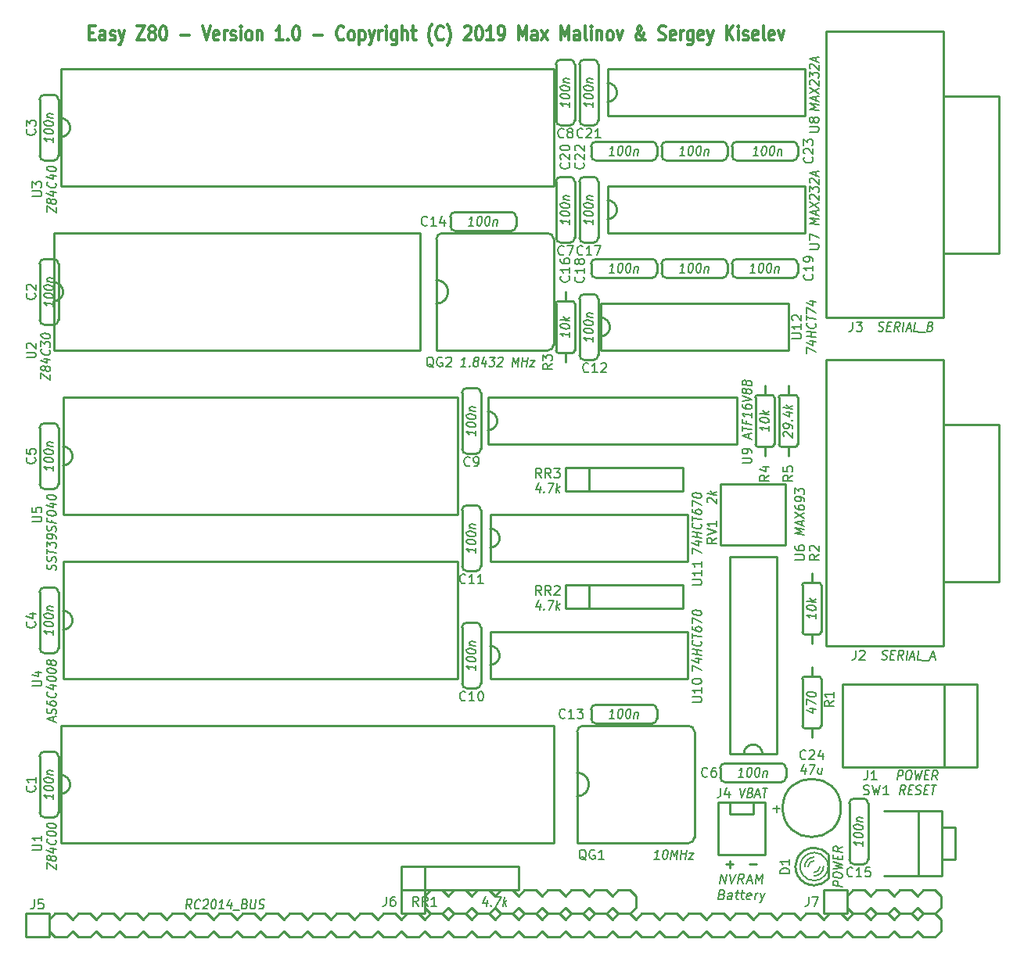
<source format=gbr>
G04 #@! TF.FileFunction,Legend,Top*
%FSLAX46Y46*%
G04 Gerber Fmt 4.6, Leading zero omitted, Abs format (unit mm)*
G04 Created by KiCad (PCBNEW 4.0.7) date 02/07/19 14:19:16*
%MOMM*%
%LPD*%
G01*
G04 APERTURE LIST*
%ADD10C,0.100000*%
%ADD11C,0.304800*%
%ADD12C,0.203200*%
%ADD13C,0.254000*%
%ADD14C,0.152400*%
G04 APERTURE END LIST*
D10*
D11*
X84394523Y-78631143D02*
X84817856Y-78631143D01*
X84999285Y-79429429D02*
X84394523Y-79429429D01*
X84394523Y-77905429D01*
X84999285Y-77905429D01*
X86087857Y-79429429D02*
X86087857Y-78631143D01*
X86027380Y-78486000D01*
X85906428Y-78413429D01*
X85664523Y-78413429D01*
X85543571Y-78486000D01*
X86087857Y-79356857D02*
X85966904Y-79429429D01*
X85664523Y-79429429D01*
X85543571Y-79356857D01*
X85483095Y-79211714D01*
X85483095Y-79066571D01*
X85543571Y-78921429D01*
X85664523Y-78848857D01*
X85966904Y-78848857D01*
X86087857Y-78776286D01*
X86632143Y-79356857D02*
X86753095Y-79429429D01*
X86995000Y-79429429D01*
X87115952Y-79356857D01*
X87176428Y-79211714D01*
X87176428Y-79139143D01*
X87115952Y-78994000D01*
X86995000Y-78921429D01*
X86813571Y-78921429D01*
X86692619Y-78848857D01*
X86632143Y-78703714D01*
X86632143Y-78631143D01*
X86692619Y-78486000D01*
X86813571Y-78413429D01*
X86995000Y-78413429D01*
X87115952Y-78486000D01*
X87599762Y-78413429D02*
X87902143Y-79429429D01*
X88204523Y-78413429D02*
X87902143Y-79429429D01*
X87781190Y-79792286D01*
X87720714Y-79864857D01*
X87599762Y-79937429D01*
X89535000Y-77905429D02*
X90381666Y-77905429D01*
X89535000Y-79429429D01*
X90381666Y-79429429D01*
X91046905Y-78558571D02*
X90925952Y-78486000D01*
X90865476Y-78413429D01*
X90805000Y-78268286D01*
X90805000Y-78195714D01*
X90865476Y-78050571D01*
X90925952Y-77978000D01*
X91046905Y-77905429D01*
X91288809Y-77905429D01*
X91409762Y-77978000D01*
X91470238Y-78050571D01*
X91530714Y-78195714D01*
X91530714Y-78268286D01*
X91470238Y-78413429D01*
X91409762Y-78486000D01*
X91288809Y-78558571D01*
X91046905Y-78558571D01*
X90925952Y-78631143D01*
X90865476Y-78703714D01*
X90805000Y-78848857D01*
X90805000Y-79139143D01*
X90865476Y-79284286D01*
X90925952Y-79356857D01*
X91046905Y-79429429D01*
X91288809Y-79429429D01*
X91409762Y-79356857D01*
X91470238Y-79284286D01*
X91530714Y-79139143D01*
X91530714Y-78848857D01*
X91470238Y-78703714D01*
X91409762Y-78631143D01*
X91288809Y-78558571D01*
X92316905Y-77905429D02*
X92437857Y-77905429D01*
X92558809Y-77978000D01*
X92619286Y-78050571D01*
X92679762Y-78195714D01*
X92740238Y-78486000D01*
X92740238Y-78848857D01*
X92679762Y-79139143D01*
X92619286Y-79284286D01*
X92558809Y-79356857D01*
X92437857Y-79429429D01*
X92316905Y-79429429D01*
X92195952Y-79356857D01*
X92135476Y-79284286D01*
X92075000Y-79139143D01*
X92014524Y-78848857D01*
X92014524Y-78486000D01*
X92075000Y-78195714D01*
X92135476Y-78050571D01*
X92195952Y-77978000D01*
X92316905Y-77905429D01*
X94252143Y-78848857D02*
X95219762Y-78848857D01*
X96610714Y-77905429D02*
X97034048Y-79429429D01*
X97457381Y-77905429D01*
X98364523Y-79356857D02*
X98243571Y-79429429D01*
X98001666Y-79429429D01*
X97880714Y-79356857D01*
X97820238Y-79211714D01*
X97820238Y-78631143D01*
X97880714Y-78486000D01*
X98001666Y-78413429D01*
X98243571Y-78413429D01*
X98364523Y-78486000D01*
X98425000Y-78631143D01*
X98425000Y-78776286D01*
X97820238Y-78921429D01*
X98969285Y-79429429D02*
X98969285Y-78413429D01*
X98969285Y-78703714D02*
X99029761Y-78558571D01*
X99090237Y-78486000D01*
X99211190Y-78413429D01*
X99332142Y-78413429D01*
X99694999Y-79356857D02*
X99815951Y-79429429D01*
X100057856Y-79429429D01*
X100178808Y-79356857D01*
X100239284Y-79211714D01*
X100239284Y-79139143D01*
X100178808Y-78994000D01*
X100057856Y-78921429D01*
X99876427Y-78921429D01*
X99755475Y-78848857D01*
X99694999Y-78703714D01*
X99694999Y-78631143D01*
X99755475Y-78486000D01*
X99876427Y-78413429D01*
X100057856Y-78413429D01*
X100178808Y-78486000D01*
X100783570Y-79429429D02*
X100783570Y-78413429D01*
X100783570Y-77905429D02*
X100723094Y-77978000D01*
X100783570Y-78050571D01*
X100844046Y-77978000D01*
X100783570Y-77905429D01*
X100783570Y-78050571D01*
X101569761Y-79429429D02*
X101448808Y-79356857D01*
X101388332Y-79284286D01*
X101327856Y-79139143D01*
X101327856Y-78703714D01*
X101388332Y-78558571D01*
X101448808Y-78486000D01*
X101569761Y-78413429D01*
X101751189Y-78413429D01*
X101872141Y-78486000D01*
X101932618Y-78558571D01*
X101993094Y-78703714D01*
X101993094Y-79139143D01*
X101932618Y-79284286D01*
X101872141Y-79356857D01*
X101751189Y-79429429D01*
X101569761Y-79429429D01*
X102537380Y-78413429D02*
X102537380Y-79429429D01*
X102537380Y-78558571D02*
X102597856Y-78486000D01*
X102718809Y-78413429D01*
X102900237Y-78413429D01*
X103021189Y-78486000D01*
X103081666Y-78631143D01*
X103081666Y-79429429D01*
X105319285Y-79429429D02*
X104593571Y-79429429D01*
X104956428Y-79429429D02*
X104956428Y-77905429D01*
X104835476Y-78123143D01*
X104714523Y-78268286D01*
X104593571Y-78340857D01*
X105863571Y-79284286D02*
X105924047Y-79356857D01*
X105863571Y-79429429D01*
X105803095Y-79356857D01*
X105863571Y-79284286D01*
X105863571Y-79429429D01*
X106710238Y-77905429D02*
X106831190Y-77905429D01*
X106952142Y-77978000D01*
X107012619Y-78050571D01*
X107073095Y-78195714D01*
X107133571Y-78486000D01*
X107133571Y-78848857D01*
X107073095Y-79139143D01*
X107012619Y-79284286D01*
X106952142Y-79356857D01*
X106831190Y-79429429D01*
X106710238Y-79429429D01*
X106589285Y-79356857D01*
X106528809Y-79284286D01*
X106468333Y-79139143D01*
X106407857Y-78848857D01*
X106407857Y-78486000D01*
X106468333Y-78195714D01*
X106528809Y-78050571D01*
X106589285Y-77978000D01*
X106710238Y-77905429D01*
X108645476Y-78848857D02*
X109613095Y-78848857D01*
X111911190Y-79284286D02*
X111850714Y-79356857D01*
X111669285Y-79429429D01*
X111548333Y-79429429D01*
X111366905Y-79356857D01*
X111245952Y-79211714D01*
X111185476Y-79066571D01*
X111125000Y-78776286D01*
X111125000Y-78558571D01*
X111185476Y-78268286D01*
X111245952Y-78123143D01*
X111366905Y-77978000D01*
X111548333Y-77905429D01*
X111669285Y-77905429D01*
X111850714Y-77978000D01*
X111911190Y-78050571D01*
X112636905Y-79429429D02*
X112515952Y-79356857D01*
X112455476Y-79284286D01*
X112395000Y-79139143D01*
X112395000Y-78703714D01*
X112455476Y-78558571D01*
X112515952Y-78486000D01*
X112636905Y-78413429D01*
X112818333Y-78413429D01*
X112939285Y-78486000D01*
X112999762Y-78558571D01*
X113060238Y-78703714D01*
X113060238Y-79139143D01*
X112999762Y-79284286D01*
X112939285Y-79356857D01*
X112818333Y-79429429D01*
X112636905Y-79429429D01*
X113604524Y-78413429D02*
X113604524Y-79937429D01*
X113604524Y-78486000D02*
X113725476Y-78413429D01*
X113967381Y-78413429D01*
X114088333Y-78486000D01*
X114148810Y-78558571D01*
X114209286Y-78703714D01*
X114209286Y-79139143D01*
X114148810Y-79284286D01*
X114088333Y-79356857D01*
X113967381Y-79429429D01*
X113725476Y-79429429D01*
X113604524Y-79356857D01*
X114632620Y-78413429D02*
X114935001Y-79429429D01*
X115237381Y-78413429D02*
X114935001Y-79429429D01*
X114814048Y-79792286D01*
X114753572Y-79864857D01*
X114632620Y-79937429D01*
X115721191Y-79429429D02*
X115721191Y-78413429D01*
X115721191Y-78703714D02*
X115781667Y-78558571D01*
X115842143Y-78486000D01*
X115963096Y-78413429D01*
X116084048Y-78413429D01*
X116507381Y-79429429D02*
X116507381Y-78413429D01*
X116507381Y-77905429D02*
X116446905Y-77978000D01*
X116507381Y-78050571D01*
X116567857Y-77978000D01*
X116507381Y-77905429D01*
X116507381Y-78050571D01*
X117656429Y-78413429D02*
X117656429Y-79647143D01*
X117595952Y-79792286D01*
X117535476Y-79864857D01*
X117414524Y-79937429D01*
X117233095Y-79937429D01*
X117112143Y-79864857D01*
X117656429Y-79356857D02*
X117535476Y-79429429D01*
X117293572Y-79429429D01*
X117172619Y-79356857D01*
X117112143Y-79284286D01*
X117051667Y-79139143D01*
X117051667Y-78703714D01*
X117112143Y-78558571D01*
X117172619Y-78486000D01*
X117293572Y-78413429D01*
X117535476Y-78413429D01*
X117656429Y-78486000D01*
X118261191Y-79429429D02*
X118261191Y-77905429D01*
X118805477Y-79429429D02*
X118805477Y-78631143D01*
X118745000Y-78486000D01*
X118624048Y-78413429D01*
X118442620Y-78413429D01*
X118321667Y-78486000D01*
X118261191Y-78558571D01*
X119228810Y-78413429D02*
X119712620Y-78413429D01*
X119410239Y-77905429D02*
X119410239Y-79211714D01*
X119470715Y-79356857D01*
X119591668Y-79429429D01*
X119712620Y-79429429D01*
X121466429Y-80010000D02*
X121405953Y-79937429D01*
X121285001Y-79719714D01*
X121224524Y-79574571D01*
X121164048Y-79356857D01*
X121103572Y-78994000D01*
X121103572Y-78703714D01*
X121164048Y-78340857D01*
X121224524Y-78123143D01*
X121285001Y-77978000D01*
X121405953Y-77760286D01*
X121466429Y-77687714D01*
X122675953Y-79284286D02*
X122615477Y-79356857D01*
X122434048Y-79429429D01*
X122313096Y-79429429D01*
X122131668Y-79356857D01*
X122010715Y-79211714D01*
X121950239Y-79066571D01*
X121889763Y-78776286D01*
X121889763Y-78558571D01*
X121950239Y-78268286D01*
X122010715Y-78123143D01*
X122131668Y-77978000D01*
X122313096Y-77905429D01*
X122434048Y-77905429D01*
X122615477Y-77978000D01*
X122675953Y-78050571D01*
X123099287Y-80010000D02*
X123159763Y-79937429D01*
X123280715Y-79719714D01*
X123341191Y-79574571D01*
X123401668Y-79356857D01*
X123462144Y-78994000D01*
X123462144Y-78703714D01*
X123401668Y-78340857D01*
X123341191Y-78123143D01*
X123280715Y-77978000D01*
X123159763Y-77760286D01*
X123099287Y-77687714D01*
X124974049Y-78050571D02*
X125034525Y-77978000D01*
X125155477Y-77905429D01*
X125457858Y-77905429D01*
X125578811Y-77978000D01*
X125639287Y-78050571D01*
X125699763Y-78195714D01*
X125699763Y-78340857D01*
X125639287Y-78558571D01*
X124913573Y-79429429D01*
X125699763Y-79429429D01*
X126485954Y-77905429D02*
X126606906Y-77905429D01*
X126727858Y-77978000D01*
X126788335Y-78050571D01*
X126848811Y-78195714D01*
X126909287Y-78486000D01*
X126909287Y-78848857D01*
X126848811Y-79139143D01*
X126788335Y-79284286D01*
X126727858Y-79356857D01*
X126606906Y-79429429D01*
X126485954Y-79429429D01*
X126365001Y-79356857D01*
X126304525Y-79284286D01*
X126244049Y-79139143D01*
X126183573Y-78848857D01*
X126183573Y-78486000D01*
X126244049Y-78195714D01*
X126304525Y-78050571D01*
X126365001Y-77978000D01*
X126485954Y-77905429D01*
X128118811Y-79429429D02*
X127393097Y-79429429D01*
X127755954Y-79429429D02*
X127755954Y-77905429D01*
X127635002Y-78123143D01*
X127514049Y-78268286D01*
X127393097Y-78340857D01*
X128723573Y-79429429D02*
X128965478Y-79429429D01*
X129086430Y-79356857D01*
X129146906Y-79284286D01*
X129267859Y-79066571D01*
X129328335Y-78776286D01*
X129328335Y-78195714D01*
X129267859Y-78050571D01*
X129207383Y-77978000D01*
X129086430Y-77905429D01*
X128844526Y-77905429D01*
X128723573Y-77978000D01*
X128663097Y-78050571D01*
X128602621Y-78195714D01*
X128602621Y-78558571D01*
X128663097Y-78703714D01*
X128723573Y-78776286D01*
X128844526Y-78848857D01*
X129086430Y-78848857D01*
X129207383Y-78776286D01*
X129267859Y-78703714D01*
X129328335Y-78558571D01*
X130840240Y-79429429D02*
X130840240Y-77905429D01*
X131263573Y-78994000D01*
X131686907Y-77905429D01*
X131686907Y-79429429D01*
X132835955Y-79429429D02*
X132835955Y-78631143D01*
X132775478Y-78486000D01*
X132654526Y-78413429D01*
X132412621Y-78413429D01*
X132291669Y-78486000D01*
X132835955Y-79356857D02*
X132715002Y-79429429D01*
X132412621Y-79429429D01*
X132291669Y-79356857D01*
X132231193Y-79211714D01*
X132231193Y-79066571D01*
X132291669Y-78921429D01*
X132412621Y-78848857D01*
X132715002Y-78848857D01*
X132835955Y-78776286D01*
X133319765Y-79429429D02*
X133985003Y-78413429D01*
X133319765Y-78413429D02*
X133985003Y-79429429D01*
X135436431Y-79429429D02*
X135436431Y-77905429D01*
X135859764Y-78994000D01*
X136283098Y-77905429D01*
X136283098Y-79429429D01*
X137432146Y-79429429D02*
X137432146Y-78631143D01*
X137371669Y-78486000D01*
X137250717Y-78413429D01*
X137008812Y-78413429D01*
X136887860Y-78486000D01*
X137432146Y-79356857D02*
X137311193Y-79429429D01*
X137008812Y-79429429D01*
X136887860Y-79356857D01*
X136827384Y-79211714D01*
X136827384Y-79066571D01*
X136887860Y-78921429D01*
X137008812Y-78848857D01*
X137311193Y-78848857D01*
X137432146Y-78776286D01*
X138218337Y-79429429D02*
X138097384Y-79356857D01*
X138036908Y-79211714D01*
X138036908Y-77905429D01*
X138702146Y-79429429D02*
X138702146Y-78413429D01*
X138702146Y-77905429D02*
X138641670Y-77978000D01*
X138702146Y-78050571D01*
X138762622Y-77978000D01*
X138702146Y-77905429D01*
X138702146Y-78050571D01*
X139306908Y-78413429D02*
X139306908Y-79429429D01*
X139306908Y-78558571D02*
X139367384Y-78486000D01*
X139488337Y-78413429D01*
X139669765Y-78413429D01*
X139790717Y-78486000D01*
X139851194Y-78631143D01*
X139851194Y-79429429D01*
X140637385Y-79429429D02*
X140516432Y-79356857D01*
X140455956Y-79284286D01*
X140395480Y-79139143D01*
X140395480Y-78703714D01*
X140455956Y-78558571D01*
X140516432Y-78486000D01*
X140637385Y-78413429D01*
X140818813Y-78413429D01*
X140939765Y-78486000D01*
X141000242Y-78558571D01*
X141060718Y-78703714D01*
X141060718Y-79139143D01*
X141000242Y-79284286D01*
X140939765Y-79356857D01*
X140818813Y-79429429D01*
X140637385Y-79429429D01*
X141484052Y-78413429D02*
X141786433Y-79429429D01*
X142088813Y-78413429D01*
X144568337Y-79429429D02*
X144507861Y-79429429D01*
X144386909Y-79356857D01*
X144205480Y-79139143D01*
X143903099Y-78703714D01*
X143782147Y-78486000D01*
X143721671Y-78268286D01*
X143721671Y-78123143D01*
X143782147Y-77978000D01*
X143903099Y-77905429D01*
X143963575Y-77905429D01*
X144084528Y-77978000D01*
X144145004Y-78123143D01*
X144145004Y-78195714D01*
X144084528Y-78340857D01*
X144024051Y-78413429D01*
X143661194Y-78703714D01*
X143600718Y-78776286D01*
X143540242Y-78921429D01*
X143540242Y-79139143D01*
X143600718Y-79284286D01*
X143661194Y-79356857D01*
X143782147Y-79429429D01*
X143963575Y-79429429D01*
X144084528Y-79356857D01*
X144145004Y-79284286D01*
X144326432Y-78994000D01*
X144386909Y-78776286D01*
X144386909Y-78631143D01*
X146019766Y-79356857D02*
X146201194Y-79429429D01*
X146503575Y-79429429D01*
X146624528Y-79356857D01*
X146685004Y-79284286D01*
X146745480Y-79139143D01*
X146745480Y-78994000D01*
X146685004Y-78848857D01*
X146624528Y-78776286D01*
X146503575Y-78703714D01*
X146261671Y-78631143D01*
X146140718Y-78558571D01*
X146080242Y-78486000D01*
X146019766Y-78340857D01*
X146019766Y-78195714D01*
X146080242Y-78050571D01*
X146140718Y-77978000D01*
X146261671Y-77905429D01*
X146564051Y-77905429D01*
X146745480Y-77978000D01*
X147773575Y-79356857D02*
X147652623Y-79429429D01*
X147410718Y-79429429D01*
X147289766Y-79356857D01*
X147229290Y-79211714D01*
X147229290Y-78631143D01*
X147289766Y-78486000D01*
X147410718Y-78413429D01*
X147652623Y-78413429D01*
X147773575Y-78486000D01*
X147834052Y-78631143D01*
X147834052Y-78776286D01*
X147229290Y-78921429D01*
X148378337Y-79429429D02*
X148378337Y-78413429D01*
X148378337Y-78703714D02*
X148438813Y-78558571D01*
X148499289Y-78486000D01*
X148620242Y-78413429D01*
X148741194Y-78413429D01*
X149708813Y-78413429D02*
X149708813Y-79647143D01*
X149648336Y-79792286D01*
X149587860Y-79864857D01*
X149466908Y-79937429D01*
X149285479Y-79937429D01*
X149164527Y-79864857D01*
X149708813Y-79356857D02*
X149587860Y-79429429D01*
X149345956Y-79429429D01*
X149225003Y-79356857D01*
X149164527Y-79284286D01*
X149104051Y-79139143D01*
X149104051Y-78703714D01*
X149164527Y-78558571D01*
X149225003Y-78486000D01*
X149345956Y-78413429D01*
X149587860Y-78413429D01*
X149708813Y-78486000D01*
X150797384Y-79356857D02*
X150676432Y-79429429D01*
X150434527Y-79429429D01*
X150313575Y-79356857D01*
X150253099Y-79211714D01*
X150253099Y-78631143D01*
X150313575Y-78486000D01*
X150434527Y-78413429D01*
X150676432Y-78413429D01*
X150797384Y-78486000D01*
X150857861Y-78631143D01*
X150857861Y-78776286D01*
X150253099Y-78921429D01*
X151281194Y-78413429D02*
X151583575Y-79429429D01*
X151885955Y-78413429D02*
X151583575Y-79429429D01*
X151462622Y-79792286D01*
X151402146Y-79864857D01*
X151281194Y-79937429D01*
X153337384Y-79429429D02*
X153337384Y-77905429D01*
X154063098Y-79429429D02*
X153518813Y-78558571D01*
X154063098Y-77905429D02*
X153337384Y-78776286D01*
X154607384Y-79429429D02*
X154607384Y-78413429D01*
X154607384Y-77905429D02*
X154546908Y-77978000D01*
X154607384Y-78050571D01*
X154667860Y-77978000D01*
X154607384Y-77905429D01*
X154607384Y-78050571D01*
X155151670Y-79356857D02*
X155272622Y-79429429D01*
X155514527Y-79429429D01*
X155635479Y-79356857D01*
X155695955Y-79211714D01*
X155695955Y-79139143D01*
X155635479Y-78994000D01*
X155514527Y-78921429D01*
X155333098Y-78921429D01*
X155212146Y-78848857D01*
X155151670Y-78703714D01*
X155151670Y-78631143D01*
X155212146Y-78486000D01*
X155333098Y-78413429D01*
X155514527Y-78413429D01*
X155635479Y-78486000D01*
X156724050Y-79356857D02*
X156603098Y-79429429D01*
X156361193Y-79429429D01*
X156240241Y-79356857D01*
X156179765Y-79211714D01*
X156179765Y-78631143D01*
X156240241Y-78486000D01*
X156361193Y-78413429D01*
X156603098Y-78413429D01*
X156724050Y-78486000D01*
X156784527Y-78631143D01*
X156784527Y-78776286D01*
X156179765Y-78921429D01*
X157510241Y-79429429D02*
X157389288Y-79356857D01*
X157328812Y-79211714D01*
X157328812Y-77905429D01*
X158477859Y-79356857D02*
X158356907Y-79429429D01*
X158115002Y-79429429D01*
X157994050Y-79356857D01*
X157933574Y-79211714D01*
X157933574Y-78631143D01*
X157994050Y-78486000D01*
X158115002Y-78413429D01*
X158356907Y-78413429D01*
X158477859Y-78486000D01*
X158538336Y-78631143D01*
X158538336Y-78776286D01*
X157933574Y-78921429D01*
X158961669Y-78413429D02*
X159264050Y-79429429D01*
X159566430Y-78413429D01*
D12*
X152632834Y-170728519D02*
X152759834Y-169712519D01*
X153213405Y-170728519D01*
X153340405Y-169712519D01*
X153679072Y-169712519D02*
X153890739Y-170728519D01*
X154356405Y-169712519D01*
X155148643Y-170728519D02*
X154870453Y-170244710D01*
X154568072Y-170728519D02*
X154695072Y-169712519D01*
X155082119Y-169712519D01*
X155172833Y-169760900D01*
X155215166Y-169809281D01*
X155251452Y-169906043D01*
X155233309Y-170051186D01*
X155172833Y-170147948D01*
X155118404Y-170196329D01*
X155015595Y-170244710D01*
X154628548Y-170244710D01*
X155571976Y-170438233D02*
X156055785Y-170438233D01*
X155438929Y-170728519D02*
X155904596Y-169712519D01*
X156116262Y-170728519D01*
X156454929Y-170728519D02*
X156581929Y-169712519D01*
X156829880Y-170438233D01*
X157259262Y-169712519D01*
X157132262Y-170728519D01*
X152844500Y-171923529D02*
X152983596Y-171971910D01*
X153025929Y-172020290D01*
X153062215Y-172117052D01*
X153044072Y-172262195D01*
X152983596Y-172358957D01*
X152929167Y-172407338D01*
X152826358Y-172455719D01*
X152439311Y-172455719D01*
X152566311Y-171439719D01*
X152904977Y-171439719D01*
X152995691Y-171488100D01*
X153038024Y-171536481D01*
X153074310Y-171633243D01*
X153062215Y-171730005D01*
X153001739Y-171826767D01*
X152947310Y-171875148D01*
X152844500Y-171923529D01*
X152505834Y-171923529D01*
X153890739Y-172455719D02*
X153957262Y-171923529D01*
X153920977Y-171826767D01*
X153830262Y-171778386D01*
X153636739Y-171778386D01*
X153533930Y-171826767D01*
X153896786Y-172407338D02*
X153793977Y-172455719D01*
X153552073Y-172455719D01*
X153461358Y-172407338D01*
X153425073Y-172310576D01*
X153437168Y-172213814D01*
X153497644Y-172117052D01*
X153600454Y-172068671D01*
X153842358Y-172068671D01*
X153945167Y-172020290D01*
X154314072Y-171778386D02*
X154701120Y-171778386D01*
X154501549Y-171439719D02*
X154392692Y-172310576D01*
X154428977Y-172407338D01*
X154519692Y-172455719D01*
X154616454Y-172455719D01*
X154894643Y-171778386D02*
X155281691Y-171778386D01*
X155082120Y-171439719D02*
X154973263Y-172310576D01*
X155009548Y-172407338D01*
X155100263Y-172455719D01*
X155197025Y-172455719D01*
X155928785Y-172407338D02*
X155825976Y-172455719D01*
X155632453Y-172455719D01*
X155541738Y-172407338D01*
X155505453Y-172310576D01*
X155553833Y-171923529D01*
X155614310Y-171826767D01*
X155717119Y-171778386D01*
X155910642Y-171778386D01*
X156001357Y-171826767D01*
X156037642Y-171923529D01*
X156025547Y-172020290D01*
X155529643Y-172117052D01*
X156406548Y-172455719D02*
X156491214Y-171778386D01*
X156467024Y-171971910D02*
X156527500Y-171875148D01*
X156581929Y-171826767D01*
X156684738Y-171778386D01*
X156781499Y-171778386D01*
X157023404Y-171778386D02*
X157180643Y-172455719D01*
X157507213Y-171778386D02*
X157180643Y-172455719D01*
X157053642Y-172697624D01*
X156999214Y-172746005D01*
X156896404Y-172794386D01*
D13*
X155822953Y-168665071D02*
X156597048Y-168665071D01*
X153282953Y-168665071D02*
X154057048Y-168665071D01*
X153670000Y-169052119D02*
X153670000Y-168278024D01*
X166370000Y-171450000D02*
X166370000Y-173990000D01*
X173990000Y-172085000D02*
X174625000Y-171450000D01*
X174625000Y-171450000D02*
X175895000Y-171450000D01*
X175895000Y-171450000D02*
X176530000Y-172085000D01*
X176530000Y-172085000D02*
X176530000Y-173355000D01*
X176530000Y-173355000D02*
X175895000Y-173990000D01*
X175895000Y-173990000D02*
X174625000Y-173990000D01*
X174625000Y-173990000D02*
X173990000Y-173355000D01*
X163830000Y-173990000D02*
X163830000Y-171450000D01*
X163830000Y-171450000D02*
X166370000Y-171450000D01*
X166370000Y-172085000D02*
X167005000Y-171450000D01*
X167005000Y-171450000D02*
X168275000Y-171450000D01*
X168275000Y-171450000D02*
X168910000Y-172085000D01*
X168910000Y-172085000D02*
X169545000Y-171450000D01*
X169545000Y-171450000D02*
X170815000Y-171450000D01*
X170815000Y-171450000D02*
X171450000Y-172085000D01*
X171450000Y-172085000D02*
X172085000Y-171450000D01*
X172085000Y-171450000D02*
X173355000Y-171450000D01*
X173355000Y-171450000D02*
X173990000Y-172085000D01*
X173990000Y-173355000D02*
X173355000Y-173990000D01*
X173355000Y-173990000D02*
X172085000Y-173990000D01*
X172085000Y-173990000D02*
X171450000Y-173355000D01*
X171450000Y-173355000D02*
X170815000Y-173990000D01*
X170815000Y-173990000D02*
X169545000Y-173990000D01*
X169545000Y-173990000D02*
X168910000Y-173355000D01*
X168910000Y-173355000D02*
X168275000Y-173990000D01*
X168275000Y-173990000D02*
X167005000Y-173990000D01*
X167005000Y-173990000D02*
X166370000Y-173355000D01*
X166370000Y-173990000D02*
X163830000Y-173990000D01*
X81280000Y-89916000D02*
G75*
G03X82296000Y-88900000I0J1016000D01*
G01*
X82296000Y-88900000D02*
G75*
G03X81280000Y-87884000I-1016000J0D01*
G01*
X81280000Y-82550000D02*
X134620000Y-82550000D01*
X134620000Y-82550000D02*
X134620000Y-95250000D01*
X134620000Y-95250000D02*
X81280000Y-95250000D01*
X81280000Y-95250000D02*
X81280000Y-82550000D01*
X81280000Y-161036000D02*
G75*
G03X82296000Y-160020000I0J1016000D01*
G01*
X82296000Y-160020000D02*
G75*
G03X81280000Y-159004000I-1016000J0D01*
G01*
X81280000Y-153670000D02*
X134620000Y-153670000D01*
X134620000Y-153670000D02*
X134620000Y-166370000D01*
X134620000Y-166370000D02*
X81280000Y-166370000D01*
X81280000Y-166370000D02*
X81280000Y-153670000D01*
X80518000Y-156464000D02*
X79502000Y-156464000D01*
X81026000Y-163068000D02*
X81026000Y-156972000D01*
X78994000Y-163068000D02*
X78994000Y-156972000D01*
X81026000Y-156972000D02*
G75*
G03X80518000Y-156464000I-508000J0D01*
G01*
X79502000Y-156464000D02*
G75*
G03X78994000Y-156972000I0J-508000D01*
G01*
X80518000Y-163576000D02*
G75*
G03X81026000Y-163068000I0J508000D01*
G01*
X78994000Y-163068000D02*
G75*
G03X79502000Y-163576000I508000J0D01*
G01*
X80518000Y-163576000D02*
X79502000Y-163576000D01*
X79502000Y-110236000D02*
X80518000Y-110236000D01*
X78994000Y-103632000D02*
X78994000Y-109728000D01*
X81026000Y-103632000D02*
X81026000Y-109728000D01*
X78994000Y-109728000D02*
G75*
G03X79502000Y-110236000I508000J0D01*
G01*
X80518000Y-110236000D02*
G75*
G03X81026000Y-109728000I0J508000D01*
G01*
X79502000Y-103124000D02*
G75*
G03X78994000Y-103632000I0J-508000D01*
G01*
X81026000Y-103632000D02*
G75*
G03X80518000Y-103124000I-508000J0D01*
G01*
X79502000Y-103124000D02*
X80518000Y-103124000D01*
X80518000Y-85344000D02*
X79502000Y-85344000D01*
X81026000Y-91948000D02*
X81026000Y-85852000D01*
X78994000Y-91948000D02*
X78994000Y-85852000D01*
X81026000Y-85852000D02*
G75*
G03X80518000Y-85344000I-508000J0D01*
G01*
X79502000Y-85344000D02*
G75*
G03X78994000Y-85852000I0J-508000D01*
G01*
X80518000Y-92456000D02*
G75*
G03X81026000Y-91948000I0J508000D01*
G01*
X78994000Y-91948000D02*
G75*
G03X79502000Y-92456000I508000J0D01*
G01*
X80518000Y-92456000D02*
X79502000Y-92456000D01*
X79502000Y-145796000D02*
X80518000Y-145796000D01*
X78994000Y-139192000D02*
X78994000Y-145288000D01*
X81026000Y-139192000D02*
X81026000Y-145288000D01*
X78994000Y-145288000D02*
G75*
G03X79502000Y-145796000I508000J0D01*
G01*
X80518000Y-145796000D02*
G75*
G03X81026000Y-145288000I0J508000D01*
G01*
X79502000Y-138684000D02*
G75*
G03X78994000Y-139192000I0J-508000D01*
G01*
X81026000Y-139192000D02*
G75*
G03X80518000Y-138684000I-508000J0D01*
G01*
X79502000Y-138684000D02*
X80518000Y-138684000D01*
X79502000Y-128016000D02*
X80518000Y-128016000D01*
X78994000Y-121412000D02*
X78994000Y-127508000D01*
X81026000Y-121412000D02*
X81026000Y-127508000D01*
X78994000Y-127508000D02*
G75*
G03X79502000Y-128016000I508000J0D01*
G01*
X80518000Y-128016000D02*
G75*
G03X81026000Y-127508000I0J508000D01*
G01*
X79502000Y-120904000D02*
G75*
G03X78994000Y-121412000I0J-508000D01*
G01*
X81026000Y-121412000D02*
G75*
G03X80518000Y-120904000I-508000J0D01*
G01*
X79502000Y-120904000D02*
X80518000Y-120904000D01*
X152654000Y-158242000D02*
X152654000Y-159258000D01*
X159258000Y-157734000D02*
X153162000Y-157734000D01*
X159258000Y-159766000D02*
X153162000Y-159766000D01*
X153162000Y-157734000D02*
G75*
G03X152654000Y-158242000I0J-508000D01*
G01*
X152654000Y-159258000D02*
G75*
G03X153162000Y-159766000I508000J0D01*
G01*
X159766000Y-158242000D02*
G75*
G03X159258000Y-157734000I-508000J0D01*
G01*
X159258000Y-159766000D02*
G75*
G03X159766000Y-159258000I0J508000D01*
G01*
X159766000Y-158242000D02*
X159766000Y-159258000D01*
X135382000Y-101346000D02*
X136398000Y-101346000D01*
X134874000Y-94742000D02*
X134874000Y-100838000D01*
X136906000Y-94742000D02*
X136906000Y-100838000D01*
X134874000Y-100838000D02*
G75*
G03X135382000Y-101346000I508000J0D01*
G01*
X136398000Y-101346000D02*
G75*
G03X136906000Y-100838000I0J508000D01*
G01*
X135382000Y-94234000D02*
G75*
G03X134874000Y-94742000I0J-508000D01*
G01*
X136906000Y-94742000D02*
G75*
G03X136398000Y-94234000I-508000J0D01*
G01*
X135382000Y-94234000D02*
X136398000Y-94234000D01*
X135382000Y-88646000D02*
X136398000Y-88646000D01*
X134874000Y-82042000D02*
X134874000Y-88138000D01*
X136906000Y-82042000D02*
X136906000Y-88138000D01*
X134874000Y-88138000D02*
G75*
G03X135382000Y-88646000I508000J0D01*
G01*
X136398000Y-88646000D02*
G75*
G03X136906000Y-88138000I0J508000D01*
G01*
X135382000Y-81534000D02*
G75*
G03X134874000Y-82042000I0J-508000D01*
G01*
X136906000Y-82042000D02*
G75*
G03X136398000Y-81534000I-508000J0D01*
G01*
X135382000Y-81534000D02*
X136398000Y-81534000D01*
X125222000Y-124206000D02*
X126238000Y-124206000D01*
X124714000Y-117602000D02*
X124714000Y-123698000D01*
X126746000Y-117602000D02*
X126746000Y-123698000D01*
X124714000Y-123698000D02*
G75*
G03X125222000Y-124206000I508000J0D01*
G01*
X126238000Y-124206000D02*
G75*
G03X126746000Y-123698000I0J508000D01*
G01*
X125222000Y-117094000D02*
G75*
G03X124714000Y-117602000I0J-508000D01*
G01*
X126746000Y-117602000D02*
G75*
G03X126238000Y-117094000I-508000J0D01*
G01*
X125222000Y-117094000D02*
X126238000Y-117094000D01*
X125222000Y-149606000D02*
X126238000Y-149606000D01*
X124714000Y-143002000D02*
X124714000Y-149098000D01*
X126746000Y-143002000D02*
X126746000Y-149098000D01*
X124714000Y-149098000D02*
G75*
G03X125222000Y-149606000I508000J0D01*
G01*
X126238000Y-149606000D02*
G75*
G03X126746000Y-149098000I0J508000D01*
G01*
X125222000Y-142494000D02*
G75*
G03X124714000Y-143002000I0J-508000D01*
G01*
X126746000Y-143002000D02*
G75*
G03X126238000Y-142494000I-508000J0D01*
G01*
X125222000Y-142494000D02*
X126238000Y-142494000D01*
X125222000Y-136906000D02*
X126238000Y-136906000D01*
X124714000Y-130302000D02*
X124714000Y-136398000D01*
X126746000Y-130302000D02*
X126746000Y-136398000D01*
X124714000Y-136398000D02*
G75*
G03X125222000Y-136906000I508000J0D01*
G01*
X126238000Y-136906000D02*
G75*
G03X126746000Y-136398000I0J508000D01*
G01*
X125222000Y-129794000D02*
G75*
G03X124714000Y-130302000I0J-508000D01*
G01*
X126746000Y-130302000D02*
G75*
G03X126238000Y-129794000I-508000J0D01*
G01*
X125222000Y-129794000D02*
X126238000Y-129794000D01*
X137922000Y-114046000D02*
X138938000Y-114046000D01*
X137414000Y-107442000D02*
X137414000Y-113538000D01*
X139446000Y-107442000D02*
X139446000Y-113538000D01*
X137414000Y-113538000D02*
G75*
G03X137922000Y-114046000I508000J0D01*
G01*
X138938000Y-114046000D02*
G75*
G03X139446000Y-113538000I0J508000D01*
G01*
X137922000Y-106934000D02*
G75*
G03X137414000Y-107442000I0J-508000D01*
G01*
X139446000Y-107442000D02*
G75*
G03X138938000Y-106934000I-508000J0D01*
G01*
X137922000Y-106934000D02*
X138938000Y-106934000D01*
X145796000Y-152908000D02*
X145796000Y-151892000D01*
X139192000Y-153416000D02*
X145288000Y-153416000D01*
X139192000Y-151384000D02*
X145288000Y-151384000D01*
X145288000Y-153416000D02*
G75*
G03X145796000Y-152908000I0J508000D01*
G01*
X145796000Y-151892000D02*
G75*
G03X145288000Y-151384000I-508000J0D01*
G01*
X138684000Y-152908000D02*
G75*
G03X139192000Y-153416000I508000J0D01*
G01*
X139192000Y-151384000D02*
G75*
G03X138684000Y-151892000I0J-508000D01*
G01*
X138684000Y-152908000D02*
X138684000Y-151892000D01*
X130556000Y-99568000D02*
X130556000Y-98552000D01*
X123952000Y-100076000D02*
X130048000Y-100076000D01*
X123952000Y-98044000D02*
X130048000Y-98044000D01*
X130048000Y-100076000D02*
G75*
G03X130556000Y-99568000I0J508000D01*
G01*
X130556000Y-98552000D02*
G75*
G03X130048000Y-98044000I-508000J0D01*
G01*
X123444000Y-99568000D02*
G75*
G03X123952000Y-100076000I508000J0D01*
G01*
X123952000Y-98044000D02*
G75*
G03X123444000Y-98552000I0J-508000D01*
G01*
X123444000Y-99568000D02*
X123444000Y-98552000D01*
X168148000Y-161544000D02*
X167132000Y-161544000D01*
X168656000Y-168148000D02*
X168656000Y-162052000D01*
X166624000Y-168148000D02*
X166624000Y-162052000D01*
X168656000Y-162052000D02*
G75*
G03X168148000Y-161544000I-508000J0D01*
G01*
X167132000Y-161544000D02*
G75*
G03X166624000Y-162052000I0J-508000D01*
G01*
X168148000Y-168656000D02*
G75*
G03X168656000Y-168148000I0J508000D01*
G01*
X166624000Y-168148000D02*
G75*
G03X167132000Y-168656000I508000J0D01*
G01*
X168148000Y-168656000D02*
X167132000Y-168656000D01*
X138684000Y-103632000D02*
X138684000Y-104648000D01*
X145288000Y-103124000D02*
X139192000Y-103124000D01*
X145288000Y-105156000D02*
X139192000Y-105156000D01*
X139192000Y-103124000D02*
G75*
G03X138684000Y-103632000I0J-508000D01*
G01*
X138684000Y-104648000D02*
G75*
G03X139192000Y-105156000I508000J0D01*
G01*
X145796000Y-103632000D02*
G75*
G03X145288000Y-103124000I-508000J0D01*
G01*
X145288000Y-105156000D02*
G75*
G03X145796000Y-104648000I0J508000D01*
G01*
X145796000Y-103632000D02*
X145796000Y-104648000D01*
X138938000Y-94234000D02*
X137922000Y-94234000D01*
X139446000Y-100838000D02*
X139446000Y-94742000D01*
X137414000Y-100838000D02*
X137414000Y-94742000D01*
X139446000Y-94742000D02*
G75*
G03X138938000Y-94234000I-508000J0D01*
G01*
X137922000Y-94234000D02*
G75*
G03X137414000Y-94742000I0J-508000D01*
G01*
X138938000Y-101346000D02*
G75*
G03X139446000Y-100838000I0J508000D01*
G01*
X137414000Y-100838000D02*
G75*
G03X137922000Y-101346000I508000J0D01*
G01*
X138938000Y-101346000D02*
X137922000Y-101346000D01*
X146304000Y-103632000D02*
X146304000Y-104648000D01*
X152908000Y-103124000D02*
X146812000Y-103124000D01*
X152908000Y-105156000D02*
X146812000Y-105156000D01*
X146812000Y-103124000D02*
G75*
G03X146304000Y-103632000I0J-508000D01*
G01*
X146304000Y-104648000D02*
G75*
G03X146812000Y-105156000I508000J0D01*
G01*
X153416000Y-103632000D02*
G75*
G03X152908000Y-103124000I-508000J0D01*
G01*
X152908000Y-105156000D02*
G75*
G03X153416000Y-104648000I0J508000D01*
G01*
X153416000Y-103632000D02*
X153416000Y-104648000D01*
X161036000Y-104648000D02*
X161036000Y-103632000D01*
X154432000Y-105156000D02*
X160528000Y-105156000D01*
X154432000Y-103124000D02*
X160528000Y-103124000D01*
X160528000Y-105156000D02*
G75*
G03X161036000Y-104648000I0J508000D01*
G01*
X161036000Y-103632000D02*
G75*
G03X160528000Y-103124000I-508000J0D01*
G01*
X153924000Y-104648000D02*
G75*
G03X154432000Y-105156000I508000J0D01*
G01*
X154432000Y-103124000D02*
G75*
G03X153924000Y-103632000I0J-508000D01*
G01*
X153924000Y-104648000D02*
X153924000Y-103632000D01*
X138684000Y-90932000D02*
X138684000Y-91948000D01*
X145288000Y-90424000D02*
X139192000Y-90424000D01*
X145288000Y-92456000D02*
X139192000Y-92456000D01*
X139192000Y-90424000D02*
G75*
G03X138684000Y-90932000I0J-508000D01*
G01*
X138684000Y-91948000D02*
G75*
G03X139192000Y-92456000I508000J0D01*
G01*
X145796000Y-90932000D02*
G75*
G03X145288000Y-90424000I-508000J0D01*
G01*
X145288000Y-92456000D02*
G75*
G03X145796000Y-91948000I0J508000D01*
G01*
X145796000Y-90932000D02*
X145796000Y-91948000D01*
X138938000Y-81534000D02*
X137922000Y-81534000D01*
X139446000Y-88138000D02*
X139446000Y-82042000D01*
X137414000Y-88138000D02*
X137414000Y-82042000D01*
X139446000Y-82042000D02*
G75*
G03X138938000Y-81534000I-508000J0D01*
G01*
X137922000Y-81534000D02*
G75*
G03X137414000Y-82042000I0J-508000D01*
G01*
X138938000Y-88646000D02*
G75*
G03X139446000Y-88138000I0J508000D01*
G01*
X137414000Y-88138000D02*
G75*
G03X137922000Y-88646000I508000J0D01*
G01*
X138938000Y-88646000D02*
X137922000Y-88646000D01*
X146304000Y-90932000D02*
X146304000Y-91948000D01*
X152908000Y-90424000D02*
X146812000Y-90424000D01*
X152908000Y-92456000D02*
X146812000Y-92456000D01*
X146812000Y-90424000D02*
G75*
G03X146304000Y-90932000I0J-508000D01*
G01*
X146304000Y-91948000D02*
G75*
G03X146812000Y-92456000I508000J0D01*
G01*
X153416000Y-90932000D02*
G75*
G03X152908000Y-90424000I-508000J0D01*
G01*
X152908000Y-92456000D02*
G75*
G03X153416000Y-91948000I0J508000D01*
G01*
X153416000Y-90932000D02*
X153416000Y-91948000D01*
X161036000Y-91948000D02*
X161036000Y-90932000D01*
X154432000Y-92456000D02*
X160528000Y-92456000D01*
X154432000Y-90424000D02*
X160528000Y-90424000D01*
X160528000Y-92456000D02*
G75*
G03X161036000Y-91948000I0J508000D01*
G01*
X161036000Y-90932000D02*
G75*
G03X160528000Y-90424000I-508000J0D01*
G01*
X153924000Y-91948000D02*
G75*
G03X154432000Y-92456000I508000J0D01*
G01*
X154432000Y-90424000D02*
G75*
G03X153924000Y-90932000I0J-508000D01*
G01*
X153924000Y-91948000D02*
X153924000Y-90932000D01*
X165710000Y-162560000D02*
G75*
G03X165710000Y-162560000I-3150000J0D01*
G01*
X142875000Y-173990000D02*
X143510000Y-173355000D01*
X141605000Y-173990000D02*
X142875000Y-173990000D01*
X140970000Y-173355000D02*
X141605000Y-173990000D01*
X140970000Y-173355000D02*
X140335000Y-173990000D01*
X140335000Y-173990000D02*
X139065000Y-173990000D01*
X139065000Y-173990000D02*
X138430000Y-173355000D01*
X141605000Y-171450000D02*
X142875000Y-171450000D01*
X142875000Y-171450000D02*
X143510000Y-172085000D01*
X140970000Y-172085000D02*
X141605000Y-171450000D01*
X138430000Y-172085000D02*
X139065000Y-171450000D01*
X139065000Y-171450000D02*
X140335000Y-171450000D01*
X140335000Y-171450000D02*
X140970000Y-172085000D01*
X133985000Y-173990000D02*
X133350000Y-173355000D01*
X135255000Y-173990000D02*
X133985000Y-173990000D01*
X135890000Y-173355000D02*
X135255000Y-173990000D01*
X135890000Y-173355000D02*
X136525000Y-173990000D01*
X136525000Y-173990000D02*
X137795000Y-173990000D01*
X137795000Y-173990000D02*
X138430000Y-173355000D01*
X135255000Y-171450000D02*
X135890000Y-172085000D01*
X133985000Y-171450000D02*
X135255000Y-171450000D01*
X133350000Y-172085000D02*
X133985000Y-171450000D01*
X135890000Y-172085000D02*
X136525000Y-171450000D01*
X137795000Y-171450000D02*
X138430000Y-172085000D01*
X136525000Y-171450000D02*
X137795000Y-171450000D01*
X132715000Y-173990000D02*
X133350000Y-173355000D01*
X131445000Y-173990000D02*
X132715000Y-173990000D01*
X130810000Y-173355000D02*
X131445000Y-173990000D01*
X131445000Y-171450000D02*
X132715000Y-171450000D01*
X132715000Y-171450000D02*
X133350000Y-172085000D01*
X130810000Y-172085000D02*
X131445000Y-171450000D01*
X120650000Y-171450000D02*
X120650000Y-173990000D01*
X128270000Y-172085000D02*
X128905000Y-171450000D01*
X128905000Y-171450000D02*
X130175000Y-171450000D01*
X130175000Y-171450000D02*
X130810000Y-172085000D01*
X143510000Y-172085000D02*
X143510000Y-173355000D01*
X130810000Y-173355000D02*
X130175000Y-173990000D01*
X130175000Y-173990000D02*
X128905000Y-173990000D01*
X128905000Y-173990000D02*
X128270000Y-173355000D01*
X118110000Y-173990000D02*
X118110000Y-171450000D01*
X118110000Y-171450000D02*
X120650000Y-171450000D01*
X120650000Y-172085000D02*
X121285000Y-171450000D01*
X121285000Y-171450000D02*
X122555000Y-171450000D01*
X122555000Y-171450000D02*
X123190000Y-172085000D01*
X123190000Y-172085000D02*
X123825000Y-171450000D01*
X123825000Y-171450000D02*
X125095000Y-171450000D01*
X125095000Y-171450000D02*
X125730000Y-172085000D01*
X125730000Y-172085000D02*
X126365000Y-171450000D01*
X126365000Y-171450000D02*
X127635000Y-171450000D01*
X127635000Y-171450000D02*
X128270000Y-172085000D01*
X128270000Y-173355000D02*
X127635000Y-173990000D01*
X127635000Y-173990000D02*
X126365000Y-173990000D01*
X126365000Y-173990000D02*
X125730000Y-173355000D01*
X125730000Y-173355000D02*
X125095000Y-173990000D01*
X125095000Y-173990000D02*
X123825000Y-173990000D01*
X123825000Y-173990000D02*
X123190000Y-173355000D01*
X123190000Y-173355000D02*
X122555000Y-173990000D01*
X122555000Y-173990000D02*
X121285000Y-173990000D01*
X121285000Y-173990000D02*
X120650000Y-173355000D01*
X120650000Y-173990000D02*
X118110000Y-173990000D01*
X182816500Y-138049000D02*
X176847500Y-138049000D01*
X176847500Y-121031000D02*
X182816500Y-121031000D01*
X182816500Y-121031000D02*
X182816500Y-138049000D01*
X164147500Y-114046000D02*
X176847500Y-114046000D01*
X176847500Y-114046000D02*
X176847500Y-145034000D01*
X176847500Y-145034000D02*
X164147500Y-145034000D01*
X164147500Y-114046000D02*
X164147500Y-145034000D01*
X182816500Y-102489000D02*
X176847500Y-102489000D01*
X176847500Y-85471000D02*
X182816500Y-85471000D01*
X182816500Y-85471000D02*
X182816500Y-102489000D01*
X164147500Y-78486000D02*
X176847500Y-78486000D01*
X176847500Y-78486000D02*
X176847500Y-109474000D01*
X176847500Y-109474000D02*
X164147500Y-109474000D01*
X164147500Y-78486000D02*
X164147500Y-109474000D01*
X176921160Y-158170880D02*
X176921160Y-149169120D01*
X180418740Y-158170880D02*
X165920420Y-158170880D01*
X165920420Y-158170880D02*
X165920420Y-149169120D01*
X165920420Y-149169120D02*
X180418740Y-149169120D01*
X180418740Y-149169120D02*
X180418740Y-158170880D01*
X137160000Y-161290000D02*
G75*
G03X137160000Y-158750000I0J1270000D01*
G01*
X149225000Y-166370000D02*
G75*
G03X149860000Y-165735000I0J635000D01*
G01*
X149860000Y-154305000D02*
G75*
G03X149225000Y-153670000I-635000J0D01*
G01*
X137795000Y-153670000D02*
G75*
G03X137160000Y-154305000I0J-635000D01*
G01*
X137795000Y-153670000D02*
X149225000Y-153670000D01*
X149860000Y-165735000D02*
X149860000Y-154305000D01*
X149225000Y-166370000D02*
X137160000Y-166370000D01*
X137160000Y-154305000D02*
X137160000Y-166370000D01*
X121920000Y-107950000D02*
G75*
G03X121920000Y-105410000I0J1270000D01*
G01*
X133985000Y-113030000D02*
G75*
G03X134620000Y-112395000I0J635000D01*
G01*
X134620000Y-100965000D02*
G75*
G03X133985000Y-100330000I-635000J0D01*
G01*
X122555000Y-100330000D02*
G75*
G03X121920000Y-100965000I0J-635000D01*
G01*
X122555000Y-100330000D02*
X133985000Y-100330000D01*
X134620000Y-112395000D02*
X134620000Y-100965000D01*
X133985000Y-113030000D02*
X121920000Y-113030000D01*
X121920000Y-100965000D02*
X121920000Y-113030000D01*
X152709880Y-134109460D02*
X152709880Y-127510540D01*
X152709880Y-127510540D02*
X159710120Y-127510540D01*
X159710120Y-127510540D02*
X159710120Y-134109460D01*
X159710120Y-134109460D02*
X152709880Y-134109460D01*
X174117000Y-162869880D02*
X174117000Y-169870120D01*
X176616360Y-164619940D02*
X176616360Y-168120060D01*
X176616360Y-169870120D02*
X170367960Y-169870120D01*
X176616360Y-162869880D02*
X170367960Y-162869880D01*
X176616360Y-169120820D02*
X176616360Y-169870120D01*
X176616360Y-163619180D02*
X176616360Y-162869880D01*
X176616360Y-168120060D02*
X176616360Y-169120820D01*
X176616360Y-164619940D02*
X176616360Y-163619180D01*
X176616360Y-168120060D02*
X178117500Y-168120060D01*
X178117500Y-168120060D02*
X178117500Y-167871140D01*
X178117500Y-164619940D02*
X176616360Y-164619940D01*
X178117500Y-164619940D02*
X178117500Y-167871140D01*
X80518000Y-107696000D02*
G75*
G03X81534000Y-106680000I0J1016000D01*
G01*
X81534000Y-106680000D02*
G75*
G03X80518000Y-105664000I-1016000J0D01*
G01*
X80518000Y-100330000D02*
X120142000Y-100330000D01*
X120142000Y-100330000D02*
X120142000Y-113030000D01*
X120142000Y-113030000D02*
X80518000Y-113030000D01*
X80518000Y-113030000D02*
X80518000Y-100330000D01*
X81534000Y-143256000D02*
G75*
G03X82550000Y-142240000I0J1016000D01*
G01*
X82550000Y-142240000D02*
G75*
G03X81534000Y-141224000I-1016000J0D01*
G01*
X81534000Y-135890000D02*
X124206000Y-135890000D01*
X124206000Y-135890000D02*
X124206000Y-148590000D01*
X124206000Y-148590000D02*
X81534000Y-148590000D01*
X81534000Y-148590000D02*
X81534000Y-135890000D01*
X81534000Y-125476000D02*
G75*
G03X82550000Y-124460000I0J1016000D01*
G01*
X82550000Y-124460000D02*
G75*
G03X81534000Y-123444000I-1016000J0D01*
G01*
X81534000Y-118110000D02*
X124206000Y-118110000D01*
X124206000Y-118110000D02*
X124206000Y-130810000D01*
X124206000Y-130810000D02*
X81534000Y-130810000D01*
X81534000Y-130810000D02*
X81534000Y-118110000D01*
X157226000Y-156718000D02*
G75*
G03X156210000Y-155702000I-1016000J0D01*
G01*
X156210000Y-155702000D02*
G75*
G03X155194000Y-156718000I0J-1016000D01*
G01*
X153670000Y-156718000D02*
X153670000Y-135382000D01*
X153670000Y-135382000D02*
X158750000Y-135382000D01*
X158750000Y-135382000D02*
X158750000Y-156718000D01*
X158750000Y-156718000D02*
X153670000Y-156718000D01*
X140462000Y-98806000D02*
G75*
G03X141478000Y-97790000I0J1016000D01*
G01*
X141478000Y-97790000D02*
G75*
G03X140462000Y-96774000I-1016000J0D01*
G01*
X140462000Y-95250000D02*
X161798000Y-95250000D01*
X161798000Y-95250000D02*
X161798000Y-100330000D01*
X161798000Y-100330000D02*
X140462000Y-100330000D01*
X140462000Y-100330000D02*
X140462000Y-95250000D01*
X140462000Y-86106000D02*
G75*
G03X141478000Y-85090000I0J1016000D01*
G01*
X141478000Y-85090000D02*
G75*
G03X140462000Y-84074000I-1016000J0D01*
G01*
X140462000Y-82550000D02*
X161798000Y-82550000D01*
X161798000Y-82550000D02*
X161798000Y-87630000D01*
X161798000Y-87630000D02*
X140462000Y-87630000D01*
X140462000Y-87630000D02*
X140462000Y-82550000D01*
X127508000Y-121666000D02*
G75*
G03X128524000Y-120650000I0J1016000D01*
G01*
X128524000Y-120650000D02*
G75*
G03X127508000Y-119634000I-1016000J0D01*
G01*
X127508000Y-118110000D02*
X154432000Y-118110000D01*
X154432000Y-118110000D02*
X154432000Y-123190000D01*
X154432000Y-123190000D02*
X127508000Y-123190000D01*
X127508000Y-123190000D02*
X127508000Y-118110000D01*
X127762000Y-147066000D02*
G75*
G03X128778000Y-146050000I0J1016000D01*
G01*
X128778000Y-146050000D02*
G75*
G03X127762000Y-145034000I-1016000J0D01*
G01*
X127762000Y-143510000D02*
X149098000Y-143510000D01*
X149098000Y-143510000D02*
X149098000Y-148590000D01*
X149098000Y-148590000D02*
X127762000Y-148590000D01*
X127762000Y-148590000D02*
X127762000Y-143510000D01*
X127762000Y-134366000D02*
G75*
G03X128778000Y-133350000I0J1016000D01*
G01*
X128778000Y-133350000D02*
G75*
G03X127762000Y-132334000I-1016000J0D01*
G01*
X127762000Y-130810000D02*
X149098000Y-130810000D01*
X149098000Y-130810000D02*
X149098000Y-135890000D01*
X149098000Y-135890000D02*
X127762000Y-135890000D01*
X127762000Y-135890000D02*
X127762000Y-130810000D01*
X139700000Y-111506000D02*
G75*
G03X140716000Y-110490000I0J1016000D01*
G01*
X140716000Y-110490000D02*
G75*
G03X139700000Y-109474000I-1016000J0D01*
G01*
X160020000Y-107950000D02*
X139700000Y-107950000D01*
X139700000Y-107950000D02*
X139700000Y-113030000D01*
X139700000Y-113030000D02*
X160020000Y-113030000D01*
X160020000Y-113030000D02*
X160020000Y-107950000D01*
X153670000Y-161925000D02*
X153670000Y-163195000D01*
X153670000Y-163195000D02*
X156210000Y-163195000D01*
X156210000Y-163195000D02*
X156210000Y-161925000D01*
X157480000Y-167640000D02*
X157480000Y-161925000D01*
X157480000Y-161925000D02*
X152400000Y-161925000D01*
X152400000Y-161925000D02*
X152400000Y-167640000D01*
X157480000Y-167640000D02*
X152400000Y-167640000D01*
X158496000Y-118110000D02*
X158496000Y-123190000D01*
X156718000Y-117856000D02*
X158242000Y-117856000D01*
X156464000Y-123190000D02*
X156464000Y-118110000D01*
X158242000Y-123444000D02*
X156718000Y-123444000D01*
X158496000Y-118110000D02*
G75*
G03X158242000Y-117856000I-254000J0D01*
G01*
X156718000Y-117856000D02*
G75*
G03X156464000Y-118110000I0J-254000D01*
G01*
X158242000Y-123444000D02*
G75*
G03X158496000Y-123190000I0J254000D01*
G01*
X156464000Y-123190000D02*
G75*
G03X156718000Y-123444000I254000J0D01*
G01*
X157480000Y-117856000D02*
X157480000Y-116840000D01*
X157480000Y-124460000D02*
X157480000Y-123444000D01*
X161036000Y-118110000D02*
X161036000Y-123190000D01*
X159258000Y-117856000D02*
X160782000Y-117856000D01*
X159004000Y-123190000D02*
X159004000Y-118110000D01*
X160782000Y-123444000D02*
X159258000Y-123444000D01*
X161036000Y-118110000D02*
G75*
G03X160782000Y-117856000I-254000J0D01*
G01*
X159258000Y-117856000D02*
G75*
G03X159004000Y-118110000I0J-254000D01*
G01*
X160782000Y-123444000D02*
G75*
G03X161036000Y-123190000I0J254000D01*
G01*
X159004000Y-123190000D02*
G75*
G03X159258000Y-123444000I254000J0D01*
G01*
X160020000Y-117856000D02*
X160020000Y-116840000D01*
X160020000Y-124460000D02*
X160020000Y-123444000D01*
X172085000Y-173990000D02*
X173355000Y-173990000D01*
X173355000Y-173990000D02*
X173990000Y-174625000D01*
X171450000Y-174625000D02*
X172085000Y-173990000D01*
X173355000Y-176530000D02*
X173990000Y-175895000D01*
X172085000Y-176530000D02*
X173355000Y-176530000D01*
X171450000Y-175895000D02*
X172085000Y-176530000D01*
X167005000Y-173990000D02*
X168275000Y-173990000D01*
X168275000Y-173990000D02*
X168910000Y-174625000D01*
X166370000Y-174625000D02*
X167005000Y-173990000D01*
X168275000Y-176530000D02*
X168910000Y-175895000D01*
X167005000Y-176530000D02*
X168275000Y-176530000D01*
X166370000Y-175895000D02*
X167005000Y-176530000D01*
X170815000Y-173990000D02*
X171450000Y-174625000D01*
X169545000Y-173990000D02*
X170815000Y-173990000D01*
X168910000Y-174625000D02*
X169545000Y-173990000D01*
X169545000Y-176530000D02*
X168910000Y-175895000D01*
X170815000Y-176530000D02*
X169545000Y-176530000D01*
X171450000Y-175895000D02*
X170815000Y-176530000D01*
X161925000Y-173990000D02*
X163195000Y-173990000D01*
X163195000Y-173990000D02*
X163830000Y-174625000D01*
X161290000Y-174625000D02*
X161925000Y-173990000D01*
X163195000Y-176530000D02*
X163830000Y-175895000D01*
X161925000Y-176530000D02*
X163195000Y-176530000D01*
X161290000Y-175895000D02*
X161925000Y-176530000D01*
X165735000Y-173990000D02*
X166370000Y-174625000D01*
X164465000Y-173990000D02*
X165735000Y-173990000D01*
X163830000Y-174625000D02*
X164465000Y-173990000D01*
X164465000Y-176530000D02*
X163830000Y-175895000D01*
X165735000Y-176530000D02*
X164465000Y-176530000D01*
X166370000Y-175895000D02*
X165735000Y-176530000D01*
X156845000Y-173990000D02*
X158115000Y-173990000D01*
X158115000Y-173990000D02*
X158750000Y-174625000D01*
X156210000Y-174625000D02*
X156845000Y-173990000D01*
X158115000Y-176530000D02*
X158750000Y-175895000D01*
X156845000Y-176530000D02*
X158115000Y-176530000D01*
X156210000Y-175895000D02*
X156845000Y-176530000D01*
X160655000Y-173990000D02*
X161290000Y-174625000D01*
X159385000Y-173990000D02*
X160655000Y-173990000D01*
X158750000Y-174625000D02*
X159385000Y-173990000D01*
X159385000Y-176530000D02*
X158750000Y-175895000D01*
X160655000Y-176530000D02*
X159385000Y-176530000D01*
X161290000Y-175895000D02*
X160655000Y-176530000D01*
X151765000Y-173990000D02*
X153035000Y-173990000D01*
X153035000Y-173990000D02*
X153670000Y-174625000D01*
X151130000Y-174625000D02*
X151765000Y-173990000D01*
X153035000Y-176530000D02*
X153670000Y-175895000D01*
X151765000Y-176530000D02*
X153035000Y-176530000D01*
X151130000Y-175895000D02*
X151765000Y-176530000D01*
X155575000Y-173990000D02*
X156210000Y-174625000D01*
X154305000Y-173990000D02*
X155575000Y-173990000D01*
X153670000Y-174625000D02*
X154305000Y-173990000D01*
X154305000Y-176530000D02*
X153670000Y-175895000D01*
X155575000Y-176530000D02*
X154305000Y-176530000D01*
X156210000Y-175895000D02*
X155575000Y-176530000D01*
X146685000Y-173990000D02*
X147955000Y-173990000D01*
X147955000Y-173990000D02*
X148590000Y-174625000D01*
X146050000Y-174625000D02*
X146685000Y-173990000D01*
X147955000Y-176530000D02*
X148590000Y-175895000D01*
X146685000Y-176530000D02*
X147955000Y-176530000D01*
X146050000Y-175895000D02*
X146685000Y-176530000D01*
X150495000Y-173990000D02*
X151130000Y-174625000D01*
X149225000Y-173990000D02*
X150495000Y-173990000D01*
X148590000Y-174625000D02*
X149225000Y-173990000D01*
X149225000Y-176530000D02*
X148590000Y-175895000D01*
X150495000Y-176530000D02*
X149225000Y-176530000D01*
X151130000Y-175895000D02*
X150495000Y-176530000D01*
X141605000Y-173990000D02*
X142875000Y-173990000D01*
X142875000Y-173990000D02*
X143510000Y-174625000D01*
X140970000Y-174625000D02*
X141605000Y-173990000D01*
X142875000Y-176530000D02*
X143510000Y-175895000D01*
X141605000Y-176530000D02*
X142875000Y-176530000D01*
X140970000Y-175895000D02*
X141605000Y-176530000D01*
X145415000Y-173990000D02*
X146050000Y-174625000D01*
X144145000Y-173990000D02*
X145415000Y-173990000D01*
X143510000Y-174625000D02*
X144145000Y-173990000D01*
X144145000Y-176530000D02*
X143510000Y-175895000D01*
X145415000Y-176530000D02*
X144145000Y-176530000D01*
X146050000Y-175895000D02*
X145415000Y-176530000D01*
X136525000Y-173990000D02*
X137795000Y-173990000D01*
X137795000Y-173990000D02*
X138430000Y-174625000D01*
X135890000Y-174625000D02*
X136525000Y-173990000D01*
X137795000Y-176530000D02*
X138430000Y-175895000D01*
X136525000Y-176530000D02*
X137795000Y-176530000D01*
X135890000Y-175895000D02*
X136525000Y-176530000D01*
X140335000Y-173990000D02*
X140970000Y-174625000D01*
X139065000Y-173990000D02*
X140335000Y-173990000D01*
X138430000Y-174625000D02*
X139065000Y-173990000D01*
X139065000Y-176530000D02*
X138430000Y-175895000D01*
X140335000Y-176530000D02*
X139065000Y-176530000D01*
X140970000Y-175895000D02*
X140335000Y-176530000D01*
X131445000Y-173990000D02*
X132715000Y-173990000D01*
X132715000Y-173990000D02*
X133350000Y-174625000D01*
X130810000Y-174625000D02*
X131445000Y-173990000D01*
X132715000Y-176530000D02*
X133350000Y-175895000D01*
X131445000Y-176530000D02*
X132715000Y-176530000D01*
X130810000Y-175895000D02*
X131445000Y-176530000D01*
X135255000Y-173990000D02*
X135890000Y-174625000D01*
X133985000Y-173990000D02*
X135255000Y-173990000D01*
X133350000Y-174625000D02*
X133985000Y-173990000D01*
X133985000Y-176530000D02*
X133350000Y-175895000D01*
X135255000Y-176530000D02*
X133985000Y-176530000D01*
X135890000Y-175895000D02*
X135255000Y-176530000D01*
X126365000Y-173990000D02*
X127635000Y-173990000D01*
X127635000Y-173990000D02*
X128270000Y-174625000D01*
X125730000Y-174625000D02*
X126365000Y-173990000D01*
X127635000Y-176530000D02*
X128270000Y-175895000D01*
X126365000Y-176530000D02*
X127635000Y-176530000D01*
X125730000Y-175895000D02*
X126365000Y-176530000D01*
X130175000Y-173990000D02*
X130810000Y-174625000D01*
X128905000Y-173990000D02*
X130175000Y-173990000D01*
X128270000Y-174625000D02*
X128905000Y-173990000D01*
X128905000Y-176530000D02*
X128270000Y-175895000D01*
X130175000Y-176530000D02*
X128905000Y-176530000D01*
X130810000Y-175895000D02*
X130175000Y-176530000D01*
X121285000Y-173990000D02*
X122555000Y-173990000D01*
X122555000Y-173990000D02*
X123190000Y-174625000D01*
X120650000Y-174625000D02*
X121285000Y-173990000D01*
X122555000Y-176530000D02*
X123190000Y-175895000D01*
X121285000Y-176530000D02*
X122555000Y-176530000D01*
X120650000Y-175895000D02*
X121285000Y-176530000D01*
X125095000Y-173990000D02*
X125730000Y-174625000D01*
X123825000Y-173990000D02*
X125095000Y-173990000D01*
X123190000Y-174625000D02*
X123825000Y-173990000D01*
X123825000Y-176530000D02*
X123190000Y-175895000D01*
X125095000Y-176530000D02*
X123825000Y-176530000D01*
X125730000Y-175895000D02*
X125095000Y-176530000D01*
X116205000Y-173990000D02*
X117475000Y-173990000D01*
X117475000Y-173990000D02*
X118110000Y-174625000D01*
X115570000Y-174625000D02*
X116205000Y-173990000D01*
X117475000Y-176530000D02*
X118110000Y-175895000D01*
X116205000Y-176530000D02*
X117475000Y-176530000D01*
X115570000Y-175895000D02*
X116205000Y-176530000D01*
X120015000Y-173990000D02*
X120650000Y-174625000D01*
X118745000Y-173990000D02*
X120015000Y-173990000D01*
X118110000Y-174625000D02*
X118745000Y-173990000D01*
X118745000Y-176530000D02*
X118110000Y-175895000D01*
X120015000Y-176530000D02*
X118745000Y-176530000D01*
X120650000Y-175895000D02*
X120015000Y-176530000D01*
X111125000Y-173990000D02*
X112395000Y-173990000D01*
X112395000Y-173990000D02*
X113030000Y-174625000D01*
X110490000Y-174625000D02*
X111125000Y-173990000D01*
X112395000Y-176530000D02*
X113030000Y-175895000D01*
X111125000Y-176530000D02*
X112395000Y-176530000D01*
X110490000Y-175895000D02*
X111125000Y-176530000D01*
X114935000Y-173990000D02*
X115570000Y-174625000D01*
X113665000Y-173990000D02*
X114935000Y-173990000D01*
X113030000Y-174625000D02*
X113665000Y-173990000D01*
X113665000Y-176530000D02*
X113030000Y-175895000D01*
X114935000Y-176530000D02*
X113665000Y-176530000D01*
X115570000Y-175895000D02*
X114935000Y-176530000D01*
X106045000Y-173990000D02*
X107315000Y-173990000D01*
X107315000Y-173990000D02*
X107950000Y-174625000D01*
X105410000Y-174625000D02*
X106045000Y-173990000D01*
X107315000Y-176530000D02*
X107950000Y-175895000D01*
X106045000Y-176530000D02*
X107315000Y-176530000D01*
X105410000Y-175895000D02*
X106045000Y-176530000D01*
X109855000Y-173990000D02*
X110490000Y-174625000D01*
X108585000Y-173990000D02*
X109855000Y-173990000D01*
X107950000Y-174625000D02*
X108585000Y-173990000D01*
X108585000Y-176530000D02*
X107950000Y-175895000D01*
X109855000Y-176530000D02*
X108585000Y-176530000D01*
X110490000Y-175895000D02*
X109855000Y-176530000D01*
X100965000Y-173990000D02*
X102235000Y-173990000D01*
X102235000Y-173990000D02*
X102870000Y-174625000D01*
X100330000Y-174625000D02*
X100965000Y-173990000D01*
X102235000Y-176530000D02*
X102870000Y-175895000D01*
X100965000Y-176530000D02*
X102235000Y-176530000D01*
X100330000Y-175895000D02*
X100965000Y-176530000D01*
X104775000Y-173990000D02*
X105410000Y-174625000D01*
X103505000Y-173990000D02*
X104775000Y-173990000D01*
X102870000Y-174625000D02*
X103505000Y-173990000D01*
X103505000Y-176530000D02*
X102870000Y-175895000D01*
X104775000Y-176530000D02*
X103505000Y-176530000D01*
X105410000Y-175895000D02*
X104775000Y-176530000D01*
X95885000Y-173990000D02*
X97155000Y-173990000D01*
X97155000Y-173990000D02*
X97790000Y-174625000D01*
X95250000Y-174625000D02*
X95885000Y-173990000D01*
X97155000Y-176530000D02*
X97790000Y-175895000D01*
X95885000Y-176530000D02*
X97155000Y-176530000D01*
X95250000Y-175895000D02*
X95885000Y-176530000D01*
X99695000Y-173990000D02*
X100330000Y-174625000D01*
X98425000Y-173990000D02*
X99695000Y-173990000D01*
X97790000Y-174625000D02*
X98425000Y-173990000D01*
X98425000Y-176530000D02*
X97790000Y-175895000D01*
X99695000Y-176530000D02*
X98425000Y-176530000D01*
X100330000Y-175895000D02*
X99695000Y-176530000D01*
X175895000Y-176530000D02*
X176530000Y-175895000D01*
X174625000Y-176530000D02*
X175895000Y-176530000D01*
X173990000Y-175895000D02*
X174625000Y-176530000D01*
X174625000Y-173990000D02*
X175895000Y-173990000D01*
X175895000Y-173990000D02*
X176530000Y-174625000D01*
X173990000Y-174625000D02*
X174625000Y-173990000D01*
X93345000Y-176530000D02*
X92710000Y-175895000D01*
X94615000Y-176530000D02*
X93345000Y-176530000D01*
X95250000Y-175895000D02*
X94615000Y-176530000D01*
X94615000Y-173990000D02*
X95250000Y-174625000D01*
X93345000Y-173990000D02*
X94615000Y-173990000D01*
X92710000Y-174625000D02*
X93345000Y-173990000D01*
X92075000Y-176530000D02*
X92710000Y-175895000D01*
X90805000Y-176530000D02*
X92075000Y-176530000D01*
X90170000Y-175895000D02*
X90805000Y-176530000D01*
X90805000Y-173990000D02*
X92075000Y-173990000D01*
X92075000Y-173990000D02*
X92710000Y-174625000D01*
X90170000Y-174625000D02*
X90805000Y-173990000D01*
X80010000Y-173990000D02*
X80010000Y-176530000D01*
X87630000Y-174625000D02*
X88265000Y-173990000D01*
X88265000Y-173990000D02*
X89535000Y-173990000D01*
X89535000Y-173990000D02*
X90170000Y-174625000D01*
X176530000Y-174625000D02*
X176530000Y-175895000D01*
X90170000Y-175895000D02*
X89535000Y-176530000D01*
X89535000Y-176530000D02*
X88265000Y-176530000D01*
X88265000Y-176530000D02*
X87630000Y-175895000D01*
X77470000Y-176530000D02*
X77470000Y-173990000D01*
X77470000Y-173990000D02*
X80010000Y-173990000D01*
X80010000Y-174625000D02*
X80645000Y-173990000D01*
X80645000Y-173990000D02*
X81915000Y-173990000D01*
X81915000Y-173990000D02*
X82550000Y-174625000D01*
X82550000Y-174625000D02*
X83185000Y-173990000D01*
X83185000Y-173990000D02*
X84455000Y-173990000D01*
X84455000Y-173990000D02*
X85090000Y-174625000D01*
X85090000Y-174625000D02*
X85725000Y-173990000D01*
X85725000Y-173990000D02*
X86995000Y-173990000D01*
X86995000Y-173990000D02*
X87630000Y-174625000D01*
X87630000Y-175895000D02*
X86995000Y-176530000D01*
X86995000Y-176530000D02*
X85725000Y-176530000D01*
X85725000Y-176530000D02*
X85090000Y-175895000D01*
X85090000Y-175895000D02*
X84455000Y-176530000D01*
X84455000Y-176530000D02*
X83185000Y-176530000D01*
X83185000Y-176530000D02*
X82550000Y-175895000D01*
X82550000Y-175895000D02*
X81915000Y-176530000D01*
X81915000Y-176530000D02*
X80645000Y-176530000D01*
X80645000Y-176530000D02*
X80010000Y-175895000D01*
X80010000Y-176530000D02*
X77470000Y-176530000D01*
X135890000Y-140970000D02*
X135890000Y-138430000D01*
X135890000Y-138430000D02*
X148590000Y-138430000D01*
X148590000Y-138430000D02*
X148590000Y-140970000D01*
X148590000Y-140970000D02*
X135890000Y-140970000D01*
X138430000Y-140970000D02*
X138430000Y-138430000D01*
X135890000Y-128270000D02*
X135890000Y-125730000D01*
X135890000Y-125730000D02*
X148590000Y-125730000D01*
X148590000Y-125730000D02*
X148590000Y-128270000D01*
X148590000Y-128270000D02*
X135890000Y-128270000D01*
X138430000Y-128270000D02*
X138430000Y-125730000D01*
X164388800Y-170180000D02*
X164388800Y-167640000D01*
D14*
X161643136Y-167934473D02*
G75*
G03X161290000Y-168910000I1170864J-975527D01*
G01*
X161291889Y-168910469D02*
G75*
G03X161676080Y-169920920I1522111J469D01*
G01*
X164336147Y-168909966D02*
G75*
G03X163969700Y-167919400I-1522147J-34D01*
G01*
X163984864Y-169885527D02*
G75*
G03X164338000Y-168910000I-1170864J975527D01*
G01*
X164053166Y-168022845D02*
G75*
G03X162814000Y-167386000I-1239166J-887155D01*
G01*
X162813199Y-167386000D02*
G75*
G03X161594800Y-167995600I801J-1524000D01*
G01*
X162814442Y-170432206D02*
G75*
G03X164015420Y-169844720I-442J1522206D01*
G01*
X161611436Y-169846171D02*
G75*
G03X162814000Y-170434000I1202564J936171D01*
G01*
X162814000Y-168275000D02*
G75*
G03X162179000Y-168910000I0J-635000D01*
G01*
X162814000Y-167894000D02*
G75*
G03X161798000Y-168910000I0J-1016000D01*
G01*
X162814000Y-169545000D02*
G75*
G03X163449000Y-168910000I0J635000D01*
G01*
X162814000Y-169926000D02*
G75*
G03X163830000Y-168910000I0J1016000D01*
G01*
D13*
X164372880Y-167606574D02*
G75*
G03X162814000Y-166878000I-1558880J-1303426D01*
G01*
X162813025Y-166880540D02*
G75*
G03X161023300Y-167954960I975J-2029460D01*
G01*
X162816552Y-170939386D02*
G75*
G03X164363400Y-170220640I-2552J2029386D01*
G01*
X161050701Y-169919851D02*
G75*
G03X162814000Y-170942000I1763299J1009851D01*
G01*
X161024870Y-167946653D02*
G75*
G03X160782000Y-168910000I1789130J-963347D01*
G01*
X160783077Y-168910100D02*
G75*
G03X161084260Y-169974260I2030923J100D01*
G01*
X161544000Y-153670000D02*
X161544000Y-148590000D01*
X163322000Y-153924000D02*
X161798000Y-153924000D01*
X163576000Y-148590000D02*
X163576000Y-153670000D01*
X161798000Y-148336000D02*
X163322000Y-148336000D01*
X161544000Y-153670000D02*
G75*
G03X161798000Y-153924000I254000J0D01*
G01*
X163322000Y-153924000D02*
G75*
G03X163576000Y-153670000I0J254000D01*
G01*
X161798000Y-148336000D02*
G75*
G03X161544000Y-148590000I0J-254000D01*
G01*
X163576000Y-148590000D02*
G75*
G03X163322000Y-148336000I-254000J0D01*
G01*
X162560000Y-153924000D02*
X162560000Y-154940000D01*
X162560000Y-147320000D02*
X162560000Y-148336000D01*
X118110000Y-171450000D02*
X118110000Y-168910000D01*
X118110000Y-168910000D02*
X130810000Y-168910000D01*
X130810000Y-168910000D02*
X130810000Y-171450000D01*
X130810000Y-171450000D02*
X118110000Y-171450000D01*
X120650000Y-171450000D02*
X120650000Y-168910000D01*
X163576000Y-138430000D02*
X163576000Y-143510000D01*
X161798000Y-138176000D02*
X163322000Y-138176000D01*
X161544000Y-143510000D02*
X161544000Y-138430000D01*
X163322000Y-143764000D02*
X161798000Y-143764000D01*
X163576000Y-138430000D02*
G75*
G03X163322000Y-138176000I-254000J0D01*
G01*
X161798000Y-138176000D02*
G75*
G03X161544000Y-138430000I0J-254000D01*
G01*
X163322000Y-143764000D02*
G75*
G03X163576000Y-143510000I0J254000D01*
G01*
X161544000Y-143510000D02*
G75*
G03X161798000Y-143764000I254000J0D01*
G01*
X162560000Y-138176000D02*
X162560000Y-137160000D01*
X162560000Y-144780000D02*
X162560000Y-143764000D01*
X136906000Y-107950000D02*
X136906000Y-113030000D01*
X135128000Y-107696000D02*
X136652000Y-107696000D01*
X134874000Y-113030000D02*
X134874000Y-107950000D01*
X136652000Y-113284000D02*
X135128000Y-113284000D01*
X136906000Y-107950000D02*
G75*
G03X136652000Y-107696000I-254000J0D01*
G01*
X135128000Y-107696000D02*
G75*
G03X134874000Y-107950000I0J-254000D01*
G01*
X136652000Y-113284000D02*
G75*
G03X136906000Y-113030000I0J254000D01*
G01*
X134874000Y-113030000D02*
G75*
G03X135128000Y-113284000I254000J0D01*
G01*
X135890000Y-107696000D02*
X135890000Y-106680000D01*
X135890000Y-114300000D02*
X135890000Y-113284000D01*
D12*
X162221333Y-172163619D02*
X162221333Y-172889333D01*
X162172953Y-173034476D01*
X162076191Y-173131238D01*
X161931048Y-173179619D01*
X161834286Y-173179619D01*
X162608381Y-172163619D02*
X163285714Y-172163619D01*
X162850286Y-173179619D01*
X78183619Y-96341595D02*
X79006095Y-96341595D01*
X79102857Y-96293214D01*
X79151238Y-96244833D01*
X79199619Y-96148071D01*
X79199619Y-95954548D01*
X79151238Y-95857786D01*
X79102857Y-95809405D01*
X79006095Y-95761024D01*
X78183619Y-95761024D01*
X78183619Y-95373976D02*
X78183619Y-94745024D01*
X78570667Y-95083690D01*
X78570667Y-94938548D01*
X78619048Y-94841786D01*
X78667429Y-94793405D01*
X78764190Y-94745024D01*
X79006095Y-94745024D01*
X79102857Y-94793405D01*
X79151238Y-94841786D01*
X79199619Y-94938548D01*
X79199619Y-95228833D01*
X79151238Y-95325595D01*
X79102857Y-95373976D01*
X79771119Y-97995315D02*
X79771119Y-97385715D01*
X80787119Y-98122315D01*
X80787119Y-97512715D01*
X80206548Y-96961173D02*
X80158167Y-97042211D01*
X80109786Y-97079707D01*
X80013024Y-97111154D01*
X79964643Y-97105107D01*
X79867881Y-97049469D01*
X79819500Y-96999878D01*
X79771119Y-96906744D01*
X79771119Y-96732573D01*
X79819500Y-96651535D01*
X79867881Y-96614040D01*
X79964643Y-96582592D01*
X80013024Y-96588639D01*
X80109786Y-96644278D01*
X80158167Y-96693868D01*
X80206548Y-96787002D01*
X80206548Y-96961173D01*
X80254929Y-97054307D01*
X80303310Y-97103897D01*
X80400071Y-97159535D01*
X80593595Y-97183726D01*
X80690357Y-97152278D01*
X80738738Y-97114783D01*
X80787119Y-97033744D01*
X80787119Y-96859573D01*
X80738738Y-96766440D01*
X80690357Y-96716849D01*
X80593595Y-96661211D01*
X80400071Y-96637020D01*
X80303310Y-96668468D01*
X80254929Y-96705964D01*
X80206548Y-96787002D01*
X80109786Y-95816964D02*
X80787119Y-95901630D01*
X79722738Y-95986297D02*
X80448452Y-96294726D01*
X80448452Y-95728668D01*
X80690357Y-94888049D02*
X80738738Y-94937640D01*
X80787119Y-95074316D01*
X80787119Y-95161402D01*
X80738738Y-95285983D01*
X80641976Y-95360973D01*
X80545214Y-95392421D01*
X80351690Y-95411774D01*
X80206548Y-95393631D01*
X80013024Y-95325897D01*
X79916262Y-95270259D01*
X79819500Y-95171078D01*
X79771119Y-95034402D01*
X79771119Y-94947316D01*
X79819500Y-94822735D01*
X79867881Y-94785240D01*
X80109786Y-94031707D02*
X80787119Y-94116373D01*
X79722738Y-94201040D02*
X80448452Y-94509469D01*
X80448452Y-93943411D01*
X79771119Y-93336230D02*
X79771119Y-93249145D01*
X79819500Y-93168107D01*
X79867881Y-93130612D01*
X79964643Y-93099164D01*
X80158167Y-93079811D01*
X80400071Y-93110049D01*
X80593595Y-93177783D01*
X80690357Y-93233421D01*
X80738738Y-93283012D01*
X80787119Y-93376145D01*
X80787119Y-93463230D01*
X80738738Y-93544269D01*
X80690357Y-93581764D01*
X80593595Y-93613212D01*
X80400071Y-93632564D01*
X80158167Y-93602326D01*
X79964643Y-93534593D01*
X79867881Y-93478955D01*
X79819500Y-93429364D01*
X79771119Y-93336230D01*
X78183619Y-167144095D02*
X79006095Y-167144095D01*
X79102857Y-167095714D01*
X79151238Y-167047333D01*
X79199619Y-166950571D01*
X79199619Y-166757048D01*
X79151238Y-166660286D01*
X79102857Y-166611905D01*
X79006095Y-166563524D01*
X78183619Y-166563524D01*
X79199619Y-165547524D02*
X79199619Y-166128095D01*
X79199619Y-165837809D02*
X78183619Y-165837809D01*
X78328762Y-165934571D01*
X78425524Y-166031333D01*
X78473905Y-166128095D01*
X79771119Y-169115315D02*
X79771119Y-168505715D01*
X80787119Y-169242315D01*
X80787119Y-168632715D01*
X80206548Y-168081173D02*
X80158167Y-168162211D01*
X80109786Y-168199707D01*
X80013024Y-168231154D01*
X79964643Y-168225107D01*
X79867881Y-168169469D01*
X79819500Y-168119878D01*
X79771119Y-168026744D01*
X79771119Y-167852573D01*
X79819500Y-167771535D01*
X79867881Y-167734040D01*
X79964643Y-167702592D01*
X80013024Y-167708639D01*
X80109786Y-167764278D01*
X80158167Y-167813868D01*
X80206548Y-167907002D01*
X80206548Y-168081173D01*
X80254929Y-168174307D01*
X80303310Y-168223897D01*
X80400071Y-168279535D01*
X80593595Y-168303726D01*
X80690357Y-168272278D01*
X80738738Y-168234783D01*
X80787119Y-168153744D01*
X80787119Y-167979573D01*
X80738738Y-167886440D01*
X80690357Y-167836849D01*
X80593595Y-167781211D01*
X80400071Y-167757020D01*
X80303310Y-167788468D01*
X80254929Y-167825964D01*
X80206548Y-167907002D01*
X80109786Y-166936964D02*
X80787119Y-167021630D01*
X79722738Y-167106297D02*
X80448452Y-167414726D01*
X80448452Y-166848668D01*
X80690357Y-166008049D02*
X80738738Y-166057640D01*
X80787119Y-166194316D01*
X80787119Y-166281402D01*
X80738738Y-166405983D01*
X80641976Y-166480973D01*
X80545214Y-166512421D01*
X80351690Y-166531774D01*
X80206548Y-166513631D01*
X80013024Y-166445897D01*
X79916262Y-166390259D01*
X79819500Y-166291078D01*
X79771119Y-166154402D01*
X79771119Y-166067316D01*
X79819500Y-165942735D01*
X79867881Y-165905240D01*
X79771119Y-165327087D02*
X79771119Y-165240002D01*
X79819500Y-165158964D01*
X79867881Y-165121469D01*
X79964643Y-165090021D01*
X80158167Y-165070668D01*
X80400071Y-165100906D01*
X80593595Y-165168640D01*
X80690357Y-165224278D01*
X80738738Y-165273869D01*
X80787119Y-165367002D01*
X80787119Y-165454087D01*
X80738738Y-165535126D01*
X80690357Y-165572621D01*
X80593595Y-165604069D01*
X80400071Y-165623421D01*
X80158167Y-165593183D01*
X79964643Y-165525450D01*
X79867881Y-165469812D01*
X79819500Y-165420221D01*
X79771119Y-165327087D01*
X79771119Y-164456230D02*
X79771119Y-164369145D01*
X79819500Y-164288107D01*
X79867881Y-164250612D01*
X79964643Y-164219164D01*
X80158167Y-164199811D01*
X80400071Y-164230049D01*
X80593595Y-164297783D01*
X80690357Y-164353421D01*
X80738738Y-164403012D01*
X80787119Y-164496145D01*
X80787119Y-164583230D01*
X80738738Y-164664269D01*
X80690357Y-164701764D01*
X80593595Y-164733212D01*
X80400071Y-164752564D01*
X80158167Y-164722326D01*
X79964643Y-164654593D01*
X79867881Y-164598955D01*
X79819500Y-164549364D01*
X79771119Y-164456230D01*
X78467857Y-160189333D02*
X78516238Y-160237714D01*
X78564619Y-160382857D01*
X78564619Y-160479619D01*
X78516238Y-160624761D01*
X78419476Y-160721523D01*
X78322714Y-160769904D01*
X78129190Y-160818285D01*
X77984048Y-160818285D01*
X77790524Y-160769904D01*
X77693762Y-160721523D01*
X77597000Y-160624761D01*
X77548619Y-160479619D01*
X77548619Y-160382857D01*
X77597000Y-160237714D01*
X77645381Y-160189333D01*
X78564619Y-159221714D02*
X78564619Y-159802285D01*
X78564619Y-159511999D02*
X77548619Y-159511999D01*
X77693762Y-159608761D01*
X77790524Y-159705523D01*
X77838905Y-159802285D01*
X80469619Y-161094358D02*
X80469619Y-161616873D01*
X80469619Y-161355615D02*
X79453619Y-161228615D01*
X79598762Y-161333844D01*
X79695524Y-161433025D01*
X79743905Y-161526159D01*
X79453619Y-160401301D02*
X79453619Y-160314216D01*
X79502000Y-160233178D01*
X79550381Y-160195683D01*
X79647143Y-160164235D01*
X79840667Y-160144882D01*
X80082571Y-160175120D01*
X80276095Y-160242854D01*
X80372857Y-160298492D01*
X80421238Y-160348083D01*
X80469619Y-160441216D01*
X80469619Y-160528301D01*
X80421238Y-160609340D01*
X80372857Y-160646835D01*
X80276095Y-160678283D01*
X80082571Y-160697635D01*
X79840667Y-160667397D01*
X79647143Y-160599664D01*
X79550381Y-160544026D01*
X79502000Y-160494435D01*
X79453619Y-160401301D01*
X79453619Y-159530444D02*
X79453619Y-159443359D01*
X79502000Y-159362321D01*
X79550381Y-159324826D01*
X79647143Y-159293378D01*
X79840667Y-159274025D01*
X80082571Y-159304263D01*
X80276095Y-159371997D01*
X80372857Y-159427635D01*
X80421238Y-159477226D01*
X80469619Y-159570359D01*
X80469619Y-159657444D01*
X80421238Y-159738483D01*
X80372857Y-159775978D01*
X80276095Y-159807426D01*
X80082571Y-159826778D01*
X79840667Y-159796540D01*
X79647143Y-159728807D01*
X79550381Y-159673169D01*
X79502000Y-159623578D01*
X79453619Y-159530444D01*
X79792286Y-158876093D02*
X80469619Y-158960759D01*
X79889048Y-158888188D02*
X79840667Y-158838597D01*
X79792286Y-158745464D01*
X79792286Y-158614836D01*
X79840667Y-158533797D01*
X79937429Y-158502350D01*
X80469619Y-158568873D01*
X78467857Y-106849333D02*
X78516238Y-106897714D01*
X78564619Y-107042857D01*
X78564619Y-107139619D01*
X78516238Y-107284761D01*
X78419476Y-107381523D01*
X78322714Y-107429904D01*
X78129190Y-107478285D01*
X77984048Y-107478285D01*
X77790524Y-107429904D01*
X77693762Y-107381523D01*
X77597000Y-107284761D01*
X77548619Y-107139619D01*
X77548619Y-107042857D01*
X77597000Y-106897714D01*
X77645381Y-106849333D01*
X77645381Y-106462285D02*
X77597000Y-106413904D01*
X77548619Y-106317142D01*
X77548619Y-106075238D01*
X77597000Y-105978476D01*
X77645381Y-105930095D01*
X77742143Y-105881714D01*
X77838905Y-105881714D01*
X77984048Y-105930095D01*
X78564619Y-106510666D01*
X78564619Y-105881714D01*
X80469619Y-107754358D02*
X80469619Y-108276873D01*
X80469619Y-108015615D02*
X79453619Y-107888615D01*
X79598762Y-107993844D01*
X79695524Y-108093025D01*
X79743905Y-108186159D01*
X79453619Y-107061301D02*
X79453619Y-106974216D01*
X79502000Y-106893178D01*
X79550381Y-106855683D01*
X79647143Y-106824235D01*
X79840667Y-106804882D01*
X80082571Y-106835120D01*
X80276095Y-106902854D01*
X80372857Y-106958492D01*
X80421238Y-107008083D01*
X80469619Y-107101216D01*
X80469619Y-107188301D01*
X80421238Y-107269340D01*
X80372857Y-107306835D01*
X80276095Y-107338283D01*
X80082571Y-107357635D01*
X79840667Y-107327397D01*
X79647143Y-107259664D01*
X79550381Y-107204026D01*
X79502000Y-107154435D01*
X79453619Y-107061301D01*
X79453619Y-106190444D02*
X79453619Y-106103359D01*
X79502000Y-106022321D01*
X79550381Y-105984826D01*
X79647143Y-105953378D01*
X79840667Y-105934025D01*
X80082571Y-105964263D01*
X80276095Y-106031997D01*
X80372857Y-106087635D01*
X80421238Y-106137226D01*
X80469619Y-106230359D01*
X80469619Y-106317444D01*
X80421238Y-106398483D01*
X80372857Y-106435978D01*
X80276095Y-106467426D01*
X80082571Y-106486778D01*
X79840667Y-106456540D01*
X79647143Y-106388807D01*
X79550381Y-106333169D01*
X79502000Y-106283578D01*
X79453619Y-106190444D01*
X79792286Y-105536093D02*
X80469619Y-105620759D01*
X79889048Y-105548188D02*
X79840667Y-105498597D01*
X79792286Y-105405464D01*
X79792286Y-105274836D01*
X79840667Y-105193797D01*
X79937429Y-105162350D01*
X80469619Y-105228873D01*
X78467857Y-89069333D02*
X78516238Y-89117714D01*
X78564619Y-89262857D01*
X78564619Y-89359619D01*
X78516238Y-89504761D01*
X78419476Y-89601523D01*
X78322714Y-89649904D01*
X78129190Y-89698285D01*
X77984048Y-89698285D01*
X77790524Y-89649904D01*
X77693762Y-89601523D01*
X77597000Y-89504761D01*
X77548619Y-89359619D01*
X77548619Y-89262857D01*
X77597000Y-89117714D01*
X77645381Y-89069333D01*
X77548619Y-88730666D02*
X77548619Y-88101714D01*
X77935667Y-88440380D01*
X77935667Y-88295238D01*
X77984048Y-88198476D01*
X78032429Y-88150095D01*
X78129190Y-88101714D01*
X78371095Y-88101714D01*
X78467857Y-88150095D01*
X78516238Y-88198476D01*
X78564619Y-88295238D01*
X78564619Y-88585523D01*
X78516238Y-88682285D01*
X78467857Y-88730666D01*
X80469619Y-89974358D02*
X80469619Y-90496873D01*
X80469619Y-90235615D02*
X79453619Y-90108615D01*
X79598762Y-90213844D01*
X79695524Y-90313025D01*
X79743905Y-90406159D01*
X79453619Y-89281301D02*
X79453619Y-89194216D01*
X79502000Y-89113178D01*
X79550381Y-89075683D01*
X79647143Y-89044235D01*
X79840667Y-89024882D01*
X80082571Y-89055120D01*
X80276095Y-89122854D01*
X80372857Y-89178492D01*
X80421238Y-89228083D01*
X80469619Y-89321216D01*
X80469619Y-89408301D01*
X80421238Y-89489340D01*
X80372857Y-89526835D01*
X80276095Y-89558283D01*
X80082571Y-89577635D01*
X79840667Y-89547397D01*
X79647143Y-89479664D01*
X79550381Y-89424026D01*
X79502000Y-89374435D01*
X79453619Y-89281301D01*
X79453619Y-88410444D02*
X79453619Y-88323359D01*
X79502000Y-88242321D01*
X79550381Y-88204826D01*
X79647143Y-88173378D01*
X79840667Y-88154025D01*
X80082571Y-88184263D01*
X80276095Y-88251997D01*
X80372857Y-88307635D01*
X80421238Y-88357226D01*
X80469619Y-88450359D01*
X80469619Y-88537444D01*
X80421238Y-88618483D01*
X80372857Y-88655978D01*
X80276095Y-88687426D01*
X80082571Y-88706778D01*
X79840667Y-88676540D01*
X79647143Y-88608807D01*
X79550381Y-88553169D01*
X79502000Y-88503578D01*
X79453619Y-88410444D01*
X79792286Y-87756093D02*
X80469619Y-87840759D01*
X79889048Y-87768188D02*
X79840667Y-87718597D01*
X79792286Y-87625464D01*
X79792286Y-87494836D01*
X79840667Y-87413797D01*
X79937429Y-87382350D01*
X80469619Y-87448873D01*
X78467857Y-142409333D02*
X78516238Y-142457714D01*
X78564619Y-142602857D01*
X78564619Y-142699619D01*
X78516238Y-142844761D01*
X78419476Y-142941523D01*
X78322714Y-142989904D01*
X78129190Y-143038285D01*
X77984048Y-143038285D01*
X77790524Y-142989904D01*
X77693762Y-142941523D01*
X77597000Y-142844761D01*
X77548619Y-142699619D01*
X77548619Y-142602857D01*
X77597000Y-142457714D01*
X77645381Y-142409333D01*
X77887286Y-141538476D02*
X78564619Y-141538476D01*
X77500238Y-141780380D02*
X78225952Y-142022285D01*
X78225952Y-141393333D01*
X80469619Y-143314358D02*
X80469619Y-143836873D01*
X80469619Y-143575615D02*
X79453619Y-143448615D01*
X79598762Y-143553844D01*
X79695524Y-143653025D01*
X79743905Y-143746159D01*
X79453619Y-142621301D02*
X79453619Y-142534216D01*
X79502000Y-142453178D01*
X79550381Y-142415683D01*
X79647143Y-142384235D01*
X79840667Y-142364882D01*
X80082571Y-142395120D01*
X80276095Y-142462854D01*
X80372857Y-142518492D01*
X80421238Y-142568083D01*
X80469619Y-142661216D01*
X80469619Y-142748301D01*
X80421238Y-142829340D01*
X80372857Y-142866835D01*
X80276095Y-142898283D01*
X80082571Y-142917635D01*
X79840667Y-142887397D01*
X79647143Y-142819664D01*
X79550381Y-142764026D01*
X79502000Y-142714435D01*
X79453619Y-142621301D01*
X79453619Y-141750444D02*
X79453619Y-141663359D01*
X79502000Y-141582321D01*
X79550381Y-141544826D01*
X79647143Y-141513378D01*
X79840667Y-141494025D01*
X80082571Y-141524263D01*
X80276095Y-141591997D01*
X80372857Y-141647635D01*
X80421238Y-141697226D01*
X80469619Y-141790359D01*
X80469619Y-141877444D01*
X80421238Y-141958483D01*
X80372857Y-141995978D01*
X80276095Y-142027426D01*
X80082571Y-142046778D01*
X79840667Y-142016540D01*
X79647143Y-141948807D01*
X79550381Y-141893169D01*
X79502000Y-141843578D01*
X79453619Y-141750444D01*
X79792286Y-141096093D02*
X80469619Y-141180759D01*
X79889048Y-141108188D02*
X79840667Y-141058597D01*
X79792286Y-140965464D01*
X79792286Y-140834836D01*
X79840667Y-140753797D01*
X79937429Y-140722350D01*
X80469619Y-140788873D01*
X78467857Y-124629333D02*
X78516238Y-124677714D01*
X78564619Y-124822857D01*
X78564619Y-124919619D01*
X78516238Y-125064761D01*
X78419476Y-125161523D01*
X78322714Y-125209904D01*
X78129190Y-125258285D01*
X77984048Y-125258285D01*
X77790524Y-125209904D01*
X77693762Y-125161523D01*
X77597000Y-125064761D01*
X77548619Y-124919619D01*
X77548619Y-124822857D01*
X77597000Y-124677714D01*
X77645381Y-124629333D01*
X77548619Y-123710095D02*
X77548619Y-124193904D01*
X78032429Y-124242285D01*
X77984048Y-124193904D01*
X77935667Y-124097142D01*
X77935667Y-123855238D01*
X77984048Y-123758476D01*
X78032429Y-123710095D01*
X78129190Y-123661714D01*
X78371095Y-123661714D01*
X78467857Y-123710095D01*
X78516238Y-123758476D01*
X78564619Y-123855238D01*
X78564619Y-124097142D01*
X78516238Y-124193904D01*
X78467857Y-124242285D01*
X80469619Y-125534358D02*
X80469619Y-126056873D01*
X80469619Y-125795615D02*
X79453619Y-125668615D01*
X79598762Y-125773844D01*
X79695524Y-125873025D01*
X79743905Y-125966159D01*
X79453619Y-124841301D02*
X79453619Y-124754216D01*
X79502000Y-124673178D01*
X79550381Y-124635683D01*
X79647143Y-124604235D01*
X79840667Y-124584882D01*
X80082571Y-124615120D01*
X80276095Y-124682854D01*
X80372857Y-124738492D01*
X80421238Y-124788083D01*
X80469619Y-124881216D01*
X80469619Y-124968301D01*
X80421238Y-125049340D01*
X80372857Y-125086835D01*
X80276095Y-125118283D01*
X80082571Y-125137635D01*
X79840667Y-125107397D01*
X79647143Y-125039664D01*
X79550381Y-124984026D01*
X79502000Y-124934435D01*
X79453619Y-124841301D01*
X79453619Y-123970444D02*
X79453619Y-123883359D01*
X79502000Y-123802321D01*
X79550381Y-123764826D01*
X79647143Y-123733378D01*
X79840667Y-123714025D01*
X80082571Y-123744263D01*
X80276095Y-123811997D01*
X80372857Y-123867635D01*
X80421238Y-123917226D01*
X80469619Y-124010359D01*
X80469619Y-124097444D01*
X80421238Y-124178483D01*
X80372857Y-124215978D01*
X80276095Y-124247426D01*
X80082571Y-124266778D01*
X79840667Y-124236540D01*
X79647143Y-124168807D01*
X79550381Y-124113169D01*
X79502000Y-124063578D01*
X79453619Y-123970444D01*
X79792286Y-123316093D02*
X80469619Y-123400759D01*
X79889048Y-123328188D02*
X79840667Y-123278597D01*
X79792286Y-123185464D01*
X79792286Y-123054836D01*
X79840667Y-122973797D01*
X79937429Y-122942350D01*
X80469619Y-123008873D01*
X151278167Y-159112857D02*
X151229786Y-159161238D01*
X151084643Y-159209619D01*
X150987881Y-159209619D01*
X150842739Y-159161238D01*
X150745977Y-159064476D01*
X150697596Y-158967714D01*
X150649215Y-158774190D01*
X150649215Y-158629048D01*
X150697596Y-158435524D01*
X150745977Y-158338762D01*
X150842739Y-158242000D01*
X150987881Y-158193619D01*
X151084643Y-158193619D01*
X151229786Y-158242000D01*
X151278167Y-158290381D01*
X152149024Y-158193619D02*
X151955501Y-158193619D01*
X151858739Y-158242000D01*
X151810358Y-158290381D01*
X151713596Y-158435524D01*
X151665215Y-158629048D01*
X151665215Y-159016095D01*
X151713596Y-159112857D01*
X151761977Y-159161238D01*
X151858739Y-159209619D01*
X152052262Y-159209619D01*
X152149024Y-159161238D01*
X152197405Y-159112857D01*
X152245786Y-159016095D01*
X152245786Y-158774190D01*
X152197405Y-158677429D01*
X152149024Y-158629048D01*
X152052262Y-158580667D01*
X151858739Y-158580667D01*
X151761977Y-158629048D01*
X151713596Y-158677429D01*
X151665215Y-158774190D01*
X155135642Y-159209619D02*
X154613127Y-159209619D01*
X154874385Y-159209619D02*
X155001385Y-158193619D01*
X154896156Y-158338762D01*
X154796975Y-158435524D01*
X154703841Y-158483905D01*
X155828699Y-158193619D02*
X155915784Y-158193619D01*
X155996822Y-158242000D01*
X156034317Y-158290381D01*
X156065765Y-158387143D01*
X156085118Y-158580667D01*
X156054880Y-158822571D01*
X155987146Y-159016095D01*
X155931508Y-159112857D01*
X155881917Y-159161238D01*
X155788784Y-159209619D01*
X155701699Y-159209619D01*
X155620660Y-159161238D01*
X155583165Y-159112857D01*
X155551717Y-159016095D01*
X155532365Y-158822571D01*
X155562603Y-158580667D01*
X155630336Y-158387143D01*
X155685974Y-158290381D01*
X155735565Y-158242000D01*
X155828699Y-158193619D01*
X156699556Y-158193619D02*
X156786641Y-158193619D01*
X156867679Y-158242000D01*
X156905174Y-158290381D01*
X156936622Y-158387143D01*
X156955975Y-158580667D01*
X156925737Y-158822571D01*
X156858003Y-159016095D01*
X156802365Y-159112857D01*
X156752774Y-159161238D01*
X156659641Y-159209619D01*
X156572556Y-159209619D01*
X156491517Y-159161238D01*
X156454022Y-159112857D01*
X156422574Y-159016095D01*
X156403222Y-158822571D01*
X156433460Y-158580667D01*
X156501193Y-158387143D01*
X156556831Y-158290381D01*
X156606422Y-158242000D01*
X156699556Y-158193619D01*
X157353907Y-158532286D02*
X157269241Y-159209619D01*
X157341812Y-158629048D02*
X157391403Y-158580667D01*
X157484536Y-158532286D01*
X157615164Y-158532286D01*
X157696203Y-158580667D01*
X157727650Y-158677429D01*
X157661127Y-159209619D01*
X135720667Y-102597857D02*
X135672286Y-102646238D01*
X135527143Y-102694619D01*
X135430381Y-102694619D01*
X135285239Y-102646238D01*
X135188477Y-102549476D01*
X135140096Y-102452714D01*
X135091715Y-102259190D01*
X135091715Y-102114048D01*
X135140096Y-101920524D01*
X135188477Y-101823762D01*
X135285239Y-101727000D01*
X135430381Y-101678619D01*
X135527143Y-101678619D01*
X135672286Y-101727000D01*
X135720667Y-101775381D01*
X136059334Y-101678619D02*
X136736667Y-101678619D01*
X136301239Y-102694619D01*
X136349619Y-98864358D02*
X136349619Y-99386873D01*
X136349619Y-99125615D02*
X135333619Y-98998615D01*
X135478762Y-99103844D01*
X135575524Y-99203025D01*
X135623905Y-99296159D01*
X135333619Y-98171301D02*
X135333619Y-98084216D01*
X135382000Y-98003178D01*
X135430381Y-97965683D01*
X135527143Y-97934235D01*
X135720667Y-97914882D01*
X135962571Y-97945120D01*
X136156095Y-98012854D01*
X136252857Y-98068492D01*
X136301238Y-98118083D01*
X136349619Y-98211216D01*
X136349619Y-98298301D01*
X136301238Y-98379340D01*
X136252857Y-98416835D01*
X136156095Y-98448283D01*
X135962571Y-98467635D01*
X135720667Y-98437397D01*
X135527143Y-98369664D01*
X135430381Y-98314026D01*
X135382000Y-98264435D01*
X135333619Y-98171301D01*
X135333619Y-97300444D02*
X135333619Y-97213359D01*
X135382000Y-97132321D01*
X135430381Y-97094826D01*
X135527143Y-97063378D01*
X135720667Y-97044025D01*
X135962571Y-97074263D01*
X136156095Y-97141997D01*
X136252857Y-97197635D01*
X136301238Y-97247226D01*
X136349619Y-97340359D01*
X136349619Y-97427444D01*
X136301238Y-97508483D01*
X136252857Y-97545978D01*
X136156095Y-97577426D01*
X135962571Y-97596778D01*
X135720667Y-97566540D01*
X135527143Y-97498807D01*
X135430381Y-97443169D01*
X135382000Y-97393578D01*
X135333619Y-97300444D01*
X135672286Y-96646093D02*
X136349619Y-96730759D01*
X135769048Y-96658188D02*
X135720667Y-96608597D01*
X135672286Y-96515464D01*
X135672286Y-96384836D01*
X135720667Y-96303797D01*
X135817429Y-96272350D01*
X136349619Y-96338873D01*
X135720667Y-89897857D02*
X135672286Y-89946238D01*
X135527143Y-89994619D01*
X135430381Y-89994619D01*
X135285239Y-89946238D01*
X135188477Y-89849476D01*
X135140096Y-89752714D01*
X135091715Y-89559190D01*
X135091715Y-89414048D01*
X135140096Y-89220524D01*
X135188477Y-89123762D01*
X135285239Y-89027000D01*
X135430381Y-88978619D01*
X135527143Y-88978619D01*
X135672286Y-89027000D01*
X135720667Y-89075381D01*
X136301239Y-89414048D02*
X136204477Y-89365667D01*
X136156096Y-89317286D01*
X136107715Y-89220524D01*
X136107715Y-89172143D01*
X136156096Y-89075381D01*
X136204477Y-89027000D01*
X136301239Y-88978619D01*
X136494762Y-88978619D01*
X136591524Y-89027000D01*
X136639905Y-89075381D01*
X136688286Y-89172143D01*
X136688286Y-89220524D01*
X136639905Y-89317286D01*
X136591524Y-89365667D01*
X136494762Y-89414048D01*
X136301239Y-89414048D01*
X136204477Y-89462429D01*
X136156096Y-89510810D01*
X136107715Y-89607571D01*
X136107715Y-89801095D01*
X136156096Y-89897857D01*
X136204477Y-89946238D01*
X136301239Y-89994619D01*
X136494762Y-89994619D01*
X136591524Y-89946238D01*
X136639905Y-89897857D01*
X136688286Y-89801095D01*
X136688286Y-89607571D01*
X136639905Y-89510810D01*
X136591524Y-89462429D01*
X136494762Y-89414048D01*
X136349619Y-86164358D02*
X136349619Y-86686873D01*
X136349619Y-86425615D02*
X135333619Y-86298615D01*
X135478762Y-86403844D01*
X135575524Y-86503025D01*
X135623905Y-86596159D01*
X135333619Y-85471301D02*
X135333619Y-85384216D01*
X135382000Y-85303178D01*
X135430381Y-85265683D01*
X135527143Y-85234235D01*
X135720667Y-85214882D01*
X135962571Y-85245120D01*
X136156095Y-85312854D01*
X136252857Y-85368492D01*
X136301238Y-85418083D01*
X136349619Y-85511216D01*
X136349619Y-85598301D01*
X136301238Y-85679340D01*
X136252857Y-85716835D01*
X136156095Y-85748283D01*
X135962571Y-85767635D01*
X135720667Y-85737397D01*
X135527143Y-85669664D01*
X135430381Y-85614026D01*
X135382000Y-85564435D01*
X135333619Y-85471301D01*
X135333619Y-84600444D02*
X135333619Y-84513359D01*
X135382000Y-84432321D01*
X135430381Y-84394826D01*
X135527143Y-84363378D01*
X135720667Y-84344025D01*
X135962571Y-84374263D01*
X136156095Y-84441997D01*
X136252857Y-84497635D01*
X136301238Y-84547226D01*
X136349619Y-84640359D01*
X136349619Y-84727444D01*
X136301238Y-84808483D01*
X136252857Y-84845978D01*
X136156095Y-84877426D01*
X135962571Y-84896778D01*
X135720667Y-84866540D01*
X135527143Y-84798807D01*
X135430381Y-84743169D01*
X135382000Y-84693578D01*
X135333619Y-84600444D01*
X135672286Y-83946093D02*
X136349619Y-84030759D01*
X135769048Y-83958188D02*
X135720667Y-83908597D01*
X135672286Y-83815464D01*
X135672286Y-83684836D01*
X135720667Y-83603797D01*
X135817429Y-83572350D01*
X136349619Y-83638873D01*
X125560667Y-125457857D02*
X125512286Y-125506238D01*
X125367143Y-125554619D01*
X125270381Y-125554619D01*
X125125239Y-125506238D01*
X125028477Y-125409476D01*
X124980096Y-125312714D01*
X124931715Y-125119190D01*
X124931715Y-124974048D01*
X124980096Y-124780524D01*
X125028477Y-124683762D01*
X125125239Y-124587000D01*
X125270381Y-124538619D01*
X125367143Y-124538619D01*
X125512286Y-124587000D01*
X125560667Y-124635381D01*
X126044477Y-125554619D02*
X126238001Y-125554619D01*
X126334762Y-125506238D01*
X126383143Y-125457857D01*
X126479905Y-125312714D01*
X126528286Y-125119190D01*
X126528286Y-124732143D01*
X126479905Y-124635381D01*
X126431524Y-124587000D01*
X126334762Y-124538619D01*
X126141239Y-124538619D01*
X126044477Y-124587000D01*
X125996096Y-124635381D01*
X125947715Y-124732143D01*
X125947715Y-124974048D01*
X125996096Y-125070810D01*
X126044477Y-125119190D01*
X126141239Y-125167571D01*
X126334762Y-125167571D01*
X126431524Y-125119190D01*
X126479905Y-125070810D01*
X126528286Y-124974048D01*
X126189619Y-121724358D02*
X126189619Y-122246873D01*
X126189619Y-121985615D02*
X125173619Y-121858615D01*
X125318762Y-121963844D01*
X125415524Y-122063025D01*
X125463905Y-122156159D01*
X125173619Y-121031301D02*
X125173619Y-120944216D01*
X125222000Y-120863178D01*
X125270381Y-120825683D01*
X125367143Y-120794235D01*
X125560667Y-120774882D01*
X125802571Y-120805120D01*
X125996095Y-120872854D01*
X126092857Y-120928492D01*
X126141238Y-120978083D01*
X126189619Y-121071216D01*
X126189619Y-121158301D01*
X126141238Y-121239340D01*
X126092857Y-121276835D01*
X125996095Y-121308283D01*
X125802571Y-121327635D01*
X125560667Y-121297397D01*
X125367143Y-121229664D01*
X125270381Y-121174026D01*
X125222000Y-121124435D01*
X125173619Y-121031301D01*
X125173619Y-120160444D02*
X125173619Y-120073359D01*
X125222000Y-119992321D01*
X125270381Y-119954826D01*
X125367143Y-119923378D01*
X125560667Y-119904025D01*
X125802571Y-119934263D01*
X125996095Y-120001997D01*
X126092857Y-120057635D01*
X126141238Y-120107226D01*
X126189619Y-120200359D01*
X126189619Y-120287444D01*
X126141238Y-120368483D01*
X126092857Y-120405978D01*
X125996095Y-120437426D01*
X125802571Y-120456778D01*
X125560667Y-120426540D01*
X125367143Y-120358807D01*
X125270381Y-120303169D01*
X125222000Y-120253578D01*
X125173619Y-120160444D01*
X125512286Y-119506093D02*
X126189619Y-119590759D01*
X125609048Y-119518188D02*
X125560667Y-119468597D01*
X125512286Y-119375464D01*
X125512286Y-119244836D01*
X125560667Y-119163797D01*
X125657429Y-119132350D01*
X126189619Y-119198873D01*
X125076857Y-150857857D02*
X125028476Y-150906238D01*
X124883333Y-150954619D01*
X124786571Y-150954619D01*
X124641429Y-150906238D01*
X124544667Y-150809476D01*
X124496286Y-150712714D01*
X124447905Y-150519190D01*
X124447905Y-150374048D01*
X124496286Y-150180524D01*
X124544667Y-150083762D01*
X124641429Y-149987000D01*
X124786571Y-149938619D01*
X124883333Y-149938619D01*
X125028476Y-149987000D01*
X125076857Y-150035381D01*
X126044476Y-150954619D02*
X125463905Y-150954619D01*
X125754191Y-150954619D02*
X125754191Y-149938619D01*
X125657429Y-150083762D01*
X125560667Y-150180524D01*
X125463905Y-150228905D01*
X126673429Y-149938619D02*
X126770190Y-149938619D01*
X126866952Y-149987000D01*
X126915333Y-150035381D01*
X126963714Y-150132143D01*
X127012095Y-150325667D01*
X127012095Y-150567571D01*
X126963714Y-150761095D01*
X126915333Y-150857857D01*
X126866952Y-150906238D01*
X126770190Y-150954619D01*
X126673429Y-150954619D01*
X126576667Y-150906238D01*
X126528286Y-150857857D01*
X126479905Y-150761095D01*
X126431524Y-150567571D01*
X126431524Y-150325667D01*
X126479905Y-150132143D01*
X126528286Y-150035381D01*
X126576667Y-149987000D01*
X126673429Y-149938619D01*
X126189619Y-147124358D02*
X126189619Y-147646873D01*
X126189619Y-147385615D02*
X125173619Y-147258615D01*
X125318762Y-147363844D01*
X125415524Y-147463025D01*
X125463905Y-147556159D01*
X125173619Y-146431301D02*
X125173619Y-146344216D01*
X125222000Y-146263178D01*
X125270381Y-146225683D01*
X125367143Y-146194235D01*
X125560667Y-146174882D01*
X125802571Y-146205120D01*
X125996095Y-146272854D01*
X126092857Y-146328492D01*
X126141238Y-146378083D01*
X126189619Y-146471216D01*
X126189619Y-146558301D01*
X126141238Y-146639340D01*
X126092857Y-146676835D01*
X125996095Y-146708283D01*
X125802571Y-146727635D01*
X125560667Y-146697397D01*
X125367143Y-146629664D01*
X125270381Y-146574026D01*
X125222000Y-146524435D01*
X125173619Y-146431301D01*
X125173619Y-145560444D02*
X125173619Y-145473359D01*
X125222000Y-145392321D01*
X125270381Y-145354826D01*
X125367143Y-145323378D01*
X125560667Y-145304025D01*
X125802571Y-145334263D01*
X125996095Y-145401997D01*
X126092857Y-145457635D01*
X126141238Y-145507226D01*
X126189619Y-145600359D01*
X126189619Y-145687444D01*
X126141238Y-145768483D01*
X126092857Y-145805978D01*
X125996095Y-145837426D01*
X125802571Y-145856778D01*
X125560667Y-145826540D01*
X125367143Y-145758807D01*
X125270381Y-145703169D01*
X125222000Y-145653578D01*
X125173619Y-145560444D01*
X125512286Y-144906093D02*
X126189619Y-144990759D01*
X125609048Y-144918188D02*
X125560667Y-144868597D01*
X125512286Y-144775464D01*
X125512286Y-144644836D01*
X125560667Y-144563797D01*
X125657429Y-144532350D01*
X126189619Y-144598873D01*
X125076857Y-138157857D02*
X125028476Y-138206238D01*
X124883333Y-138254619D01*
X124786571Y-138254619D01*
X124641429Y-138206238D01*
X124544667Y-138109476D01*
X124496286Y-138012714D01*
X124447905Y-137819190D01*
X124447905Y-137674048D01*
X124496286Y-137480524D01*
X124544667Y-137383762D01*
X124641429Y-137287000D01*
X124786571Y-137238619D01*
X124883333Y-137238619D01*
X125028476Y-137287000D01*
X125076857Y-137335381D01*
X126044476Y-138254619D02*
X125463905Y-138254619D01*
X125754191Y-138254619D02*
X125754191Y-137238619D01*
X125657429Y-137383762D01*
X125560667Y-137480524D01*
X125463905Y-137528905D01*
X127012095Y-138254619D02*
X126431524Y-138254619D01*
X126721810Y-138254619D02*
X126721810Y-137238619D01*
X126625048Y-137383762D01*
X126528286Y-137480524D01*
X126431524Y-137528905D01*
X126189619Y-134424358D02*
X126189619Y-134946873D01*
X126189619Y-134685615D02*
X125173619Y-134558615D01*
X125318762Y-134663844D01*
X125415524Y-134763025D01*
X125463905Y-134856159D01*
X125173619Y-133731301D02*
X125173619Y-133644216D01*
X125222000Y-133563178D01*
X125270381Y-133525683D01*
X125367143Y-133494235D01*
X125560667Y-133474882D01*
X125802571Y-133505120D01*
X125996095Y-133572854D01*
X126092857Y-133628492D01*
X126141238Y-133678083D01*
X126189619Y-133771216D01*
X126189619Y-133858301D01*
X126141238Y-133939340D01*
X126092857Y-133976835D01*
X125996095Y-134008283D01*
X125802571Y-134027635D01*
X125560667Y-133997397D01*
X125367143Y-133929664D01*
X125270381Y-133874026D01*
X125222000Y-133824435D01*
X125173619Y-133731301D01*
X125173619Y-132860444D02*
X125173619Y-132773359D01*
X125222000Y-132692321D01*
X125270381Y-132654826D01*
X125367143Y-132623378D01*
X125560667Y-132604025D01*
X125802571Y-132634263D01*
X125996095Y-132701997D01*
X126092857Y-132757635D01*
X126141238Y-132807226D01*
X126189619Y-132900359D01*
X126189619Y-132987444D01*
X126141238Y-133068483D01*
X126092857Y-133105978D01*
X125996095Y-133137426D01*
X125802571Y-133156778D01*
X125560667Y-133126540D01*
X125367143Y-133058807D01*
X125270381Y-133003169D01*
X125222000Y-132953578D01*
X125173619Y-132860444D01*
X125512286Y-132206093D02*
X126189619Y-132290759D01*
X125609048Y-132218188D02*
X125560667Y-132168597D01*
X125512286Y-132075464D01*
X125512286Y-131944836D01*
X125560667Y-131863797D01*
X125657429Y-131832350D01*
X126189619Y-131898873D01*
X138411857Y-115297857D02*
X138363476Y-115346238D01*
X138218333Y-115394619D01*
X138121571Y-115394619D01*
X137976429Y-115346238D01*
X137879667Y-115249476D01*
X137831286Y-115152714D01*
X137782905Y-114959190D01*
X137782905Y-114814048D01*
X137831286Y-114620524D01*
X137879667Y-114523762D01*
X137976429Y-114427000D01*
X138121571Y-114378619D01*
X138218333Y-114378619D01*
X138363476Y-114427000D01*
X138411857Y-114475381D01*
X139379476Y-115394619D02*
X138798905Y-115394619D01*
X139089191Y-115394619D02*
X139089191Y-114378619D01*
X138992429Y-114523762D01*
X138895667Y-114620524D01*
X138798905Y-114668905D01*
X139766524Y-114475381D02*
X139814905Y-114427000D01*
X139911667Y-114378619D01*
X140153571Y-114378619D01*
X140250333Y-114427000D01*
X140298714Y-114475381D01*
X140347095Y-114572143D01*
X140347095Y-114668905D01*
X140298714Y-114814048D01*
X139718143Y-115394619D01*
X140347095Y-115394619D01*
X138889619Y-111564358D02*
X138889619Y-112086873D01*
X138889619Y-111825615D02*
X137873619Y-111698615D01*
X138018762Y-111803844D01*
X138115524Y-111903025D01*
X138163905Y-111996159D01*
X137873619Y-110871301D02*
X137873619Y-110784216D01*
X137922000Y-110703178D01*
X137970381Y-110665683D01*
X138067143Y-110634235D01*
X138260667Y-110614882D01*
X138502571Y-110645120D01*
X138696095Y-110712854D01*
X138792857Y-110768492D01*
X138841238Y-110818083D01*
X138889619Y-110911216D01*
X138889619Y-110998301D01*
X138841238Y-111079340D01*
X138792857Y-111116835D01*
X138696095Y-111148283D01*
X138502571Y-111167635D01*
X138260667Y-111137397D01*
X138067143Y-111069664D01*
X137970381Y-111014026D01*
X137922000Y-110964435D01*
X137873619Y-110871301D01*
X137873619Y-110000444D02*
X137873619Y-109913359D01*
X137922000Y-109832321D01*
X137970381Y-109794826D01*
X138067143Y-109763378D01*
X138260667Y-109744025D01*
X138502571Y-109774263D01*
X138696095Y-109841997D01*
X138792857Y-109897635D01*
X138841238Y-109947226D01*
X138889619Y-110040359D01*
X138889619Y-110127444D01*
X138841238Y-110208483D01*
X138792857Y-110245978D01*
X138696095Y-110277426D01*
X138502571Y-110296778D01*
X138260667Y-110266540D01*
X138067143Y-110198807D01*
X137970381Y-110143169D01*
X137922000Y-110093578D01*
X137873619Y-110000444D01*
X138212286Y-109346093D02*
X138889619Y-109430759D01*
X138309048Y-109358188D02*
X138260667Y-109308597D01*
X138212286Y-109215464D01*
X138212286Y-109084836D01*
X138260667Y-109003797D01*
X138357429Y-108972350D01*
X138889619Y-109038873D01*
X135871857Y-152762857D02*
X135823476Y-152811238D01*
X135678333Y-152859619D01*
X135581571Y-152859619D01*
X135436429Y-152811238D01*
X135339667Y-152714476D01*
X135291286Y-152617714D01*
X135242905Y-152424190D01*
X135242905Y-152279048D01*
X135291286Y-152085524D01*
X135339667Y-151988762D01*
X135436429Y-151892000D01*
X135581571Y-151843619D01*
X135678333Y-151843619D01*
X135823476Y-151892000D01*
X135871857Y-151940381D01*
X136839476Y-152859619D02*
X136258905Y-152859619D01*
X136549191Y-152859619D02*
X136549191Y-151843619D01*
X136452429Y-151988762D01*
X136355667Y-152085524D01*
X136258905Y-152133905D01*
X137178143Y-151843619D02*
X137807095Y-151843619D01*
X137468429Y-152230667D01*
X137613571Y-152230667D01*
X137710333Y-152279048D01*
X137758714Y-152327429D01*
X137807095Y-152424190D01*
X137807095Y-152666095D01*
X137758714Y-152762857D01*
X137710333Y-152811238D01*
X137613571Y-152859619D01*
X137323286Y-152859619D01*
X137226524Y-152811238D01*
X137178143Y-152762857D01*
X141165642Y-152859619D02*
X140643127Y-152859619D01*
X140904385Y-152859619D02*
X141031385Y-151843619D01*
X140926156Y-151988762D01*
X140826975Y-152085524D01*
X140733841Y-152133905D01*
X141858699Y-151843619D02*
X141945784Y-151843619D01*
X142026822Y-151892000D01*
X142064317Y-151940381D01*
X142095765Y-152037143D01*
X142115118Y-152230667D01*
X142084880Y-152472571D01*
X142017146Y-152666095D01*
X141961508Y-152762857D01*
X141911917Y-152811238D01*
X141818784Y-152859619D01*
X141731699Y-152859619D01*
X141650660Y-152811238D01*
X141613165Y-152762857D01*
X141581717Y-152666095D01*
X141562365Y-152472571D01*
X141592603Y-152230667D01*
X141660336Y-152037143D01*
X141715974Y-151940381D01*
X141765565Y-151892000D01*
X141858699Y-151843619D01*
X142729556Y-151843619D02*
X142816641Y-151843619D01*
X142897679Y-151892000D01*
X142935174Y-151940381D01*
X142966622Y-152037143D01*
X142985975Y-152230667D01*
X142955737Y-152472571D01*
X142888003Y-152666095D01*
X142832365Y-152762857D01*
X142782774Y-152811238D01*
X142689641Y-152859619D01*
X142602556Y-152859619D01*
X142521517Y-152811238D01*
X142484022Y-152762857D01*
X142452574Y-152666095D01*
X142433222Y-152472571D01*
X142463460Y-152230667D01*
X142531193Y-152037143D01*
X142586831Y-151940381D01*
X142636422Y-151892000D01*
X142729556Y-151843619D01*
X143383907Y-152182286D02*
X143299241Y-152859619D01*
X143371812Y-152279048D02*
X143421403Y-152230667D01*
X143514536Y-152182286D01*
X143645164Y-152182286D01*
X143726203Y-152230667D01*
X143757650Y-152327429D01*
X143691127Y-152859619D01*
X120949357Y-99422857D02*
X120900976Y-99471238D01*
X120755833Y-99519619D01*
X120659071Y-99519619D01*
X120513929Y-99471238D01*
X120417167Y-99374476D01*
X120368786Y-99277714D01*
X120320405Y-99084190D01*
X120320405Y-98939048D01*
X120368786Y-98745524D01*
X120417167Y-98648762D01*
X120513929Y-98552000D01*
X120659071Y-98503619D01*
X120755833Y-98503619D01*
X120900976Y-98552000D01*
X120949357Y-98600381D01*
X121916976Y-99519619D02*
X121336405Y-99519619D01*
X121626691Y-99519619D02*
X121626691Y-98503619D01*
X121529929Y-98648762D01*
X121433167Y-98745524D01*
X121336405Y-98793905D01*
X122787833Y-98842286D02*
X122787833Y-99519619D01*
X122545929Y-98455238D02*
X122304024Y-99180952D01*
X122932976Y-99180952D01*
X125925642Y-99519619D02*
X125403127Y-99519619D01*
X125664385Y-99519619D02*
X125791385Y-98503619D01*
X125686156Y-98648762D01*
X125586975Y-98745524D01*
X125493841Y-98793905D01*
X126618699Y-98503619D02*
X126705784Y-98503619D01*
X126786822Y-98552000D01*
X126824317Y-98600381D01*
X126855765Y-98697143D01*
X126875118Y-98890667D01*
X126844880Y-99132571D01*
X126777146Y-99326095D01*
X126721508Y-99422857D01*
X126671917Y-99471238D01*
X126578784Y-99519619D01*
X126491699Y-99519619D01*
X126410660Y-99471238D01*
X126373165Y-99422857D01*
X126341717Y-99326095D01*
X126322365Y-99132571D01*
X126352603Y-98890667D01*
X126420336Y-98697143D01*
X126475974Y-98600381D01*
X126525565Y-98552000D01*
X126618699Y-98503619D01*
X127489556Y-98503619D02*
X127576641Y-98503619D01*
X127657679Y-98552000D01*
X127695174Y-98600381D01*
X127726622Y-98697143D01*
X127745975Y-98890667D01*
X127715737Y-99132571D01*
X127648003Y-99326095D01*
X127592365Y-99422857D01*
X127542774Y-99471238D01*
X127449641Y-99519619D01*
X127362556Y-99519619D01*
X127281517Y-99471238D01*
X127244022Y-99422857D01*
X127212574Y-99326095D01*
X127193222Y-99132571D01*
X127223460Y-98890667D01*
X127291193Y-98697143D01*
X127346831Y-98600381D01*
X127396422Y-98552000D01*
X127489556Y-98503619D01*
X128143907Y-98842286D02*
X128059241Y-99519619D01*
X128131812Y-98939048D02*
X128181403Y-98890667D01*
X128274536Y-98842286D01*
X128405164Y-98842286D01*
X128486203Y-98890667D01*
X128517650Y-98987429D01*
X128451127Y-99519619D01*
X166986857Y-169907857D02*
X166938476Y-169956238D01*
X166793333Y-170004619D01*
X166696571Y-170004619D01*
X166551429Y-169956238D01*
X166454667Y-169859476D01*
X166406286Y-169762714D01*
X166357905Y-169569190D01*
X166357905Y-169424048D01*
X166406286Y-169230524D01*
X166454667Y-169133762D01*
X166551429Y-169037000D01*
X166696571Y-168988619D01*
X166793333Y-168988619D01*
X166938476Y-169037000D01*
X166986857Y-169085381D01*
X167954476Y-170004619D02*
X167373905Y-170004619D01*
X167664191Y-170004619D02*
X167664191Y-168988619D01*
X167567429Y-169133762D01*
X167470667Y-169230524D01*
X167373905Y-169278905D01*
X168873714Y-168988619D02*
X168389905Y-168988619D01*
X168341524Y-169472429D01*
X168389905Y-169424048D01*
X168486667Y-169375667D01*
X168728571Y-169375667D01*
X168825333Y-169424048D01*
X168873714Y-169472429D01*
X168922095Y-169569190D01*
X168922095Y-169811095D01*
X168873714Y-169907857D01*
X168825333Y-169956238D01*
X168728571Y-170004619D01*
X168486667Y-170004619D01*
X168389905Y-169956238D01*
X168341524Y-169907857D01*
X168099619Y-166174358D02*
X168099619Y-166696873D01*
X168099619Y-166435615D02*
X167083619Y-166308615D01*
X167228762Y-166413844D01*
X167325524Y-166513025D01*
X167373905Y-166606159D01*
X167083619Y-165481301D02*
X167083619Y-165394216D01*
X167132000Y-165313178D01*
X167180381Y-165275683D01*
X167277143Y-165244235D01*
X167470667Y-165224882D01*
X167712571Y-165255120D01*
X167906095Y-165322854D01*
X168002857Y-165378492D01*
X168051238Y-165428083D01*
X168099619Y-165521216D01*
X168099619Y-165608301D01*
X168051238Y-165689340D01*
X168002857Y-165726835D01*
X167906095Y-165758283D01*
X167712571Y-165777635D01*
X167470667Y-165747397D01*
X167277143Y-165679664D01*
X167180381Y-165624026D01*
X167132000Y-165574435D01*
X167083619Y-165481301D01*
X167083619Y-164610444D02*
X167083619Y-164523359D01*
X167132000Y-164442321D01*
X167180381Y-164404826D01*
X167277143Y-164373378D01*
X167470667Y-164354025D01*
X167712571Y-164384263D01*
X167906095Y-164451997D01*
X168002857Y-164507635D01*
X168051238Y-164557226D01*
X168099619Y-164650359D01*
X168099619Y-164737444D01*
X168051238Y-164818483D01*
X168002857Y-164855978D01*
X167906095Y-164887426D01*
X167712571Y-164906778D01*
X167470667Y-164876540D01*
X167277143Y-164808807D01*
X167180381Y-164753169D01*
X167132000Y-164703578D01*
X167083619Y-164610444D01*
X167422286Y-163956093D02*
X168099619Y-164040759D01*
X167519048Y-163968188D02*
X167470667Y-163918597D01*
X167422286Y-163825464D01*
X167422286Y-163694836D01*
X167470667Y-163613797D01*
X167567429Y-163582350D01*
X168099619Y-163648873D01*
X136252857Y-104983643D02*
X136301238Y-105032024D01*
X136349619Y-105177167D01*
X136349619Y-105273929D01*
X136301238Y-105419071D01*
X136204476Y-105515833D01*
X136107714Y-105564214D01*
X135914190Y-105612595D01*
X135769048Y-105612595D01*
X135575524Y-105564214D01*
X135478762Y-105515833D01*
X135382000Y-105419071D01*
X135333619Y-105273929D01*
X135333619Y-105177167D01*
X135382000Y-105032024D01*
X135430381Y-104983643D01*
X136349619Y-104016024D02*
X136349619Y-104596595D01*
X136349619Y-104306309D02*
X135333619Y-104306309D01*
X135478762Y-104403071D01*
X135575524Y-104499833D01*
X135623905Y-104596595D01*
X135333619Y-103145167D02*
X135333619Y-103338690D01*
X135382000Y-103435452D01*
X135430381Y-103483833D01*
X135575524Y-103580595D01*
X135769048Y-103628976D01*
X136156095Y-103628976D01*
X136252857Y-103580595D01*
X136301238Y-103532214D01*
X136349619Y-103435452D01*
X136349619Y-103241929D01*
X136301238Y-103145167D01*
X136252857Y-103096786D01*
X136156095Y-103048405D01*
X135914190Y-103048405D01*
X135817429Y-103096786D01*
X135769048Y-103145167D01*
X135720667Y-103241929D01*
X135720667Y-103435452D01*
X135769048Y-103532214D01*
X135817429Y-103580595D01*
X135914190Y-103628976D01*
X141165642Y-104599619D02*
X140643127Y-104599619D01*
X140904385Y-104599619D02*
X141031385Y-103583619D01*
X140926156Y-103728762D01*
X140826975Y-103825524D01*
X140733841Y-103873905D01*
X141858699Y-103583619D02*
X141945784Y-103583619D01*
X142026822Y-103632000D01*
X142064317Y-103680381D01*
X142095765Y-103777143D01*
X142115118Y-103970667D01*
X142084880Y-104212571D01*
X142017146Y-104406095D01*
X141961508Y-104502857D01*
X141911917Y-104551238D01*
X141818784Y-104599619D01*
X141731699Y-104599619D01*
X141650660Y-104551238D01*
X141613165Y-104502857D01*
X141581717Y-104406095D01*
X141562365Y-104212571D01*
X141592603Y-103970667D01*
X141660336Y-103777143D01*
X141715974Y-103680381D01*
X141765565Y-103632000D01*
X141858699Y-103583619D01*
X142729556Y-103583619D02*
X142816641Y-103583619D01*
X142897679Y-103632000D01*
X142935174Y-103680381D01*
X142966622Y-103777143D01*
X142985975Y-103970667D01*
X142955737Y-104212571D01*
X142888003Y-104406095D01*
X142832365Y-104502857D01*
X142782774Y-104551238D01*
X142689641Y-104599619D01*
X142602556Y-104599619D01*
X142521517Y-104551238D01*
X142484022Y-104502857D01*
X142452574Y-104406095D01*
X142433222Y-104212571D01*
X142463460Y-103970667D01*
X142531193Y-103777143D01*
X142586831Y-103680381D01*
X142636422Y-103632000D01*
X142729556Y-103583619D01*
X143383907Y-103922286D02*
X143299241Y-104599619D01*
X143371812Y-104019048D02*
X143421403Y-103970667D01*
X143514536Y-103922286D01*
X143645164Y-103922286D01*
X143726203Y-103970667D01*
X143757650Y-104067429D01*
X143691127Y-104599619D01*
X137776857Y-102597857D02*
X137728476Y-102646238D01*
X137583333Y-102694619D01*
X137486571Y-102694619D01*
X137341429Y-102646238D01*
X137244667Y-102549476D01*
X137196286Y-102452714D01*
X137147905Y-102259190D01*
X137147905Y-102114048D01*
X137196286Y-101920524D01*
X137244667Y-101823762D01*
X137341429Y-101727000D01*
X137486571Y-101678619D01*
X137583333Y-101678619D01*
X137728476Y-101727000D01*
X137776857Y-101775381D01*
X138744476Y-102694619D02*
X138163905Y-102694619D01*
X138454191Y-102694619D02*
X138454191Y-101678619D01*
X138357429Y-101823762D01*
X138260667Y-101920524D01*
X138163905Y-101968905D01*
X139083143Y-101678619D02*
X139760476Y-101678619D01*
X139325048Y-102694619D01*
X138889619Y-98864358D02*
X138889619Y-99386873D01*
X138889619Y-99125615D02*
X137873619Y-98998615D01*
X138018762Y-99103844D01*
X138115524Y-99203025D01*
X138163905Y-99296159D01*
X137873619Y-98171301D02*
X137873619Y-98084216D01*
X137922000Y-98003178D01*
X137970381Y-97965683D01*
X138067143Y-97934235D01*
X138260667Y-97914882D01*
X138502571Y-97945120D01*
X138696095Y-98012854D01*
X138792857Y-98068492D01*
X138841238Y-98118083D01*
X138889619Y-98211216D01*
X138889619Y-98298301D01*
X138841238Y-98379340D01*
X138792857Y-98416835D01*
X138696095Y-98448283D01*
X138502571Y-98467635D01*
X138260667Y-98437397D01*
X138067143Y-98369664D01*
X137970381Y-98314026D01*
X137922000Y-98264435D01*
X137873619Y-98171301D01*
X137873619Y-97300444D02*
X137873619Y-97213359D01*
X137922000Y-97132321D01*
X137970381Y-97094826D01*
X138067143Y-97063378D01*
X138260667Y-97044025D01*
X138502571Y-97074263D01*
X138696095Y-97141997D01*
X138792857Y-97197635D01*
X138841238Y-97247226D01*
X138889619Y-97340359D01*
X138889619Y-97427444D01*
X138841238Y-97508483D01*
X138792857Y-97545978D01*
X138696095Y-97577426D01*
X138502571Y-97596778D01*
X138260667Y-97566540D01*
X138067143Y-97498807D01*
X137970381Y-97443169D01*
X137922000Y-97393578D01*
X137873619Y-97300444D01*
X138212286Y-96646093D02*
X138889619Y-96730759D01*
X138309048Y-96658188D02*
X138260667Y-96608597D01*
X138212286Y-96515464D01*
X138212286Y-96384836D01*
X138260667Y-96303797D01*
X138357429Y-96272350D01*
X138889619Y-96338873D01*
X137840357Y-105047143D02*
X137888738Y-105095524D01*
X137937119Y-105240667D01*
X137937119Y-105337429D01*
X137888738Y-105482571D01*
X137791976Y-105579333D01*
X137695214Y-105627714D01*
X137501690Y-105676095D01*
X137356548Y-105676095D01*
X137163024Y-105627714D01*
X137066262Y-105579333D01*
X136969500Y-105482571D01*
X136921119Y-105337429D01*
X136921119Y-105240667D01*
X136969500Y-105095524D01*
X137017881Y-105047143D01*
X137937119Y-104079524D02*
X137937119Y-104660095D01*
X137937119Y-104369809D02*
X136921119Y-104369809D01*
X137066262Y-104466571D01*
X137163024Y-104563333D01*
X137211405Y-104660095D01*
X137356548Y-103498952D02*
X137308167Y-103595714D01*
X137259786Y-103644095D01*
X137163024Y-103692476D01*
X137114643Y-103692476D01*
X137017881Y-103644095D01*
X136969500Y-103595714D01*
X136921119Y-103498952D01*
X136921119Y-103305429D01*
X136969500Y-103208667D01*
X137017881Y-103160286D01*
X137114643Y-103111905D01*
X137163024Y-103111905D01*
X137259786Y-103160286D01*
X137308167Y-103208667D01*
X137356548Y-103305429D01*
X137356548Y-103498952D01*
X137404929Y-103595714D01*
X137453310Y-103644095D01*
X137550071Y-103692476D01*
X137743595Y-103692476D01*
X137840357Y-103644095D01*
X137888738Y-103595714D01*
X137937119Y-103498952D01*
X137937119Y-103305429D01*
X137888738Y-103208667D01*
X137840357Y-103160286D01*
X137743595Y-103111905D01*
X137550071Y-103111905D01*
X137453310Y-103160286D01*
X137404929Y-103208667D01*
X137356548Y-103305429D01*
X148785642Y-104599619D02*
X148263127Y-104599619D01*
X148524385Y-104599619D02*
X148651385Y-103583619D01*
X148546156Y-103728762D01*
X148446975Y-103825524D01*
X148353841Y-103873905D01*
X149478699Y-103583619D02*
X149565784Y-103583619D01*
X149646822Y-103632000D01*
X149684317Y-103680381D01*
X149715765Y-103777143D01*
X149735118Y-103970667D01*
X149704880Y-104212571D01*
X149637146Y-104406095D01*
X149581508Y-104502857D01*
X149531917Y-104551238D01*
X149438784Y-104599619D01*
X149351699Y-104599619D01*
X149270660Y-104551238D01*
X149233165Y-104502857D01*
X149201717Y-104406095D01*
X149182365Y-104212571D01*
X149212603Y-103970667D01*
X149280336Y-103777143D01*
X149335974Y-103680381D01*
X149385565Y-103632000D01*
X149478699Y-103583619D01*
X150349556Y-103583619D02*
X150436641Y-103583619D01*
X150517679Y-103632000D01*
X150555174Y-103680381D01*
X150586622Y-103777143D01*
X150605975Y-103970667D01*
X150575737Y-104212571D01*
X150508003Y-104406095D01*
X150452365Y-104502857D01*
X150402774Y-104551238D01*
X150309641Y-104599619D01*
X150222556Y-104599619D01*
X150141517Y-104551238D01*
X150104022Y-104502857D01*
X150072574Y-104406095D01*
X150053222Y-104212571D01*
X150083460Y-103970667D01*
X150151193Y-103777143D01*
X150206831Y-103680381D01*
X150256422Y-103632000D01*
X150349556Y-103583619D01*
X151003907Y-103922286D02*
X150919241Y-104599619D01*
X150991812Y-104019048D02*
X151041403Y-103970667D01*
X151134536Y-103922286D01*
X151265164Y-103922286D01*
X151346203Y-103970667D01*
X151377650Y-104067429D01*
X151311127Y-104599619D01*
X162605357Y-104793143D02*
X162653738Y-104841524D01*
X162702119Y-104986667D01*
X162702119Y-105083429D01*
X162653738Y-105228571D01*
X162556976Y-105325333D01*
X162460214Y-105373714D01*
X162266690Y-105422095D01*
X162121548Y-105422095D01*
X161928024Y-105373714D01*
X161831262Y-105325333D01*
X161734500Y-105228571D01*
X161686119Y-105083429D01*
X161686119Y-104986667D01*
X161734500Y-104841524D01*
X161782881Y-104793143D01*
X162702119Y-103825524D02*
X162702119Y-104406095D01*
X162702119Y-104115809D02*
X161686119Y-104115809D01*
X161831262Y-104212571D01*
X161928024Y-104309333D01*
X161976405Y-104406095D01*
X162702119Y-103341714D02*
X162702119Y-103148190D01*
X162653738Y-103051429D01*
X162605357Y-103003048D01*
X162460214Y-102906286D01*
X162266690Y-102857905D01*
X161879643Y-102857905D01*
X161782881Y-102906286D01*
X161734500Y-102954667D01*
X161686119Y-103051429D01*
X161686119Y-103244952D01*
X161734500Y-103341714D01*
X161782881Y-103390095D01*
X161879643Y-103438476D01*
X162121548Y-103438476D01*
X162218310Y-103390095D01*
X162266690Y-103341714D01*
X162315071Y-103244952D01*
X162315071Y-103051429D01*
X162266690Y-102954667D01*
X162218310Y-102906286D01*
X162121548Y-102857905D01*
X156405642Y-104599619D02*
X155883127Y-104599619D01*
X156144385Y-104599619D02*
X156271385Y-103583619D01*
X156166156Y-103728762D01*
X156066975Y-103825524D01*
X155973841Y-103873905D01*
X157098699Y-103583619D02*
X157185784Y-103583619D01*
X157266822Y-103632000D01*
X157304317Y-103680381D01*
X157335765Y-103777143D01*
X157355118Y-103970667D01*
X157324880Y-104212571D01*
X157257146Y-104406095D01*
X157201508Y-104502857D01*
X157151917Y-104551238D01*
X157058784Y-104599619D01*
X156971699Y-104599619D01*
X156890660Y-104551238D01*
X156853165Y-104502857D01*
X156821717Y-104406095D01*
X156802365Y-104212571D01*
X156832603Y-103970667D01*
X156900336Y-103777143D01*
X156955974Y-103680381D01*
X157005565Y-103632000D01*
X157098699Y-103583619D01*
X157969556Y-103583619D02*
X158056641Y-103583619D01*
X158137679Y-103632000D01*
X158175174Y-103680381D01*
X158206622Y-103777143D01*
X158225975Y-103970667D01*
X158195737Y-104212571D01*
X158128003Y-104406095D01*
X158072365Y-104502857D01*
X158022774Y-104551238D01*
X157929641Y-104599619D01*
X157842556Y-104599619D01*
X157761517Y-104551238D01*
X157724022Y-104502857D01*
X157692574Y-104406095D01*
X157673222Y-104212571D01*
X157703460Y-103970667D01*
X157771193Y-103777143D01*
X157826831Y-103680381D01*
X157876422Y-103632000D01*
X157969556Y-103583619D01*
X158623907Y-103922286D02*
X158539241Y-104599619D01*
X158611812Y-104019048D02*
X158661403Y-103970667D01*
X158754536Y-103922286D01*
X158885164Y-103922286D01*
X158966203Y-103970667D01*
X158997650Y-104067429D01*
X158931127Y-104599619D01*
X136252857Y-92728143D02*
X136301238Y-92776524D01*
X136349619Y-92921667D01*
X136349619Y-93018429D01*
X136301238Y-93163571D01*
X136204476Y-93260333D01*
X136107714Y-93308714D01*
X135914190Y-93357095D01*
X135769048Y-93357095D01*
X135575524Y-93308714D01*
X135478762Y-93260333D01*
X135382000Y-93163571D01*
X135333619Y-93018429D01*
X135333619Y-92921667D01*
X135382000Y-92776524D01*
X135430381Y-92728143D01*
X135430381Y-92341095D02*
X135382000Y-92292714D01*
X135333619Y-92195952D01*
X135333619Y-91954048D01*
X135382000Y-91857286D01*
X135430381Y-91808905D01*
X135527143Y-91760524D01*
X135623905Y-91760524D01*
X135769048Y-91808905D01*
X136349619Y-92389476D01*
X136349619Y-91760524D01*
X135333619Y-91131571D02*
X135333619Y-91034810D01*
X135382000Y-90938048D01*
X135430381Y-90889667D01*
X135527143Y-90841286D01*
X135720667Y-90792905D01*
X135962571Y-90792905D01*
X136156095Y-90841286D01*
X136252857Y-90889667D01*
X136301238Y-90938048D01*
X136349619Y-91034810D01*
X136349619Y-91131571D01*
X136301238Y-91228333D01*
X136252857Y-91276714D01*
X136156095Y-91325095D01*
X135962571Y-91373476D01*
X135720667Y-91373476D01*
X135527143Y-91325095D01*
X135430381Y-91276714D01*
X135382000Y-91228333D01*
X135333619Y-91131571D01*
X141165642Y-91899619D02*
X140643127Y-91899619D01*
X140904385Y-91899619D02*
X141031385Y-90883619D01*
X140926156Y-91028762D01*
X140826975Y-91125524D01*
X140733841Y-91173905D01*
X141858699Y-90883619D02*
X141945784Y-90883619D01*
X142026822Y-90932000D01*
X142064317Y-90980381D01*
X142095765Y-91077143D01*
X142115118Y-91270667D01*
X142084880Y-91512571D01*
X142017146Y-91706095D01*
X141961508Y-91802857D01*
X141911917Y-91851238D01*
X141818784Y-91899619D01*
X141731699Y-91899619D01*
X141650660Y-91851238D01*
X141613165Y-91802857D01*
X141581717Y-91706095D01*
X141562365Y-91512571D01*
X141592603Y-91270667D01*
X141660336Y-91077143D01*
X141715974Y-90980381D01*
X141765565Y-90932000D01*
X141858699Y-90883619D01*
X142729556Y-90883619D02*
X142816641Y-90883619D01*
X142897679Y-90932000D01*
X142935174Y-90980381D01*
X142966622Y-91077143D01*
X142985975Y-91270667D01*
X142955737Y-91512571D01*
X142888003Y-91706095D01*
X142832365Y-91802857D01*
X142782774Y-91851238D01*
X142689641Y-91899619D01*
X142602556Y-91899619D01*
X142521517Y-91851238D01*
X142484022Y-91802857D01*
X142452574Y-91706095D01*
X142433222Y-91512571D01*
X142463460Y-91270667D01*
X142531193Y-91077143D01*
X142586831Y-90980381D01*
X142636422Y-90932000D01*
X142729556Y-90883619D01*
X143383907Y-91222286D02*
X143299241Y-91899619D01*
X143371812Y-91319048D02*
X143421403Y-91270667D01*
X143514536Y-91222286D01*
X143645164Y-91222286D01*
X143726203Y-91270667D01*
X143757650Y-91367429D01*
X143691127Y-91899619D01*
X137776857Y-89897857D02*
X137728476Y-89946238D01*
X137583333Y-89994619D01*
X137486571Y-89994619D01*
X137341429Y-89946238D01*
X137244667Y-89849476D01*
X137196286Y-89752714D01*
X137147905Y-89559190D01*
X137147905Y-89414048D01*
X137196286Y-89220524D01*
X137244667Y-89123762D01*
X137341429Y-89027000D01*
X137486571Y-88978619D01*
X137583333Y-88978619D01*
X137728476Y-89027000D01*
X137776857Y-89075381D01*
X138163905Y-89075381D02*
X138212286Y-89027000D01*
X138309048Y-88978619D01*
X138550952Y-88978619D01*
X138647714Y-89027000D01*
X138696095Y-89075381D01*
X138744476Y-89172143D01*
X138744476Y-89268905D01*
X138696095Y-89414048D01*
X138115524Y-89994619D01*
X138744476Y-89994619D01*
X139712095Y-89994619D02*
X139131524Y-89994619D01*
X139421810Y-89994619D02*
X139421810Y-88978619D01*
X139325048Y-89123762D01*
X139228286Y-89220524D01*
X139131524Y-89268905D01*
X138889619Y-86164358D02*
X138889619Y-86686873D01*
X138889619Y-86425615D02*
X137873619Y-86298615D01*
X138018762Y-86403844D01*
X138115524Y-86503025D01*
X138163905Y-86596159D01*
X137873619Y-85471301D02*
X137873619Y-85384216D01*
X137922000Y-85303178D01*
X137970381Y-85265683D01*
X138067143Y-85234235D01*
X138260667Y-85214882D01*
X138502571Y-85245120D01*
X138696095Y-85312854D01*
X138792857Y-85368492D01*
X138841238Y-85418083D01*
X138889619Y-85511216D01*
X138889619Y-85598301D01*
X138841238Y-85679340D01*
X138792857Y-85716835D01*
X138696095Y-85748283D01*
X138502571Y-85767635D01*
X138260667Y-85737397D01*
X138067143Y-85669664D01*
X137970381Y-85614026D01*
X137922000Y-85564435D01*
X137873619Y-85471301D01*
X137873619Y-84600444D02*
X137873619Y-84513359D01*
X137922000Y-84432321D01*
X137970381Y-84394826D01*
X138067143Y-84363378D01*
X138260667Y-84344025D01*
X138502571Y-84374263D01*
X138696095Y-84441997D01*
X138792857Y-84497635D01*
X138841238Y-84547226D01*
X138889619Y-84640359D01*
X138889619Y-84727444D01*
X138841238Y-84808483D01*
X138792857Y-84845978D01*
X138696095Y-84877426D01*
X138502571Y-84896778D01*
X138260667Y-84866540D01*
X138067143Y-84798807D01*
X137970381Y-84743169D01*
X137922000Y-84693578D01*
X137873619Y-84600444D01*
X138212286Y-83946093D02*
X138889619Y-84030759D01*
X138309048Y-83958188D02*
X138260667Y-83908597D01*
X138212286Y-83815464D01*
X138212286Y-83684836D01*
X138260667Y-83603797D01*
X138357429Y-83572350D01*
X138889619Y-83638873D01*
X137840357Y-92728143D02*
X137888738Y-92776524D01*
X137937119Y-92921667D01*
X137937119Y-93018429D01*
X137888738Y-93163571D01*
X137791976Y-93260333D01*
X137695214Y-93308714D01*
X137501690Y-93357095D01*
X137356548Y-93357095D01*
X137163024Y-93308714D01*
X137066262Y-93260333D01*
X136969500Y-93163571D01*
X136921119Y-93018429D01*
X136921119Y-92921667D01*
X136969500Y-92776524D01*
X137017881Y-92728143D01*
X137017881Y-92341095D02*
X136969500Y-92292714D01*
X136921119Y-92195952D01*
X136921119Y-91954048D01*
X136969500Y-91857286D01*
X137017881Y-91808905D01*
X137114643Y-91760524D01*
X137211405Y-91760524D01*
X137356548Y-91808905D01*
X137937119Y-92389476D01*
X137937119Y-91760524D01*
X137017881Y-91373476D02*
X136969500Y-91325095D01*
X136921119Y-91228333D01*
X136921119Y-90986429D01*
X136969500Y-90889667D01*
X137017881Y-90841286D01*
X137114643Y-90792905D01*
X137211405Y-90792905D01*
X137356548Y-90841286D01*
X137937119Y-91421857D01*
X137937119Y-90792905D01*
X148785642Y-91899619D02*
X148263127Y-91899619D01*
X148524385Y-91899619D02*
X148651385Y-90883619D01*
X148546156Y-91028762D01*
X148446975Y-91125524D01*
X148353841Y-91173905D01*
X149478699Y-90883619D02*
X149565784Y-90883619D01*
X149646822Y-90932000D01*
X149684317Y-90980381D01*
X149715765Y-91077143D01*
X149735118Y-91270667D01*
X149704880Y-91512571D01*
X149637146Y-91706095D01*
X149581508Y-91802857D01*
X149531917Y-91851238D01*
X149438784Y-91899619D01*
X149351699Y-91899619D01*
X149270660Y-91851238D01*
X149233165Y-91802857D01*
X149201717Y-91706095D01*
X149182365Y-91512571D01*
X149212603Y-91270667D01*
X149280336Y-91077143D01*
X149335974Y-90980381D01*
X149385565Y-90932000D01*
X149478699Y-90883619D01*
X150349556Y-90883619D02*
X150436641Y-90883619D01*
X150517679Y-90932000D01*
X150555174Y-90980381D01*
X150586622Y-91077143D01*
X150605975Y-91270667D01*
X150575737Y-91512571D01*
X150508003Y-91706095D01*
X150452365Y-91802857D01*
X150402774Y-91851238D01*
X150309641Y-91899619D01*
X150222556Y-91899619D01*
X150141517Y-91851238D01*
X150104022Y-91802857D01*
X150072574Y-91706095D01*
X150053222Y-91512571D01*
X150083460Y-91270667D01*
X150151193Y-91077143D01*
X150206831Y-90980381D01*
X150256422Y-90932000D01*
X150349556Y-90883619D01*
X151003907Y-91222286D02*
X150919241Y-91899619D01*
X150991812Y-91319048D02*
X151041403Y-91270667D01*
X151134536Y-91222286D01*
X151265164Y-91222286D01*
X151346203Y-91270667D01*
X151377650Y-91367429D01*
X151311127Y-91899619D01*
X162605357Y-92093143D02*
X162653738Y-92141524D01*
X162702119Y-92286667D01*
X162702119Y-92383429D01*
X162653738Y-92528571D01*
X162556976Y-92625333D01*
X162460214Y-92673714D01*
X162266690Y-92722095D01*
X162121548Y-92722095D01*
X161928024Y-92673714D01*
X161831262Y-92625333D01*
X161734500Y-92528571D01*
X161686119Y-92383429D01*
X161686119Y-92286667D01*
X161734500Y-92141524D01*
X161782881Y-92093143D01*
X161782881Y-91706095D02*
X161734500Y-91657714D01*
X161686119Y-91560952D01*
X161686119Y-91319048D01*
X161734500Y-91222286D01*
X161782881Y-91173905D01*
X161879643Y-91125524D01*
X161976405Y-91125524D01*
X162121548Y-91173905D01*
X162702119Y-91754476D01*
X162702119Y-91125524D01*
X161686119Y-90786857D02*
X161686119Y-90157905D01*
X162073167Y-90496571D01*
X162073167Y-90351429D01*
X162121548Y-90254667D01*
X162169929Y-90206286D01*
X162266690Y-90157905D01*
X162508595Y-90157905D01*
X162605357Y-90206286D01*
X162653738Y-90254667D01*
X162702119Y-90351429D01*
X162702119Y-90641714D01*
X162653738Y-90738476D01*
X162605357Y-90786857D01*
X156723142Y-91899619D02*
X156200627Y-91899619D01*
X156461885Y-91899619D02*
X156588885Y-90883619D01*
X156483656Y-91028762D01*
X156384475Y-91125524D01*
X156291341Y-91173905D01*
X157416199Y-90883619D02*
X157503284Y-90883619D01*
X157584322Y-90932000D01*
X157621817Y-90980381D01*
X157653265Y-91077143D01*
X157672618Y-91270667D01*
X157642380Y-91512571D01*
X157574646Y-91706095D01*
X157519008Y-91802857D01*
X157469417Y-91851238D01*
X157376284Y-91899619D01*
X157289199Y-91899619D01*
X157208160Y-91851238D01*
X157170665Y-91802857D01*
X157139217Y-91706095D01*
X157119865Y-91512571D01*
X157150103Y-91270667D01*
X157217836Y-91077143D01*
X157273474Y-90980381D01*
X157323065Y-90932000D01*
X157416199Y-90883619D01*
X158287056Y-90883619D02*
X158374141Y-90883619D01*
X158455179Y-90932000D01*
X158492674Y-90980381D01*
X158524122Y-91077143D01*
X158543475Y-91270667D01*
X158513237Y-91512571D01*
X158445503Y-91706095D01*
X158389865Y-91802857D01*
X158340274Y-91851238D01*
X158247141Y-91899619D01*
X158160056Y-91899619D01*
X158079017Y-91851238D01*
X158041522Y-91802857D01*
X158010074Y-91706095D01*
X157990722Y-91512571D01*
X158020960Y-91270667D01*
X158088693Y-91077143D01*
X158144331Y-90980381D01*
X158193922Y-90932000D01*
X158287056Y-90883619D01*
X158941407Y-91222286D02*
X158856741Y-91899619D01*
X158929312Y-91319048D02*
X158978903Y-91270667D01*
X159072036Y-91222286D01*
X159202664Y-91222286D01*
X159283703Y-91270667D01*
X159315150Y-91367429D01*
X159248627Y-91899619D01*
X161906857Y-157207857D02*
X161858476Y-157256238D01*
X161713333Y-157304619D01*
X161616571Y-157304619D01*
X161471429Y-157256238D01*
X161374667Y-157159476D01*
X161326286Y-157062714D01*
X161277905Y-156869190D01*
X161277905Y-156724048D01*
X161326286Y-156530524D01*
X161374667Y-156433762D01*
X161471429Y-156337000D01*
X161616571Y-156288619D01*
X161713333Y-156288619D01*
X161858476Y-156337000D01*
X161906857Y-156385381D01*
X162293905Y-156385381D02*
X162342286Y-156337000D01*
X162439048Y-156288619D01*
X162680952Y-156288619D01*
X162777714Y-156337000D01*
X162826095Y-156385381D01*
X162874476Y-156482143D01*
X162874476Y-156578905D01*
X162826095Y-156724048D01*
X162245524Y-157304619D01*
X162874476Y-157304619D01*
X163745333Y-156627286D02*
X163745333Y-157304619D01*
X163503429Y-156240238D02*
X163261524Y-156965952D01*
X163890476Y-156965952D01*
X161918650Y-158214786D02*
X161833984Y-158892119D01*
X161749317Y-157827738D02*
X161440888Y-158553452D01*
X162006946Y-158553452D01*
X162352870Y-157876119D02*
X162962470Y-157876119D01*
X162443584Y-158892119D01*
X163660364Y-158214786D02*
X163575698Y-158892119D01*
X163268478Y-158214786D02*
X163201955Y-158746976D01*
X163233402Y-158843738D01*
X163314441Y-158892119D01*
X163445069Y-158892119D01*
X163538202Y-158843738D01*
X163587793Y-158795357D01*
X158362953Y-162632571D02*
X159137048Y-162632571D01*
X158750000Y-163019619D02*
X158750000Y-162245524D01*
X116501333Y-172163619D02*
X116501333Y-172889333D01*
X116452953Y-173034476D01*
X116356191Y-173131238D01*
X116211048Y-173179619D01*
X116114286Y-173179619D01*
X117420571Y-172163619D02*
X117227048Y-172163619D01*
X117130286Y-172212000D01*
X117081905Y-172260381D01*
X116985143Y-172405524D01*
X116936762Y-172599048D01*
X116936762Y-172986095D01*
X116985143Y-173082857D01*
X117033524Y-173131238D01*
X117130286Y-173179619D01*
X117323809Y-173179619D01*
X117420571Y-173131238D01*
X117468952Y-173082857D01*
X117517333Y-172986095D01*
X117517333Y-172744190D01*
X117468952Y-172647429D01*
X117420571Y-172599048D01*
X117323809Y-172550667D01*
X117130286Y-172550667D01*
X117033524Y-172599048D01*
X116985143Y-172647429D01*
X116936762Y-172744190D01*
X167301333Y-145493619D02*
X167301333Y-146219333D01*
X167252953Y-146364476D01*
X167156191Y-146461238D01*
X167011048Y-146509619D01*
X166914286Y-146509619D01*
X167736762Y-145590381D02*
X167785143Y-145542000D01*
X167881905Y-145493619D01*
X168123809Y-145493619D01*
X168220571Y-145542000D01*
X168268952Y-145590381D01*
X168317333Y-145687143D01*
X168317333Y-145783905D01*
X168268952Y-145929048D01*
X167688381Y-146509619D01*
X168317333Y-146509619D01*
X170140388Y-146461238D02*
X170264970Y-146509619D01*
X170482684Y-146509619D01*
X170575817Y-146461238D01*
X170625408Y-146412857D01*
X170681046Y-146316095D01*
X170693141Y-146219333D01*
X170661694Y-146122571D01*
X170624198Y-146074190D01*
X170543160Y-146025810D01*
X170375036Y-145977429D01*
X170293998Y-145929048D01*
X170256503Y-145880667D01*
X170225055Y-145783905D01*
X170237150Y-145687143D01*
X170292788Y-145590381D01*
X170342379Y-145542000D01*
X170435513Y-145493619D01*
X170653227Y-145493619D01*
X170777808Y-145542000D01*
X171115264Y-145977429D02*
X171420064Y-145977429D01*
X171484170Y-146509619D02*
X171048741Y-146509619D01*
X171175741Y-145493619D01*
X171611170Y-145493619D01*
X172398570Y-146509619D02*
X172154246Y-146025810D01*
X171876055Y-146509619D02*
X172003055Y-145493619D01*
X172351398Y-145493619D01*
X172432436Y-145542000D01*
X172469931Y-145590381D01*
X172501379Y-145687143D01*
X172483236Y-145832286D01*
X172427598Y-145929048D01*
X172378007Y-145977429D01*
X172284874Y-146025810D01*
X171936531Y-146025810D01*
X172790455Y-146509619D02*
X172917455Y-145493619D01*
X173218626Y-146219333D02*
X173654055Y-146219333D01*
X173095256Y-146509619D02*
X173527056Y-145493619D01*
X173704856Y-146509619D01*
X174445084Y-146509619D02*
X174009655Y-146509619D01*
X174136655Y-145493619D01*
X174520074Y-146606381D02*
X175216760Y-146606381D01*
X175439312Y-146219333D02*
X175874741Y-146219333D01*
X175315942Y-146509619D02*
X175747742Y-145493619D01*
X175925542Y-146509619D01*
X166983833Y-109933619D02*
X166983833Y-110659333D01*
X166935453Y-110804476D01*
X166838691Y-110901238D01*
X166693548Y-110949619D01*
X166596786Y-110949619D01*
X167370881Y-109933619D02*
X167999833Y-109933619D01*
X167661167Y-110320667D01*
X167806309Y-110320667D01*
X167903071Y-110369048D01*
X167951452Y-110417429D01*
X167999833Y-110514190D01*
X167999833Y-110756095D01*
X167951452Y-110852857D01*
X167903071Y-110901238D01*
X167806309Y-110949619D01*
X167516024Y-110949619D01*
X167419262Y-110901238D01*
X167370881Y-110852857D01*
X169757573Y-110901238D02*
X169882155Y-110949619D01*
X170099869Y-110949619D01*
X170193002Y-110901238D01*
X170242593Y-110852857D01*
X170298231Y-110756095D01*
X170310326Y-110659333D01*
X170278879Y-110562571D01*
X170241383Y-110514190D01*
X170160345Y-110465810D01*
X169992221Y-110417429D01*
X169911183Y-110369048D01*
X169873688Y-110320667D01*
X169842240Y-110223905D01*
X169854335Y-110127143D01*
X169909973Y-110030381D01*
X169959564Y-109982000D01*
X170052698Y-109933619D01*
X170270412Y-109933619D01*
X170394993Y-109982000D01*
X170732449Y-110417429D02*
X171037249Y-110417429D01*
X171101355Y-110949619D02*
X170665926Y-110949619D01*
X170792926Y-109933619D01*
X171228355Y-109933619D01*
X172015755Y-110949619D02*
X171771431Y-110465810D01*
X171493240Y-110949619D02*
X171620240Y-109933619D01*
X171968583Y-109933619D01*
X172049621Y-109982000D01*
X172087116Y-110030381D01*
X172118564Y-110127143D01*
X172100421Y-110272286D01*
X172044783Y-110369048D01*
X171995192Y-110417429D01*
X171902059Y-110465810D01*
X171553716Y-110465810D01*
X172407640Y-110949619D02*
X172534640Y-109933619D01*
X172835811Y-110659333D02*
X173271240Y-110659333D01*
X172712441Y-110949619D02*
X173144241Y-109933619D01*
X173322041Y-110949619D01*
X174062269Y-110949619D02*
X173626840Y-110949619D01*
X173753840Y-109933619D01*
X174137259Y-111046381D02*
X174833945Y-111046381D01*
X175435078Y-110417429D02*
X175559660Y-110465810D01*
X175597155Y-110514190D01*
X175628603Y-110610952D01*
X175610460Y-110756095D01*
X175554822Y-110852857D01*
X175505231Y-110901238D01*
X175412098Y-110949619D01*
X175063755Y-110949619D01*
X175190755Y-109933619D01*
X175495555Y-109933619D01*
X175576593Y-109982000D01*
X175614088Y-110030381D01*
X175645536Y-110127143D01*
X175633441Y-110223905D01*
X175577803Y-110320667D01*
X175528212Y-110369048D01*
X175435078Y-110417429D01*
X175130278Y-110417429D01*
X168571333Y-158511119D02*
X168571333Y-159236833D01*
X168522953Y-159381976D01*
X168426191Y-159478738D01*
X168281048Y-159527119D01*
X168184286Y-159527119D01*
X169587333Y-159527119D02*
X169006762Y-159527119D01*
X169297048Y-159527119D02*
X169297048Y-158511119D01*
X169200286Y-158656262D01*
X169103524Y-158753024D01*
X169006762Y-158801405D01*
X171827069Y-159527119D02*
X171954069Y-158511119D01*
X172302412Y-158511119D01*
X172383450Y-158559500D01*
X172420945Y-158607881D01*
X172452393Y-158704643D01*
X172434250Y-158849786D01*
X172378612Y-158946548D01*
X172329021Y-158994929D01*
X172235888Y-159043310D01*
X171887545Y-159043310D01*
X173042641Y-158511119D02*
X173216812Y-158511119D01*
X173297850Y-158559500D01*
X173372841Y-158656262D01*
X173392192Y-158849786D01*
X173349859Y-159188452D01*
X173282127Y-159381976D01*
X173182945Y-159478738D01*
X173089812Y-159527119D01*
X172915641Y-159527119D01*
X172834602Y-159478738D01*
X172759612Y-159381976D01*
X172740259Y-159188452D01*
X172782592Y-158849786D01*
X172850326Y-158656262D01*
X172949507Y-158559500D01*
X173042641Y-158511119D01*
X173739327Y-158511119D02*
X173830041Y-159527119D01*
X174094926Y-158801405D01*
X174178384Y-159527119D01*
X174523098Y-158511119D01*
X174810964Y-158994929D02*
X175115764Y-158994929D01*
X175179870Y-159527119D02*
X174744441Y-159527119D01*
X174871441Y-158511119D01*
X175306870Y-158511119D01*
X176094270Y-159527119D02*
X175849946Y-159043310D01*
X175571755Y-159527119D02*
X175698755Y-158511119D01*
X176047098Y-158511119D01*
X176128136Y-158559500D01*
X176165631Y-158607881D01*
X176197079Y-158704643D01*
X176178936Y-158849786D01*
X176123298Y-158946548D01*
X176073707Y-158994929D01*
X175980574Y-159043310D01*
X175632231Y-159043310D01*
X138142738Y-168196381D02*
X138045976Y-168148000D01*
X137949214Y-168051238D01*
X137804071Y-167906095D01*
X137707310Y-167857714D01*
X137610548Y-167857714D01*
X137658929Y-168099619D02*
X137562167Y-168051238D01*
X137465405Y-167954476D01*
X137417024Y-167760952D01*
X137417024Y-167422286D01*
X137465405Y-167228762D01*
X137562167Y-167132000D01*
X137658929Y-167083619D01*
X137852452Y-167083619D01*
X137949214Y-167132000D01*
X138045976Y-167228762D01*
X138094357Y-167422286D01*
X138094357Y-167760952D01*
X138045976Y-167954476D01*
X137949214Y-168051238D01*
X137852452Y-168099619D01*
X137658929Y-168099619D01*
X139061976Y-167132000D02*
X138965214Y-167083619D01*
X138820071Y-167083619D01*
X138674929Y-167132000D01*
X138578167Y-167228762D01*
X138529786Y-167325524D01*
X138481405Y-167519048D01*
X138481405Y-167664190D01*
X138529786Y-167857714D01*
X138578167Y-167954476D01*
X138674929Y-168051238D01*
X138820071Y-168099619D01*
X138916833Y-168099619D01*
X139061976Y-168051238D01*
X139110357Y-168002857D01*
X139110357Y-167664190D01*
X138916833Y-167664190D01*
X140077976Y-168099619D02*
X139497405Y-168099619D01*
X139787691Y-168099619D02*
X139787691Y-167083619D01*
X139690929Y-167228762D01*
X139594167Y-167325524D01*
X139497405Y-167373905D01*
X146040627Y-168099619D02*
X145518112Y-168099619D01*
X145779370Y-168099619D02*
X145906370Y-167083619D01*
X145801141Y-167228762D01*
X145701960Y-167325524D01*
X145608826Y-167373905D01*
X146733684Y-167083619D02*
X146820769Y-167083619D01*
X146901807Y-167132000D01*
X146939302Y-167180381D01*
X146970750Y-167277143D01*
X146990103Y-167470667D01*
X146959865Y-167712571D01*
X146892131Y-167906095D01*
X146836493Y-168002857D01*
X146786902Y-168051238D01*
X146693769Y-168099619D01*
X146606684Y-168099619D01*
X146525645Y-168051238D01*
X146488150Y-168002857D01*
X146456702Y-167906095D01*
X146437350Y-167712571D01*
X146467588Y-167470667D01*
X146535321Y-167277143D01*
X146590959Y-167180381D01*
X146640550Y-167132000D01*
X146733684Y-167083619D01*
X147303369Y-168099619D02*
X147430369Y-167083619D01*
X147644454Y-167809333D01*
X148039969Y-167083619D01*
X147912969Y-168099619D01*
X148348398Y-168099619D02*
X148475398Y-167083619D01*
X148414921Y-167567429D02*
X148937436Y-167567429D01*
X148870913Y-168099619D02*
X148997913Y-167083619D01*
X149303922Y-167422286D02*
X149782893Y-167422286D01*
X149219256Y-168099619D01*
X149698227Y-168099619D01*
X121632738Y-114856381D02*
X121535976Y-114808000D01*
X121439214Y-114711238D01*
X121294071Y-114566095D01*
X121197310Y-114517714D01*
X121100548Y-114517714D01*
X121148929Y-114759619D02*
X121052167Y-114711238D01*
X120955405Y-114614476D01*
X120907024Y-114420952D01*
X120907024Y-114082286D01*
X120955405Y-113888762D01*
X121052167Y-113792000D01*
X121148929Y-113743619D01*
X121342452Y-113743619D01*
X121439214Y-113792000D01*
X121535976Y-113888762D01*
X121584357Y-114082286D01*
X121584357Y-114420952D01*
X121535976Y-114614476D01*
X121439214Y-114711238D01*
X121342452Y-114759619D01*
X121148929Y-114759619D01*
X122551976Y-113792000D02*
X122455214Y-113743619D01*
X122310071Y-113743619D01*
X122164929Y-113792000D01*
X122068167Y-113888762D01*
X122019786Y-113985524D01*
X121971405Y-114179048D01*
X121971405Y-114324190D01*
X122019786Y-114517714D01*
X122068167Y-114614476D01*
X122164929Y-114711238D01*
X122310071Y-114759619D01*
X122406833Y-114759619D01*
X122551976Y-114711238D01*
X122600357Y-114662857D01*
X122600357Y-114324190D01*
X122406833Y-114324190D01*
X122987405Y-113840381D02*
X123035786Y-113792000D01*
X123132548Y-113743619D01*
X123374452Y-113743619D01*
X123471214Y-113792000D01*
X123519595Y-113840381D01*
X123567976Y-113937143D01*
X123567976Y-114033905D01*
X123519595Y-114179048D01*
X122939024Y-114759619D01*
X123567976Y-114759619D01*
X125118284Y-114759619D02*
X124595769Y-114759619D01*
X124857027Y-114759619D02*
X124984027Y-113743619D01*
X124878798Y-113888762D01*
X124779617Y-113985524D01*
X124686483Y-114033905D01*
X125522264Y-114662857D02*
X125559759Y-114711238D01*
X125510169Y-114759619D01*
X125472673Y-114711238D01*
X125522264Y-114662857D01*
X125510169Y-114759619D01*
X126148798Y-114179048D02*
X126067760Y-114130667D01*
X126030264Y-114082286D01*
X125998817Y-113985524D01*
X126004864Y-113937143D01*
X126060502Y-113840381D01*
X126110093Y-113792000D01*
X126203227Y-113743619D01*
X126377398Y-113743619D01*
X126458436Y-113792000D01*
X126495931Y-113840381D01*
X126527379Y-113937143D01*
X126521332Y-113985524D01*
X126465693Y-114082286D01*
X126416103Y-114130667D01*
X126322969Y-114179048D01*
X126148798Y-114179048D01*
X126055664Y-114227429D01*
X126006074Y-114275810D01*
X125950436Y-114372571D01*
X125926245Y-114566095D01*
X125957693Y-114662857D01*
X125995188Y-114711238D01*
X126076227Y-114759619D01*
X126250398Y-114759619D01*
X126343531Y-114711238D01*
X126393122Y-114662857D01*
X126448760Y-114566095D01*
X126472951Y-114372571D01*
X126441503Y-114275810D01*
X126404007Y-114227429D01*
X126322969Y-114179048D01*
X127293007Y-114082286D02*
X127208341Y-114759619D01*
X127123674Y-113695238D02*
X126815245Y-114420952D01*
X127381303Y-114420952D01*
X127727227Y-113743619D02*
X128293284Y-113743619D01*
X127940103Y-114130667D01*
X128070731Y-114130667D01*
X128151769Y-114179048D01*
X128189264Y-114227429D01*
X128220712Y-114324190D01*
X128190474Y-114566095D01*
X128134836Y-114662857D01*
X128085245Y-114711238D01*
X127992112Y-114759619D01*
X127730855Y-114759619D01*
X127649816Y-114711238D01*
X127612322Y-114662857D01*
X128629530Y-113840381D02*
X128679121Y-113792000D01*
X128772255Y-113743619D01*
X128989969Y-113743619D01*
X129071007Y-113792000D01*
X129108502Y-113840381D01*
X129139950Y-113937143D01*
X129127855Y-114033905D01*
X129066169Y-114179048D01*
X128471084Y-114759619D01*
X129037141Y-114759619D01*
X130125712Y-114759619D02*
X130252712Y-113743619D01*
X130466797Y-114469333D01*
X130862312Y-113743619D01*
X130735312Y-114759619D01*
X131170741Y-114759619D02*
X131297741Y-113743619D01*
X131237264Y-114227429D02*
X131759779Y-114227429D01*
X131693256Y-114759619D02*
X131820256Y-113743619D01*
X132126265Y-114082286D02*
X132605236Y-114082286D01*
X132041599Y-114759619D01*
X132520570Y-114759619D01*
X152224619Y-133319762D02*
X151740810Y-133658428D01*
X152224619Y-133900333D02*
X151208619Y-133900333D01*
X151208619Y-133513286D01*
X151257000Y-133416524D01*
X151305381Y-133368143D01*
X151402143Y-133319762D01*
X151547286Y-133319762D01*
X151644048Y-133368143D01*
X151692429Y-133416524D01*
X151740810Y-133513286D01*
X151740810Y-133900333D01*
X151208619Y-133029476D02*
X152224619Y-132690809D01*
X151208619Y-132352143D01*
X152224619Y-131481286D02*
X152224619Y-132061857D01*
X152224619Y-131771571D02*
X151208619Y-131771571D01*
X151353762Y-131868333D01*
X151450524Y-131965095D01*
X151498905Y-132061857D01*
X151305381Y-129472570D02*
X151257000Y-129422979D01*
X151208619Y-129329845D01*
X151208619Y-129112131D01*
X151257000Y-129031093D01*
X151305381Y-128993598D01*
X151402143Y-128962150D01*
X151498905Y-128974245D01*
X151644048Y-129035931D01*
X152224619Y-129631016D01*
X152224619Y-129064959D01*
X152224619Y-128673074D02*
X151208619Y-128546074D01*
X151837571Y-128537607D02*
X152224619Y-128324731D01*
X151547286Y-128240065D02*
X151934333Y-128636789D01*
X168190334Y-161066238D02*
X168335477Y-161114619D01*
X168577381Y-161114619D01*
X168674143Y-161066238D01*
X168722524Y-161017857D01*
X168770905Y-160921095D01*
X168770905Y-160824333D01*
X168722524Y-160727571D01*
X168674143Y-160679190D01*
X168577381Y-160630810D01*
X168383858Y-160582429D01*
X168287096Y-160534048D01*
X168238715Y-160485667D01*
X168190334Y-160388905D01*
X168190334Y-160292143D01*
X168238715Y-160195381D01*
X168287096Y-160147000D01*
X168383858Y-160098619D01*
X168625762Y-160098619D01*
X168770905Y-160147000D01*
X169109572Y-160098619D02*
X169351477Y-161114619D01*
X169545000Y-160388905D01*
X169738524Y-161114619D01*
X169980429Y-160098619D01*
X170899667Y-161114619D02*
X170319096Y-161114619D01*
X170609382Y-161114619D02*
X170609382Y-160098619D01*
X170512620Y-160243762D01*
X170415858Y-160340524D01*
X170319096Y-160388905D01*
X172610842Y-161114619D02*
X172366518Y-160630810D01*
X172088327Y-161114619D02*
X172215327Y-160098619D01*
X172563670Y-160098619D01*
X172644708Y-160147000D01*
X172682203Y-160195381D01*
X172713651Y-160292143D01*
X172695508Y-160437286D01*
X172639870Y-160534048D01*
X172590279Y-160582429D01*
X172497146Y-160630810D01*
X172148803Y-160630810D01*
X173069250Y-160582429D02*
X173374050Y-160582429D01*
X173438156Y-161114619D02*
X173002727Y-161114619D01*
X173129727Y-160098619D01*
X173565156Y-160098619D01*
X173792545Y-161066238D02*
X173917127Y-161114619D01*
X174134841Y-161114619D01*
X174227974Y-161066238D01*
X174277565Y-161017857D01*
X174333203Y-160921095D01*
X174345298Y-160824333D01*
X174313851Y-160727571D01*
X174276355Y-160679190D01*
X174195317Y-160630810D01*
X174027193Y-160582429D01*
X173946155Y-160534048D01*
X173908660Y-160485667D01*
X173877212Y-160388905D01*
X173889307Y-160292143D01*
X173944945Y-160195381D01*
X173994536Y-160147000D01*
X174087670Y-160098619D01*
X174305384Y-160098619D01*
X174429965Y-160147000D01*
X174767421Y-160582429D02*
X175072221Y-160582429D01*
X175136327Y-161114619D02*
X174700898Y-161114619D01*
X174827898Y-160098619D01*
X175263327Y-160098619D01*
X175524584Y-160098619D02*
X176047098Y-160098619D01*
X175658841Y-161114619D02*
X175785841Y-160098619D01*
X77548619Y-113804095D02*
X78371095Y-113804095D01*
X78467857Y-113755714D01*
X78516238Y-113707333D01*
X78564619Y-113610571D01*
X78564619Y-113417048D01*
X78516238Y-113320286D01*
X78467857Y-113271905D01*
X78371095Y-113223524D01*
X77548619Y-113223524D01*
X77645381Y-112788095D02*
X77597000Y-112739714D01*
X77548619Y-112642952D01*
X77548619Y-112401048D01*
X77597000Y-112304286D01*
X77645381Y-112255905D01*
X77742143Y-112207524D01*
X77838905Y-112207524D01*
X77984048Y-112255905D01*
X78564619Y-112836476D01*
X78564619Y-112207524D01*
X79136119Y-116092815D02*
X79136119Y-115483215D01*
X80152119Y-116219815D01*
X80152119Y-115610215D01*
X79571548Y-115058673D02*
X79523167Y-115139711D01*
X79474786Y-115177207D01*
X79378024Y-115208654D01*
X79329643Y-115202607D01*
X79232881Y-115146969D01*
X79184500Y-115097378D01*
X79136119Y-115004244D01*
X79136119Y-114830073D01*
X79184500Y-114749035D01*
X79232881Y-114711540D01*
X79329643Y-114680092D01*
X79378024Y-114686139D01*
X79474786Y-114741778D01*
X79523167Y-114791368D01*
X79571548Y-114884502D01*
X79571548Y-115058673D01*
X79619929Y-115151807D01*
X79668310Y-115201397D01*
X79765071Y-115257035D01*
X79958595Y-115281226D01*
X80055357Y-115249778D01*
X80103738Y-115212283D01*
X80152119Y-115131244D01*
X80152119Y-114957073D01*
X80103738Y-114863940D01*
X80055357Y-114814349D01*
X79958595Y-114758711D01*
X79765071Y-114734520D01*
X79668310Y-114765968D01*
X79619929Y-114803464D01*
X79571548Y-114884502D01*
X79474786Y-113914464D02*
X80152119Y-113999130D01*
X79087738Y-114083797D02*
X79813452Y-114392226D01*
X79813452Y-113826168D01*
X80055357Y-112985549D02*
X80103738Y-113035140D01*
X80152119Y-113171816D01*
X80152119Y-113258902D01*
X80103738Y-113383483D01*
X80006976Y-113458473D01*
X79910214Y-113489921D01*
X79716690Y-113509274D01*
X79571548Y-113491131D01*
X79378024Y-113423397D01*
X79281262Y-113367759D01*
X79184500Y-113268578D01*
X79136119Y-113131902D01*
X79136119Y-113044816D01*
X79184500Y-112920235D01*
X79232881Y-112882740D01*
X79136119Y-112565844D02*
X79136119Y-111999787D01*
X79523167Y-112352968D01*
X79523167Y-112222340D01*
X79571548Y-112141302D01*
X79619929Y-112103807D01*
X79716690Y-112072359D01*
X79958595Y-112102597D01*
X80055357Y-112158235D01*
X80103738Y-112207826D01*
X80152119Y-112300959D01*
X80152119Y-112562216D01*
X80103738Y-112643255D01*
X80055357Y-112680749D01*
X79136119Y-111433730D02*
X79136119Y-111346645D01*
X79184500Y-111265607D01*
X79232881Y-111228112D01*
X79329643Y-111196664D01*
X79523167Y-111177311D01*
X79765071Y-111207549D01*
X79958595Y-111275283D01*
X80055357Y-111330921D01*
X80103738Y-111380512D01*
X80152119Y-111473645D01*
X80152119Y-111560730D01*
X80103738Y-111641769D01*
X80055357Y-111679264D01*
X79958595Y-111710712D01*
X79765071Y-111730064D01*
X79523167Y-111699826D01*
X79329643Y-111632093D01*
X79232881Y-111576455D01*
X79184500Y-111526864D01*
X79136119Y-111433730D01*
X78183619Y-149364095D02*
X79006095Y-149364095D01*
X79102857Y-149315714D01*
X79151238Y-149267333D01*
X79199619Y-149170571D01*
X79199619Y-148977048D01*
X79151238Y-148880286D01*
X79102857Y-148831905D01*
X79006095Y-148783524D01*
X78183619Y-148783524D01*
X78522286Y-147864286D02*
X79199619Y-147864286D01*
X78135238Y-148106190D02*
X78860952Y-148348095D01*
X78860952Y-147719143D01*
X80496833Y-153162302D02*
X80496833Y-152726873D01*
X80787119Y-153285672D02*
X79771119Y-152853872D01*
X80787119Y-152676072D01*
X80738738Y-152408769D02*
X80787119Y-152284187D01*
X80787119Y-152066473D01*
X80738738Y-151973340D01*
X80690357Y-151923749D01*
X80593595Y-151868111D01*
X80496833Y-151856016D01*
X80400071Y-151887463D01*
X80351690Y-151924959D01*
X80303310Y-152005997D01*
X80254929Y-152174121D01*
X80206548Y-152255159D01*
X80158167Y-152292654D01*
X80061405Y-152324102D01*
X79964643Y-152312007D01*
X79867881Y-152256369D01*
X79819500Y-152206778D01*
X79771119Y-152113644D01*
X79771119Y-151895930D01*
X79819500Y-151771349D01*
X79771119Y-150981530D02*
X79771119Y-151155701D01*
X79819500Y-151248835D01*
X79867881Y-151298426D01*
X80013024Y-151403654D01*
X80206548Y-151471388D01*
X80593595Y-151519769D01*
X80690357Y-151488321D01*
X80738738Y-151450826D01*
X80787119Y-151369787D01*
X80787119Y-151195616D01*
X80738738Y-151102483D01*
X80690357Y-151052892D01*
X80593595Y-150997254D01*
X80351690Y-150967016D01*
X80254929Y-150998464D01*
X80206548Y-151035959D01*
X80158167Y-151116997D01*
X80158167Y-151291168D01*
X80206548Y-151384302D01*
X80254929Y-151433893D01*
X80351690Y-151489531D01*
X80690357Y-150094949D02*
X80738738Y-150144540D01*
X80787119Y-150281216D01*
X80787119Y-150368302D01*
X80738738Y-150492883D01*
X80641976Y-150567873D01*
X80545214Y-150599321D01*
X80351690Y-150618674D01*
X80206548Y-150600531D01*
X80013024Y-150532797D01*
X79916262Y-150477159D01*
X79819500Y-150377978D01*
X79771119Y-150241302D01*
X79771119Y-150154216D01*
X79819500Y-150029635D01*
X79867881Y-149992140D01*
X80109786Y-149238607D02*
X80787119Y-149323273D01*
X79722738Y-149407940D02*
X80448452Y-149716369D01*
X80448452Y-149150311D01*
X79771119Y-148543130D02*
X79771119Y-148456045D01*
X79819500Y-148375007D01*
X79867881Y-148337512D01*
X79964643Y-148306064D01*
X80158167Y-148286711D01*
X80400071Y-148316949D01*
X80593595Y-148384683D01*
X80690357Y-148440321D01*
X80738738Y-148489912D01*
X80787119Y-148583045D01*
X80787119Y-148670130D01*
X80738738Y-148751169D01*
X80690357Y-148788664D01*
X80593595Y-148820112D01*
X80400071Y-148839464D01*
X80158167Y-148809226D01*
X79964643Y-148741493D01*
X79867881Y-148685855D01*
X79819500Y-148636264D01*
X79771119Y-148543130D01*
X79771119Y-147672273D02*
X79771119Y-147585188D01*
X79819500Y-147504150D01*
X79867881Y-147466655D01*
X79964643Y-147435207D01*
X80158167Y-147415854D01*
X80400071Y-147446092D01*
X80593595Y-147513826D01*
X80690357Y-147569464D01*
X80738738Y-147619055D01*
X80787119Y-147712188D01*
X80787119Y-147799273D01*
X80738738Y-147880312D01*
X80690357Y-147917807D01*
X80593595Y-147949255D01*
X80400071Y-147968607D01*
X80158167Y-147938369D01*
X79964643Y-147870636D01*
X79867881Y-147814998D01*
X79819500Y-147765407D01*
X79771119Y-147672273D01*
X80206548Y-146899388D02*
X80158167Y-146980426D01*
X80109786Y-147017922D01*
X80013024Y-147049369D01*
X79964643Y-147043322D01*
X79867881Y-146987684D01*
X79819500Y-146938093D01*
X79771119Y-146844959D01*
X79771119Y-146670788D01*
X79819500Y-146589750D01*
X79867881Y-146552255D01*
X79964643Y-146520807D01*
X80013024Y-146526854D01*
X80109786Y-146582493D01*
X80158167Y-146632083D01*
X80206548Y-146725217D01*
X80206548Y-146899388D01*
X80254929Y-146992522D01*
X80303310Y-147042112D01*
X80400071Y-147097750D01*
X80593595Y-147121941D01*
X80690357Y-147090493D01*
X80738738Y-147052998D01*
X80787119Y-146971959D01*
X80787119Y-146797788D01*
X80738738Y-146704655D01*
X80690357Y-146655064D01*
X80593595Y-146599426D01*
X80400071Y-146575235D01*
X80303310Y-146606683D01*
X80254929Y-146644179D01*
X80206548Y-146725217D01*
X78183619Y-131584095D02*
X79006095Y-131584095D01*
X79102857Y-131535714D01*
X79151238Y-131487333D01*
X79199619Y-131390571D01*
X79199619Y-131197048D01*
X79151238Y-131100286D01*
X79102857Y-131051905D01*
X79006095Y-131003524D01*
X78183619Y-131003524D01*
X78183619Y-130035905D02*
X78183619Y-130519714D01*
X78667429Y-130568095D01*
X78619048Y-130519714D01*
X78570667Y-130422952D01*
X78570667Y-130181048D01*
X78619048Y-130084286D01*
X78667429Y-130035905D01*
X78764190Y-129987524D01*
X79006095Y-129987524D01*
X79102857Y-130035905D01*
X79151238Y-130084286D01*
X79199619Y-130181048D01*
X79199619Y-130422952D01*
X79151238Y-130519714D01*
X79102857Y-130568095D01*
X80738738Y-136809540D02*
X80787119Y-136684958D01*
X80787119Y-136467244D01*
X80738738Y-136374111D01*
X80690357Y-136324520D01*
X80593595Y-136268882D01*
X80496833Y-136256787D01*
X80400071Y-136288234D01*
X80351690Y-136325730D01*
X80303310Y-136406768D01*
X80254929Y-136574892D01*
X80206548Y-136655930D01*
X80158167Y-136693425D01*
X80061405Y-136724873D01*
X79964643Y-136712778D01*
X79867881Y-136657140D01*
X79819500Y-136607549D01*
X79771119Y-136514415D01*
X79771119Y-136296701D01*
X79819500Y-136172120D01*
X80738738Y-135938683D02*
X80787119Y-135814101D01*
X80787119Y-135596387D01*
X80738738Y-135503254D01*
X80690357Y-135453663D01*
X80593595Y-135398025D01*
X80496833Y-135385930D01*
X80400071Y-135417377D01*
X80351690Y-135454873D01*
X80303310Y-135535911D01*
X80254929Y-135704035D01*
X80206548Y-135785073D01*
X80158167Y-135822568D01*
X80061405Y-135854016D01*
X79964643Y-135841921D01*
X79867881Y-135786283D01*
X79819500Y-135736692D01*
X79771119Y-135643558D01*
X79771119Y-135425844D01*
X79819500Y-135301263D01*
X79771119Y-135033958D02*
X79771119Y-134511444D01*
X80787119Y-134899701D02*
X79771119Y-134772701D01*
X79771119Y-134293729D02*
X79771119Y-133727672D01*
X80158167Y-134080853D01*
X80158167Y-133950225D01*
X80206548Y-133869187D01*
X80254929Y-133831692D01*
X80351690Y-133800244D01*
X80593595Y-133830482D01*
X80690357Y-133886120D01*
X80738738Y-133935711D01*
X80787119Y-134028844D01*
X80787119Y-134290101D01*
X80738738Y-134371140D01*
X80690357Y-134408634D01*
X80787119Y-133419244D02*
X80787119Y-133245072D01*
X80738738Y-133151940D01*
X80690357Y-133102349D01*
X80545214Y-132997120D01*
X80351690Y-132929387D01*
X79964643Y-132881006D01*
X79867881Y-132912454D01*
X79819500Y-132949949D01*
X79771119Y-133030987D01*
X79771119Y-133205158D01*
X79819500Y-133298292D01*
X79867881Y-133347883D01*
X79964643Y-133403521D01*
X80206548Y-133433759D01*
X80303310Y-133402311D01*
X80351690Y-133364816D01*
X80400071Y-133283777D01*
X80400071Y-133109606D01*
X80351690Y-133016473D01*
X80303310Y-132966882D01*
X80206548Y-132911244D01*
X80738738Y-132629426D02*
X80787119Y-132504844D01*
X80787119Y-132287130D01*
X80738738Y-132193997D01*
X80690357Y-132144406D01*
X80593595Y-132088768D01*
X80496833Y-132076673D01*
X80400071Y-132108120D01*
X80351690Y-132145616D01*
X80303310Y-132226654D01*
X80254929Y-132394778D01*
X80206548Y-132475816D01*
X80158167Y-132513311D01*
X80061405Y-132544759D01*
X79964643Y-132532664D01*
X79867881Y-132477026D01*
X79819500Y-132427435D01*
X79771119Y-132334301D01*
X79771119Y-132116587D01*
X79819500Y-131992006D01*
X80254929Y-131349750D02*
X80254929Y-131654550D01*
X80787119Y-131721073D02*
X79771119Y-131594073D01*
X79771119Y-131158644D01*
X79771119Y-130636130D02*
X79771119Y-130549045D01*
X79819500Y-130468007D01*
X79867881Y-130430512D01*
X79964643Y-130399064D01*
X80158167Y-130379711D01*
X80400071Y-130409949D01*
X80593595Y-130477683D01*
X80690357Y-130533321D01*
X80738738Y-130582912D01*
X80787119Y-130676045D01*
X80787119Y-130763130D01*
X80738738Y-130844169D01*
X80690357Y-130881664D01*
X80593595Y-130913112D01*
X80400071Y-130932464D01*
X80158167Y-130902226D01*
X79964643Y-130834493D01*
X79867881Y-130778855D01*
X79819500Y-130729264D01*
X79771119Y-130636130D01*
X80109786Y-129589893D02*
X80787119Y-129674559D01*
X79722738Y-129759226D02*
X80448452Y-130067655D01*
X80448452Y-129501597D01*
X79771119Y-128894416D02*
X79771119Y-128807331D01*
X79819500Y-128726293D01*
X79867881Y-128688798D01*
X79964643Y-128657350D01*
X80158167Y-128637997D01*
X80400071Y-128668235D01*
X80593595Y-128735969D01*
X80690357Y-128791607D01*
X80738738Y-128841198D01*
X80787119Y-128934331D01*
X80787119Y-129021416D01*
X80738738Y-129102455D01*
X80690357Y-129139950D01*
X80593595Y-129171398D01*
X80400071Y-129190750D01*
X80158167Y-129160512D01*
X79964643Y-129092779D01*
X79867881Y-129037141D01*
X79819500Y-128987550D01*
X79771119Y-128894416D01*
X160733619Y-135711595D02*
X161556095Y-135711595D01*
X161652857Y-135663214D01*
X161701238Y-135614833D01*
X161749619Y-135518071D01*
X161749619Y-135324548D01*
X161701238Y-135227786D01*
X161652857Y-135179405D01*
X161556095Y-135131024D01*
X160733619Y-135131024D01*
X160733619Y-134211786D02*
X160733619Y-134405309D01*
X160782000Y-134502071D01*
X160830381Y-134550452D01*
X160975524Y-134647214D01*
X161169048Y-134695595D01*
X161556095Y-134695595D01*
X161652857Y-134647214D01*
X161701238Y-134598833D01*
X161749619Y-134502071D01*
X161749619Y-134308548D01*
X161701238Y-134211786D01*
X161652857Y-134163405D01*
X161556095Y-134115024D01*
X161314190Y-134115024D01*
X161217429Y-134163405D01*
X161169048Y-134211786D01*
X161120667Y-134308548D01*
X161120667Y-134502071D01*
X161169048Y-134598833D01*
X161217429Y-134647214D01*
X161314190Y-134695595D01*
X161749619Y-132982002D02*
X160733619Y-132855002D01*
X161459333Y-132640917D01*
X160733619Y-132245402D01*
X161749619Y-132372402D01*
X161459333Y-131944231D02*
X161459333Y-131508802D01*
X161749619Y-132067601D02*
X160733619Y-131635801D01*
X161749619Y-131458001D01*
X160733619Y-131113287D02*
X161749619Y-130630687D01*
X160733619Y-130503687D02*
X161749619Y-131240287D01*
X160733619Y-129763459D02*
X160733619Y-129937630D01*
X160782000Y-130030764D01*
X160830381Y-130080355D01*
X160975524Y-130185583D01*
X161169048Y-130253317D01*
X161556095Y-130301698D01*
X161652857Y-130270250D01*
X161701238Y-130232755D01*
X161749619Y-130151716D01*
X161749619Y-129977545D01*
X161701238Y-129884412D01*
X161652857Y-129834821D01*
X161556095Y-129779183D01*
X161314190Y-129748945D01*
X161217429Y-129780393D01*
X161169048Y-129817888D01*
X161120667Y-129898926D01*
X161120667Y-130073097D01*
X161169048Y-130166231D01*
X161217429Y-130215822D01*
X161314190Y-130271460D01*
X161749619Y-129367945D02*
X161749619Y-129193773D01*
X161701238Y-129100641D01*
X161652857Y-129051050D01*
X161507714Y-128945821D01*
X161314190Y-128878088D01*
X160927143Y-128829707D01*
X160830381Y-128861155D01*
X160782000Y-128898650D01*
X160733619Y-128979688D01*
X160733619Y-129153859D01*
X160782000Y-129246993D01*
X160830381Y-129296584D01*
X160927143Y-129352222D01*
X161169048Y-129382460D01*
X161265810Y-129351012D01*
X161314190Y-129313517D01*
X161362571Y-129232478D01*
X161362571Y-129058307D01*
X161314190Y-128965174D01*
X161265810Y-128915583D01*
X161169048Y-128859945D01*
X160733619Y-128500716D02*
X160733619Y-127934659D01*
X161120667Y-128287840D01*
X161120667Y-128157212D01*
X161169048Y-128076174D01*
X161217429Y-128038679D01*
X161314190Y-128007231D01*
X161556095Y-128037469D01*
X161652857Y-128093107D01*
X161701238Y-128142698D01*
X161749619Y-128235831D01*
X161749619Y-128497088D01*
X161701238Y-128578127D01*
X161652857Y-128615621D01*
X162321119Y-102056595D02*
X163143595Y-102056595D01*
X163240357Y-102008214D01*
X163288738Y-101959833D01*
X163337119Y-101863071D01*
X163337119Y-101669548D01*
X163288738Y-101572786D01*
X163240357Y-101524405D01*
X163143595Y-101476024D01*
X162321119Y-101476024D01*
X162321119Y-101088976D02*
X162321119Y-100411643D01*
X163337119Y-100847071D01*
X163337119Y-99401387D02*
X162321119Y-99274387D01*
X163046833Y-99060302D01*
X162321119Y-98664787D01*
X163337119Y-98791787D01*
X163046833Y-98363616D02*
X163046833Y-97928187D01*
X163337119Y-98486986D02*
X162321119Y-98055186D01*
X163337119Y-97877386D01*
X162321119Y-97532672D02*
X163337119Y-97050072D01*
X162321119Y-96923072D02*
X163337119Y-97659672D01*
X162417881Y-96630369D02*
X162369500Y-96580778D01*
X162321119Y-96487644D01*
X162321119Y-96269930D01*
X162369500Y-96188892D01*
X162417881Y-96151397D01*
X162514643Y-96119949D01*
X162611405Y-96132044D01*
X162756548Y-96193730D01*
X163337119Y-96788815D01*
X163337119Y-96222758D01*
X162321119Y-95790958D02*
X162321119Y-95224901D01*
X162708167Y-95578082D01*
X162708167Y-95447454D01*
X162756548Y-95366416D01*
X162804929Y-95328921D01*
X162901690Y-95297473D01*
X163143595Y-95327711D01*
X163240357Y-95383349D01*
X163288738Y-95432940D01*
X163337119Y-95526073D01*
X163337119Y-95787330D01*
X163288738Y-95868369D01*
X163240357Y-95905863D01*
X162417881Y-94888655D02*
X162369500Y-94839064D01*
X162321119Y-94745930D01*
X162321119Y-94528216D01*
X162369500Y-94447178D01*
X162417881Y-94409683D01*
X162514643Y-94378235D01*
X162611405Y-94390330D01*
X162756548Y-94452016D01*
X163337119Y-95047101D01*
X163337119Y-94481044D01*
X163046833Y-94096417D02*
X163046833Y-93660988D01*
X163337119Y-94219787D02*
X162321119Y-93787987D01*
X163337119Y-93610187D01*
X162321119Y-89356595D02*
X163143595Y-89356595D01*
X163240357Y-89308214D01*
X163288738Y-89259833D01*
X163337119Y-89163071D01*
X163337119Y-88969548D01*
X163288738Y-88872786D01*
X163240357Y-88824405D01*
X163143595Y-88776024D01*
X162321119Y-88776024D01*
X162756548Y-88147071D02*
X162708167Y-88243833D01*
X162659786Y-88292214D01*
X162563024Y-88340595D01*
X162514643Y-88340595D01*
X162417881Y-88292214D01*
X162369500Y-88243833D01*
X162321119Y-88147071D01*
X162321119Y-87953548D01*
X162369500Y-87856786D01*
X162417881Y-87808405D01*
X162514643Y-87760024D01*
X162563024Y-87760024D01*
X162659786Y-87808405D01*
X162708167Y-87856786D01*
X162756548Y-87953548D01*
X162756548Y-88147071D01*
X162804929Y-88243833D01*
X162853310Y-88292214D01*
X162950071Y-88340595D01*
X163143595Y-88340595D01*
X163240357Y-88292214D01*
X163288738Y-88243833D01*
X163337119Y-88147071D01*
X163337119Y-87953548D01*
X163288738Y-87856786D01*
X163240357Y-87808405D01*
X163143595Y-87760024D01*
X162950071Y-87760024D01*
X162853310Y-87808405D01*
X162804929Y-87856786D01*
X162756548Y-87953548D01*
X163337119Y-87018887D02*
X162321119Y-86891887D01*
X163046833Y-86677802D01*
X162321119Y-86282287D01*
X163337119Y-86409287D01*
X163046833Y-85981116D02*
X163046833Y-85545687D01*
X163337119Y-86104486D02*
X162321119Y-85672686D01*
X163337119Y-85494886D01*
X162321119Y-85150172D02*
X163337119Y-84667572D01*
X162321119Y-84540572D02*
X163337119Y-85277172D01*
X162417881Y-84247869D02*
X162369500Y-84198278D01*
X162321119Y-84105144D01*
X162321119Y-83887430D01*
X162369500Y-83806392D01*
X162417881Y-83768897D01*
X162514643Y-83737449D01*
X162611405Y-83749544D01*
X162756548Y-83811230D01*
X163337119Y-84406315D01*
X163337119Y-83840258D01*
X162321119Y-83408458D02*
X162321119Y-82842401D01*
X162708167Y-83195582D01*
X162708167Y-83064954D01*
X162756548Y-82983916D01*
X162804929Y-82946421D01*
X162901690Y-82914973D01*
X163143595Y-82945211D01*
X163240357Y-83000849D01*
X163288738Y-83050440D01*
X163337119Y-83143573D01*
X163337119Y-83404830D01*
X163288738Y-83485869D01*
X163240357Y-83523363D01*
X162417881Y-82506155D02*
X162369500Y-82456564D01*
X162321119Y-82363430D01*
X162321119Y-82145716D01*
X162369500Y-82064678D01*
X162417881Y-82027183D01*
X162514643Y-81995735D01*
X162611405Y-82007830D01*
X162756548Y-82069516D01*
X163337119Y-82664601D01*
X163337119Y-82098544D01*
X163046833Y-81713917D02*
X163046833Y-81278488D01*
X163337119Y-81837287D02*
X162321119Y-81405487D01*
X163337119Y-81227687D01*
X155018619Y-125234095D02*
X155841095Y-125234095D01*
X155937857Y-125185714D01*
X155986238Y-125137333D01*
X156034619Y-125040571D01*
X156034619Y-124847048D01*
X155986238Y-124750286D01*
X155937857Y-124701905D01*
X155841095Y-124653524D01*
X155018619Y-124653524D01*
X156034619Y-124121333D02*
X156034619Y-123927809D01*
X155986238Y-123831048D01*
X155937857Y-123782667D01*
X155792714Y-123685905D01*
X155599190Y-123637524D01*
X155212143Y-123637524D01*
X155115381Y-123685905D01*
X155067000Y-123734286D01*
X155018619Y-123831048D01*
X155018619Y-124024571D01*
X155067000Y-124121333D01*
X155115381Y-124169714D01*
X155212143Y-124218095D01*
X155454048Y-124218095D01*
X155550810Y-124169714D01*
X155599190Y-124121333D01*
X155647571Y-124024571D01*
X155647571Y-123831048D01*
X155599190Y-123734286D01*
X155550810Y-123685905D01*
X155454048Y-123637524D01*
X155744333Y-122508131D02*
X155744333Y-122072702D01*
X156034619Y-122631501D02*
X155018619Y-122199701D01*
X156034619Y-122021901D01*
X155018619Y-121720730D02*
X155018619Y-121198216D01*
X156034619Y-121586473D02*
X155018619Y-121459473D01*
X155502429Y-120649093D02*
X155502429Y-120953893D01*
X156034619Y-121020416D02*
X155018619Y-120893416D01*
X155018619Y-120457987D01*
X156034619Y-119757673D02*
X156034619Y-120280188D01*
X156034619Y-120018930D02*
X155018619Y-119891930D01*
X155163762Y-119997159D01*
X155260524Y-120096340D01*
X155308905Y-120189474D01*
X155018619Y-118846902D02*
X155018619Y-119021073D01*
X155067000Y-119114207D01*
X155115381Y-119163798D01*
X155260524Y-119269026D01*
X155454048Y-119336760D01*
X155841095Y-119385141D01*
X155937857Y-119353693D01*
X155986238Y-119316198D01*
X156034619Y-119235159D01*
X156034619Y-119060988D01*
X155986238Y-118967855D01*
X155937857Y-118918264D01*
X155841095Y-118862626D01*
X155599190Y-118832388D01*
X155502429Y-118863836D01*
X155454048Y-118901331D01*
X155405667Y-118982369D01*
X155405667Y-119156540D01*
X155454048Y-119249674D01*
X155502429Y-119299265D01*
X155599190Y-119354903D01*
X155018619Y-118498559D02*
X156034619Y-118320759D01*
X155018619Y-117888959D01*
X155454048Y-117507960D02*
X155405667Y-117588998D01*
X155357286Y-117626494D01*
X155260524Y-117657941D01*
X155212143Y-117651894D01*
X155115381Y-117596256D01*
X155067000Y-117546665D01*
X155018619Y-117453531D01*
X155018619Y-117279360D01*
X155067000Y-117198322D01*
X155115381Y-117160827D01*
X155212143Y-117129379D01*
X155260524Y-117135426D01*
X155357286Y-117191065D01*
X155405667Y-117240655D01*
X155454048Y-117333789D01*
X155454048Y-117507960D01*
X155502429Y-117601094D01*
X155550810Y-117650684D01*
X155647571Y-117706322D01*
X155841095Y-117730513D01*
X155937857Y-117699065D01*
X155986238Y-117661570D01*
X156034619Y-117580531D01*
X156034619Y-117406360D01*
X155986238Y-117313227D01*
X155937857Y-117263636D01*
X155841095Y-117207998D01*
X155647571Y-117183807D01*
X155550810Y-117215255D01*
X155502429Y-117252751D01*
X155454048Y-117333789D01*
X155502429Y-116468980D02*
X155550810Y-116344398D01*
X155599190Y-116306903D01*
X155695952Y-116275455D01*
X155841095Y-116293598D01*
X155937857Y-116349236D01*
X155986238Y-116398827D01*
X156034619Y-116491960D01*
X156034619Y-116840303D01*
X155018619Y-116713303D01*
X155018619Y-116408503D01*
X155067000Y-116327465D01*
X155115381Y-116289970D01*
X155212143Y-116258522D01*
X155308905Y-116270617D01*
X155405667Y-116326255D01*
X155454048Y-116375846D01*
X155502429Y-116468980D01*
X155502429Y-116773780D01*
X149621119Y-151117904D02*
X150443595Y-151117904D01*
X150540357Y-151069523D01*
X150588738Y-151021142D01*
X150637119Y-150924380D01*
X150637119Y-150730857D01*
X150588738Y-150634095D01*
X150540357Y-150585714D01*
X150443595Y-150537333D01*
X149621119Y-150537333D01*
X150637119Y-149521333D02*
X150637119Y-150101904D01*
X150637119Y-149811618D02*
X149621119Y-149811618D01*
X149766262Y-149908380D01*
X149863024Y-150005142D01*
X149911405Y-150101904D01*
X149621119Y-148892380D02*
X149621119Y-148795619D01*
X149669500Y-148698857D01*
X149717881Y-148650476D01*
X149814643Y-148602095D01*
X150008167Y-148553714D01*
X150250071Y-148553714D01*
X150443595Y-148602095D01*
X150540357Y-148650476D01*
X150588738Y-148698857D01*
X150637119Y-148795619D01*
X150637119Y-148892380D01*
X150588738Y-148989142D01*
X150540357Y-149037523D01*
X150443595Y-149085904D01*
X150250071Y-149134285D01*
X150008167Y-149134285D01*
X149814643Y-149085904D01*
X149717881Y-149037523D01*
X149669500Y-148989142D01*
X149621119Y-148892380D01*
X149621119Y-147717630D02*
X149621119Y-147108030D01*
X150637119Y-147626916D01*
X149959786Y-146410136D02*
X150637119Y-146494802D01*
X149572738Y-146579469D02*
X150298452Y-146887898D01*
X150298452Y-146321840D01*
X150637119Y-146015831D02*
X149621119Y-145888831D01*
X150104929Y-145949308D02*
X150104929Y-145426793D01*
X150637119Y-145493316D02*
X149621119Y-145366316D01*
X150540357Y-144523278D02*
X150588738Y-144572869D01*
X150637119Y-144709545D01*
X150637119Y-144796631D01*
X150588738Y-144921212D01*
X150491976Y-144996202D01*
X150395214Y-145027650D01*
X150201690Y-145047003D01*
X150056548Y-145028860D01*
X149863024Y-144961126D01*
X149766262Y-144905488D01*
X149669500Y-144806307D01*
X149621119Y-144669631D01*
X149621119Y-144582545D01*
X149669500Y-144457964D01*
X149717881Y-144420469D01*
X149621119Y-144147116D02*
X149621119Y-143624602D01*
X150637119Y-144012859D02*
X149621119Y-143885859D01*
X149621119Y-142927916D02*
X149621119Y-143102087D01*
X149669500Y-143195221D01*
X149717881Y-143244812D01*
X149863024Y-143350040D01*
X150056548Y-143417774D01*
X150443595Y-143466155D01*
X150540357Y-143434707D01*
X150588738Y-143397212D01*
X150637119Y-143316173D01*
X150637119Y-143142002D01*
X150588738Y-143048869D01*
X150540357Y-142999278D01*
X150443595Y-142943640D01*
X150201690Y-142913402D01*
X150104929Y-142944850D01*
X150056548Y-142982345D01*
X150008167Y-143063383D01*
X150008167Y-143237554D01*
X150056548Y-143330688D01*
X150104929Y-143380279D01*
X150201690Y-143435917D01*
X149621119Y-142536030D02*
X149621119Y-141926430D01*
X150637119Y-142445316D01*
X149621119Y-141403916D02*
X149621119Y-141316831D01*
X149669500Y-141235793D01*
X149717881Y-141198298D01*
X149814643Y-141166850D01*
X150008167Y-141147497D01*
X150250071Y-141177735D01*
X150443595Y-141245469D01*
X150540357Y-141301107D01*
X150588738Y-141350698D01*
X150637119Y-141443831D01*
X150637119Y-141530916D01*
X150588738Y-141611955D01*
X150540357Y-141649450D01*
X150443595Y-141680898D01*
X150250071Y-141700250D01*
X150008167Y-141670012D01*
X149814643Y-141602279D01*
X149717881Y-141546641D01*
X149669500Y-141497050D01*
X149621119Y-141403916D01*
X149621119Y-138417904D02*
X150443595Y-138417904D01*
X150540357Y-138369523D01*
X150588738Y-138321142D01*
X150637119Y-138224380D01*
X150637119Y-138030857D01*
X150588738Y-137934095D01*
X150540357Y-137885714D01*
X150443595Y-137837333D01*
X149621119Y-137837333D01*
X150637119Y-136821333D02*
X150637119Y-137401904D01*
X150637119Y-137111618D02*
X149621119Y-137111618D01*
X149766262Y-137208380D01*
X149863024Y-137305142D01*
X149911405Y-137401904D01*
X150637119Y-135853714D02*
X150637119Y-136434285D01*
X150637119Y-136143999D02*
X149621119Y-136143999D01*
X149766262Y-136240761D01*
X149863024Y-136337523D01*
X149911405Y-136434285D01*
X149621119Y-135017630D02*
X149621119Y-134408030D01*
X150637119Y-134926916D01*
X149959786Y-133710136D02*
X150637119Y-133794802D01*
X149572738Y-133879469D02*
X150298452Y-134187898D01*
X150298452Y-133621840D01*
X150637119Y-133315831D02*
X149621119Y-133188831D01*
X150104929Y-133249308D02*
X150104929Y-132726793D01*
X150637119Y-132793316D02*
X149621119Y-132666316D01*
X150540357Y-131823278D02*
X150588738Y-131872869D01*
X150637119Y-132009545D01*
X150637119Y-132096631D01*
X150588738Y-132221212D01*
X150491976Y-132296202D01*
X150395214Y-132327650D01*
X150201690Y-132347003D01*
X150056548Y-132328860D01*
X149863024Y-132261126D01*
X149766262Y-132205488D01*
X149669500Y-132106307D01*
X149621119Y-131969631D01*
X149621119Y-131882545D01*
X149669500Y-131757964D01*
X149717881Y-131720469D01*
X149621119Y-131447116D02*
X149621119Y-130924602D01*
X150637119Y-131312859D02*
X149621119Y-131185859D01*
X149621119Y-130227916D02*
X149621119Y-130402087D01*
X149669500Y-130495221D01*
X149717881Y-130544812D01*
X149863024Y-130650040D01*
X150056548Y-130717774D01*
X150443595Y-130766155D01*
X150540357Y-130734707D01*
X150588738Y-130697212D01*
X150637119Y-130616173D01*
X150637119Y-130442002D01*
X150588738Y-130348869D01*
X150540357Y-130299278D01*
X150443595Y-130243640D01*
X150201690Y-130213402D01*
X150104929Y-130244850D01*
X150056548Y-130282345D01*
X150008167Y-130363383D01*
X150008167Y-130537554D01*
X150056548Y-130630688D01*
X150104929Y-130680279D01*
X150201690Y-130735917D01*
X149621119Y-129836030D02*
X149621119Y-129226430D01*
X150637119Y-129745316D01*
X149621119Y-128703916D02*
X149621119Y-128616831D01*
X149669500Y-128535793D01*
X149717881Y-128498298D01*
X149814643Y-128466850D01*
X150008167Y-128447497D01*
X150250071Y-128477735D01*
X150443595Y-128545469D01*
X150540357Y-128601107D01*
X150588738Y-128650698D01*
X150637119Y-128743831D01*
X150637119Y-128830916D01*
X150588738Y-128911955D01*
X150540357Y-128949450D01*
X150443595Y-128980898D01*
X150250071Y-129000250D01*
X150008167Y-128970012D01*
X149814643Y-128902279D01*
X149717881Y-128846641D01*
X149669500Y-128797050D01*
X149621119Y-128703916D01*
X160416119Y-111747904D02*
X161238595Y-111747904D01*
X161335357Y-111699523D01*
X161383738Y-111651142D01*
X161432119Y-111554380D01*
X161432119Y-111360857D01*
X161383738Y-111264095D01*
X161335357Y-111215714D01*
X161238595Y-111167333D01*
X160416119Y-111167333D01*
X161432119Y-110151333D02*
X161432119Y-110731904D01*
X161432119Y-110441618D02*
X160416119Y-110441618D01*
X160561262Y-110538380D01*
X160658024Y-110635142D01*
X160706405Y-110731904D01*
X160512881Y-109764285D02*
X160464500Y-109715904D01*
X160416119Y-109619142D01*
X160416119Y-109377238D01*
X160464500Y-109280476D01*
X160512881Y-109232095D01*
X160609643Y-109183714D01*
X160706405Y-109183714D01*
X160851548Y-109232095D01*
X161432119Y-109812666D01*
X161432119Y-109183714D01*
X162003619Y-113309701D02*
X162003619Y-112700101D01*
X163019619Y-113218987D01*
X162342286Y-112002207D02*
X163019619Y-112086873D01*
X161955238Y-112171540D02*
X162680952Y-112479969D01*
X162680952Y-111913911D01*
X163019619Y-111607902D02*
X162003619Y-111480902D01*
X162487429Y-111541379D02*
X162487429Y-111018864D01*
X163019619Y-111085387D02*
X162003619Y-110958387D01*
X162922857Y-110115349D02*
X162971238Y-110164940D01*
X163019619Y-110301616D01*
X163019619Y-110388702D01*
X162971238Y-110513283D01*
X162874476Y-110588273D01*
X162777714Y-110619721D01*
X162584190Y-110639074D01*
X162439048Y-110620931D01*
X162245524Y-110553197D01*
X162148762Y-110497559D01*
X162052000Y-110398378D01*
X162003619Y-110261702D01*
X162003619Y-110174616D01*
X162052000Y-110050035D01*
X162100381Y-110012540D01*
X162003619Y-109739187D02*
X162003619Y-109216673D01*
X163019619Y-109604930D02*
X162003619Y-109477930D01*
X162003619Y-108998958D02*
X162003619Y-108389358D01*
X163019619Y-108908244D01*
X162342286Y-107691464D02*
X163019619Y-107776130D01*
X161955238Y-107860797D02*
X162680952Y-108169226D01*
X162680952Y-107603168D01*
X152696333Y-160416119D02*
X152696333Y-161141833D01*
X152647953Y-161286976D01*
X152551191Y-161383738D01*
X152406048Y-161432119D01*
X152309286Y-161432119D01*
X153615571Y-160754786D02*
X153615571Y-161432119D01*
X153373667Y-160367738D02*
X153131762Y-161093452D01*
X153760714Y-161093452D01*
X154783670Y-160416119D02*
X154961470Y-161432119D01*
X155393270Y-160416119D01*
X155942392Y-160899929D02*
X156066974Y-160948310D01*
X156104469Y-160996690D01*
X156135917Y-161093452D01*
X156117774Y-161238595D01*
X156062136Y-161335357D01*
X156012545Y-161383738D01*
X155919412Y-161432119D01*
X155571069Y-161432119D01*
X155698069Y-160416119D01*
X156002869Y-160416119D01*
X156083907Y-160464500D01*
X156121402Y-160512881D01*
X156152850Y-160609643D01*
X156140755Y-160706405D01*
X156085117Y-160803167D01*
X156035526Y-160851548D01*
X155942392Y-160899929D01*
X155637592Y-160899929D01*
X156478211Y-161141833D02*
X156913640Y-161141833D01*
X156354841Y-161432119D02*
X156786641Y-160416119D01*
X156964441Y-161432119D01*
X157265612Y-160416119D02*
X157788126Y-160416119D01*
X157399869Y-161432119D02*
X157526869Y-160416119D01*
X157939619Y-126534333D02*
X157455810Y-126872999D01*
X157939619Y-127114904D02*
X156923619Y-127114904D01*
X156923619Y-126727857D01*
X156972000Y-126631095D01*
X157020381Y-126582714D01*
X157117143Y-126534333D01*
X157262286Y-126534333D01*
X157359048Y-126582714D01*
X157407429Y-126631095D01*
X157455810Y-126727857D01*
X157455810Y-127114904D01*
X157262286Y-125663476D02*
X157939619Y-125663476D01*
X156875238Y-125905380D02*
X157600952Y-126147285D01*
X157600952Y-125518333D01*
X157939619Y-121245387D02*
X157939619Y-121767902D01*
X157939619Y-121506644D02*
X156923619Y-121379644D01*
X157068762Y-121484873D01*
X157165524Y-121584054D01*
X157213905Y-121677188D01*
X156923619Y-120552330D02*
X156923619Y-120465245D01*
X156972000Y-120384207D01*
X157020381Y-120346712D01*
X157117143Y-120315264D01*
X157310667Y-120295911D01*
X157552571Y-120326149D01*
X157746095Y-120393883D01*
X157842857Y-120449521D01*
X157891238Y-120499112D01*
X157939619Y-120592245D01*
X157939619Y-120679330D01*
X157891238Y-120760369D01*
X157842857Y-120797864D01*
X157746095Y-120829312D01*
X157552571Y-120848664D01*
X157310667Y-120818426D01*
X157117143Y-120750693D01*
X157020381Y-120695055D01*
X156972000Y-120645464D01*
X156923619Y-120552330D01*
X157939619Y-119982645D02*
X156923619Y-119855645D01*
X157552571Y-119847178D02*
X157939619Y-119634302D01*
X157262286Y-119549636D02*
X157649333Y-119946360D01*
X160479619Y-126534333D02*
X159995810Y-126872999D01*
X160479619Y-127114904D02*
X159463619Y-127114904D01*
X159463619Y-126727857D01*
X159512000Y-126631095D01*
X159560381Y-126582714D01*
X159657143Y-126534333D01*
X159802286Y-126534333D01*
X159899048Y-126582714D01*
X159947429Y-126631095D01*
X159995810Y-126727857D01*
X159995810Y-127114904D01*
X159463619Y-125615095D02*
X159463619Y-126098904D01*
X159947429Y-126147285D01*
X159899048Y-126098904D01*
X159850667Y-126002142D01*
X159850667Y-125760238D01*
X159899048Y-125663476D01*
X159947429Y-125615095D01*
X160044190Y-125566714D01*
X160286095Y-125566714D01*
X160382857Y-125615095D01*
X160431238Y-125663476D01*
X160479619Y-125760238D01*
X160479619Y-126002142D01*
X160431238Y-126098904D01*
X160382857Y-126147285D01*
X159560381Y-122306141D02*
X159512000Y-122256550D01*
X159463619Y-122163416D01*
X159463619Y-121945702D01*
X159512000Y-121864664D01*
X159560381Y-121827169D01*
X159657143Y-121795721D01*
X159753905Y-121807816D01*
X159899048Y-121869502D01*
X160479619Y-122464587D01*
X160479619Y-121898530D01*
X160479619Y-121463102D02*
X160479619Y-121288930D01*
X160431238Y-121195798D01*
X160382857Y-121146207D01*
X160237714Y-121040978D01*
X160044190Y-120973245D01*
X159657143Y-120924864D01*
X159560381Y-120956312D01*
X159512000Y-120993807D01*
X159463619Y-121074845D01*
X159463619Y-121249016D01*
X159512000Y-121342150D01*
X159560381Y-121391741D01*
X159657143Y-121447379D01*
X159899048Y-121477617D01*
X159995810Y-121446169D01*
X160044190Y-121408674D01*
X160092571Y-121327635D01*
X160092571Y-121153464D01*
X160044190Y-121060331D01*
X159995810Y-121010740D01*
X159899048Y-120955102D01*
X160382857Y-120623693D02*
X160431238Y-120586198D01*
X160479619Y-120635788D01*
X160431238Y-120673284D01*
X160382857Y-120623693D01*
X160479619Y-120635788D01*
X159802286Y-119723807D02*
X160479619Y-119808473D01*
X159415238Y-119893140D02*
X160140952Y-120201569D01*
X160140952Y-119635511D01*
X160479619Y-119329502D02*
X159463619Y-119202502D01*
X160092571Y-119194035D02*
X160479619Y-118981159D01*
X159802286Y-118896493D02*
X160189333Y-119293217D01*
X78401333Y-172481119D02*
X78401333Y-173206833D01*
X78352953Y-173351976D01*
X78256191Y-173448738D01*
X78111048Y-173497119D01*
X78014286Y-173497119D01*
X79368952Y-172481119D02*
X78885143Y-172481119D01*
X78836762Y-172964929D01*
X78885143Y-172916548D01*
X78981905Y-172868167D01*
X79223809Y-172868167D01*
X79320571Y-172916548D01*
X79368952Y-172964929D01*
X79417333Y-173061690D01*
X79417333Y-173303595D01*
X79368952Y-173400357D01*
X79320571Y-173448738D01*
X79223809Y-173497119D01*
X78981905Y-173497119D01*
X78885143Y-173448738D01*
X78836762Y-173400357D01*
X95373070Y-173497119D02*
X95128746Y-173013310D01*
X94850555Y-173497119D02*
X94977555Y-172481119D01*
X95325898Y-172481119D01*
X95406936Y-172529500D01*
X95444431Y-172577881D01*
X95475879Y-172674643D01*
X95457736Y-172819786D01*
X95402098Y-172916548D01*
X95352507Y-172964929D01*
X95259374Y-173013310D01*
X94911031Y-173013310D01*
X96299565Y-173400357D02*
X96249974Y-173448738D01*
X96113298Y-173497119D01*
X96026212Y-173497119D01*
X95901631Y-173448738D01*
X95826641Y-173351976D01*
X95795193Y-173255214D01*
X95775840Y-173061690D01*
X95793983Y-172916548D01*
X95861717Y-172723024D01*
X95917355Y-172626262D01*
X96016536Y-172529500D01*
X96153212Y-172481119D01*
X96240298Y-172481119D01*
X96364879Y-172529500D01*
X96402374Y-172577881D01*
X96750716Y-172577881D02*
X96800307Y-172529500D01*
X96893441Y-172481119D01*
X97111155Y-172481119D01*
X97192193Y-172529500D01*
X97229688Y-172577881D01*
X97261136Y-172674643D01*
X97249041Y-172771405D01*
X97187355Y-172916548D01*
X96592270Y-173497119D01*
X97158327Y-173497119D01*
X97851384Y-172481119D02*
X97938469Y-172481119D01*
X98019507Y-172529500D01*
X98057002Y-172577881D01*
X98088450Y-172674643D01*
X98107803Y-172868167D01*
X98077565Y-173110071D01*
X98009831Y-173303595D01*
X97954193Y-173400357D01*
X97904602Y-173448738D01*
X97811469Y-173497119D01*
X97724384Y-173497119D01*
X97643345Y-173448738D01*
X97605850Y-173400357D01*
X97574402Y-173303595D01*
X97555050Y-173110071D01*
X97585288Y-172868167D01*
X97653021Y-172674643D01*
X97708659Y-172577881D01*
X97758250Y-172529500D01*
X97851384Y-172481119D01*
X98900041Y-173497119D02*
X98377526Y-173497119D01*
X98638784Y-173497119D02*
X98765784Y-172481119D01*
X98660555Y-172626262D01*
X98561374Y-172723024D01*
X98468240Y-172771405D01*
X99768478Y-172819786D02*
X99683812Y-173497119D01*
X99599145Y-172432738D02*
X99290716Y-173158452D01*
X99856774Y-173158452D01*
X99932973Y-173593881D02*
X100629659Y-173593881D01*
X101230792Y-172964929D02*
X101355374Y-173013310D01*
X101392869Y-173061690D01*
X101424317Y-173158452D01*
X101406174Y-173303595D01*
X101350536Y-173400357D01*
X101300945Y-173448738D01*
X101207812Y-173497119D01*
X100859469Y-173497119D01*
X100986469Y-172481119D01*
X101291269Y-172481119D01*
X101372307Y-172529500D01*
X101409802Y-172577881D01*
X101441250Y-172674643D01*
X101429155Y-172771405D01*
X101373517Y-172868167D01*
X101323926Y-172916548D01*
X101230792Y-172964929D01*
X100925992Y-172964929D01*
X101900869Y-172481119D02*
X101798059Y-173303595D01*
X101829507Y-173400357D01*
X101867002Y-173448738D01*
X101948041Y-173497119D01*
X102122212Y-173497119D01*
X102215345Y-173448738D01*
X102264936Y-173400357D01*
X102320574Y-173303595D01*
X102423384Y-172481119D01*
X102694316Y-173448738D02*
X102818898Y-173497119D01*
X103036612Y-173497119D01*
X103129745Y-173448738D01*
X103179336Y-173400357D01*
X103234974Y-173303595D01*
X103247069Y-173206833D01*
X103215622Y-173110071D01*
X103178126Y-173061690D01*
X103097088Y-173013310D01*
X102928964Y-172964929D01*
X102847926Y-172916548D01*
X102810431Y-172868167D01*
X102778983Y-172771405D01*
X102791078Y-172674643D01*
X102846716Y-172577881D01*
X102896307Y-172529500D01*
X102989441Y-172481119D01*
X103207155Y-172481119D01*
X103331736Y-172529500D01*
X133307667Y-139524619D02*
X132969001Y-139040810D01*
X132727096Y-139524619D02*
X132727096Y-138508619D01*
X133114143Y-138508619D01*
X133210905Y-138557000D01*
X133259286Y-138605381D01*
X133307667Y-138702143D01*
X133307667Y-138847286D01*
X133259286Y-138944048D01*
X133210905Y-138992429D01*
X133114143Y-139040810D01*
X132727096Y-139040810D01*
X134323667Y-139524619D02*
X133985001Y-139040810D01*
X133743096Y-139524619D02*
X133743096Y-138508619D01*
X134130143Y-138508619D01*
X134226905Y-138557000D01*
X134275286Y-138605381D01*
X134323667Y-138702143D01*
X134323667Y-138847286D01*
X134275286Y-138944048D01*
X134226905Y-138992429D01*
X134130143Y-139040810D01*
X133743096Y-139040810D01*
X134710715Y-138605381D02*
X134759096Y-138557000D01*
X134855858Y-138508619D01*
X135097762Y-138508619D01*
X135194524Y-138557000D01*
X135242905Y-138605381D01*
X135291286Y-138702143D01*
X135291286Y-138798905D01*
X135242905Y-138944048D01*
X134662334Y-139524619D01*
X135291286Y-139524619D01*
X133169478Y-140434786D02*
X133084812Y-141112119D01*
X133000145Y-140047738D02*
X132691716Y-140773452D01*
X133257774Y-140773452D01*
X133575878Y-141015357D02*
X133613373Y-141063738D01*
X133563783Y-141112119D01*
X133526287Y-141063738D01*
X133575878Y-141015357D01*
X133563783Y-141112119D01*
X134039127Y-140096119D02*
X134648727Y-140096119D01*
X134129841Y-141112119D01*
X134870069Y-141112119D02*
X134997069Y-140096119D01*
X135005536Y-140725071D02*
X135218412Y-141112119D01*
X135303078Y-140434786D02*
X134906354Y-140821833D01*
X133307667Y-126824619D02*
X132969001Y-126340810D01*
X132727096Y-126824619D02*
X132727096Y-125808619D01*
X133114143Y-125808619D01*
X133210905Y-125857000D01*
X133259286Y-125905381D01*
X133307667Y-126002143D01*
X133307667Y-126147286D01*
X133259286Y-126244048D01*
X133210905Y-126292429D01*
X133114143Y-126340810D01*
X132727096Y-126340810D01*
X134323667Y-126824619D02*
X133985001Y-126340810D01*
X133743096Y-126824619D02*
X133743096Y-125808619D01*
X134130143Y-125808619D01*
X134226905Y-125857000D01*
X134275286Y-125905381D01*
X134323667Y-126002143D01*
X134323667Y-126147286D01*
X134275286Y-126244048D01*
X134226905Y-126292429D01*
X134130143Y-126340810D01*
X133743096Y-126340810D01*
X134662334Y-125808619D02*
X135291286Y-125808619D01*
X134952620Y-126195667D01*
X135097762Y-126195667D01*
X135194524Y-126244048D01*
X135242905Y-126292429D01*
X135291286Y-126389190D01*
X135291286Y-126631095D01*
X135242905Y-126727857D01*
X135194524Y-126776238D01*
X135097762Y-126824619D01*
X134807477Y-126824619D01*
X134710715Y-126776238D01*
X134662334Y-126727857D01*
X133169478Y-127734786D02*
X133084812Y-128412119D01*
X133000145Y-127347738D02*
X132691716Y-128073452D01*
X133257774Y-128073452D01*
X133575878Y-128315357D02*
X133613373Y-128363738D01*
X133563783Y-128412119D01*
X133526287Y-128363738D01*
X133575878Y-128315357D01*
X133563783Y-128412119D01*
X134039127Y-127396119D02*
X134648727Y-127396119D01*
X134129841Y-128412119D01*
X134870069Y-128412119D02*
X134997069Y-127396119D01*
X135005536Y-128025071D02*
X135218412Y-128412119D01*
X135303078Y-127734786D02*
X134906354Y-128121833D01*
X160162119Y-169659904D02*
X159146119Y-169659904D01*
X159146119Y-169417999D01*
X159194500Y-169272857D01*
X159291262Y-169176095D01*
X159388024Y-169127714D01*
X159581548Y-169079333D01*
X159726690Y-169079333D01*
X159920214Y-169127714D01*
X160016976Y-169176095D01*
X160113738Y-169272857D01*
X160162119Y-169417999D01*
X160162119Y-169659904D01*
X160162119Y-168111714D02*
X160162119Y-168692285D01*
X160162119Y-168401999D02*
X159146119Y-168401999D01*
X159291262Y-168498761D01*
X159388024Y-168595523D01*
X159436405Y-168692285D01*
X165877119Y-171072931D02*
X164861119Y-170945931D01*
X164861119Y-170597588D01*
X164909500Y-170516550D01*
X164957881Y-170479055D01*
X165054643Y-170447607D01*
X165199786Y-170465750D01*
X165296548Y-170521388D01*
X165344929Y-170570979D01*
X165393310Y-170664112D01*
X165393310Y-171012455D01*
X164861119Y-169857359D02*
X164861119Y-169683188D01*
X164909500Y-169602150D01*
X165006262Y-169527159D01*
X165199786Y-169507808D01*
X165538452Y-169550141D01*
X165731976Y-169617873D01*
X165828738Y-169717055D01*
X165877119Y-169810188D01*
X165877119Y-169984359D01*
X165828738Y-170065398D01*
X165731976Y-170140388D01*
X165538452Y-170159741D01*
X165199786Y-170117408D01*
X165006262Y-170049674D01*
X164909500Y-169950493D01*
X164861119Y-169857359D01*
X164861119Y-169160673D02*
X165877119Y-169069959D01*
X165151405Y-168805074D01*
X165877119Y-168721616D01*
X164861119Y-168376902D01*
X165344929Y-168089036D02*
X165344929Y-167784236D01*
X165877119Y-167720130D02*
X165877119Y-168155559D01*
X164861119Y-168028559D01*
X164861119Y-167593130D01*
X165877119Y-166805730D02*
X165393310Y-167050054D01*
X165877119Y-167328245D02*
X164861119Y-167201245D01*
X164861119Y-166852902D01*
X164909500Y-166771864D01*
X164957881Y-166734369D01*
X165054643Y-166702921D01*
X165199786Y-166721064D01*
X165296548Y-166776702D01*
X165344929Y-166826293D01*
X165393310Y-166919426D01*
X165393310Y-167267769D01*
X164924619Y-150981833D02*
X164440810Y-151320499D01*
X164924619Y-151562404D02*
X163908619Y-151562404D01*
X163908619Y-151175357D01*
X163957000Y-151078595D01*
X164005381Y-151030214D01*
X164102143Y-150981833D01*
X164247286Y-150981833D01*
X164344048Y-151030214D01*
X164392429Y-151078595D01*
X164440810Y-151175357D01*
X164440810Y-151562404D01*
X164924619Y-150014214D02*
X164924619Y-150594785D01*
X164924619Y-150304499D02*
X163908619Y-150304499D01*
X164053762Y-150401261D01*
X164150524Y-150498023D01*
X164198905Y-150594785D01*
X162342286Y-151793121D02*
X163019619Y-151877787D01*
X161955238Y-151962454D02*
X162680952Y-152270883D01*
X162680952Y-151704825D01*
X162003619Y-151358901D02*
X162003619Y-150749301D01*
X163019619Y-151268187D01*
X162003619Y-150226787D02*
X162003619Y-150139702D01*
X162052000Y-150058664D01*
X162100381Y-150021169D01*
X162197143Y-149989721D01*
X162390667Y-149970368D01*
X162632571Y-150000606D01*
X162826095Y-150068340D01*
X162922857Y-150123978D01*
X162971238Y-150173569D01*
X163019619Y-150266702D01*
X163019619Y-150353787D01*
X162971238Y-150434826D01*
X162922857Y-150472321D01*
X162826095Y-150503769D01*
X162632571Y-150523121D01*
X162390667Y-150492883D01*
X162197143Y-150425150D01*
X162100381Y-150369512D01*
X162052000Y-150319921D01*
X162003619Y-150226787D01*
X119972667Y-173179619D02*
X119634001Y-172695810D01*
X119392096Y-173179619D02*
X119392096Y-172163619D01*
X119779143Y-172163619D01*
X119875905Y-172212000D01*
X119924286Y-172260381D01*
X119972667Y-172357143D01*
X119972667Y-172502286D01*
X119924286Y-172599048D01*
X119875905Y-172647429D01*
X119779143Y-172695810D01*
X119392096Y-172695810D01*
X120988667Y-173179619D02*
X120650001Y-172695810D01*
X120408096Y-173179619D02*
X120408096Y-172163619D01*
X120795143Y-172163619D01*
X120891905Y-172212000D01*
X120940286Y-172260381D01*
X120988667Y-172357143D01*
X120988667Y-172502286D01*
X120940286Y-172599048D01*
X120891905Y-172647429D01*
X120795143Y-172695810D01*
X120408096Y-172695810D01*
X121956286Y-173179619D02*
X121375715Y-173179619D01*
X121666001Y-173179619D02*
X121666001Y-172163619D01*
X121569239Y-172308762D01*
X121472477Y-172405524D01*
X121375715Y-172453905D01*
X127454478Y-172502286D02*
X127369812Y-173179619D01*
X127285145Y-172115238D02*
X126976716Y-172840952D01*
X127542774Y-172840952D01*
X127860878Y-173082857D02*
X127898373Y-173131238D01*
X127848783Y-173179619D01*
X127811287Y-173131238D01*
X127860878Y-173082857D01*
X127848783Y-173179619D01*
X128324127Y-172163619D02*
X128933727Y-172163619D01*
X128414841Y-173179619D01*
X129155069Y-173179619D02*
X129282069Y-172163619D01*
X129290536Y-172792571D02*
X129503412Y-173179619D01*
X129588078Y-172502286D02*
X129191354Y-172889333D01*
X163337119Y-135106833D02*
X162853310Y-135445499D01*
X163337119Y-135687404D02*
X162321119Y-135687404D01*
X162321119Y-135300357D01*
X162369500Y-135203595D01*
X162417881Y-135155214D01*
X162514643Y-135106833D01*
X162659786Y-135106833D01*
X162756548Y-135155214D01*
X162804929Y-135203595D01*
X162853310Y-135300357D01*
X162853310Y-135687404D01*
X162417881Y-134719785D02*
X162369500Y-134671404D01*
X162321119Y-134574642D01*
X162321119Y-134332738D01*
X162369500Y-134235976D01*
X162417881Y-134187595D01*
X162514643Y-134139214D01*
X162611405Y-134139214D01*
X162756548Y-134187595D01*
X163337119Y-134768166D01*
X163337119Y-134139214D01*
X163019619Y-141565387D02*
X163019619Y-142087902D01*
X163019619Y-141826644D02*
X162003619Y-141699644D01*
X162148762Y-141804873D01*
X162245524Y-141904054D01*
X162293905Y-141997188D01*
X162003619Y-140872330D02*
X162003619Y-140785245D01*
X162052000Y-140704207D01*
X162100381Y-140666712D01*
X162197143Y-140635264D01*
X162390667Y-140615911D01*
X162632571Y-140646149D01*
X162826095Y-140713883D01*
X162922857Y-140769521D01*
X162971238Y-140819112D01*
X163019619Y-140912245D01*
X163019619Y-140999330D01*
X162971238Y-141080369D01*
X162922857Y-141117864D01*
X162826095Y-141149312D01*
X162632571Y-141168664D01*
X162390667Y-141138426D01*
X162197143Y-141070693D01*
X162100381Y-141015055D01*
X162052000Y-140965464D01*
X162003619Y-140872330D01*
X163019619Y-140302645D02*
X162003619Y-140175645D01*
X162632571Y-140167178D02*
X163019619Y-139954302D01*
X162342286Y-139869636D02*
X162729333Y-140266360D01*
X134444619Y-114469333D02*
X133960810Y-114807999D01*
X134444619Y-115049904D02*
X133428619Y-115049904D01*
X133428619Y-114662857D01*
X133477000Y-114566095D01*
X133525381Y-114517714D01*
X133622143Y-114469333D01*
X133767286Y-114469333D01*
X133864048Y-114517714D01*
X133912429Y-114566095D01*
X133960810Y-114662857D01*
X133960810Y-115049904D01*
X133428619Y-114130666D02*
X133428619Y-113501714D01*
X133815667Y-113840380D01*
X133815667Y-113695238D01*
X133864048Y-113598476D01*
X133912429Y-113550095D01*
X134009190Y-113501714D01*
X134251095Y-113501714D01*
X134347857Y-113550095D01*
X134396238Y-113598476D01*
X134444619Y-113695238D01*
X134444619Y-113985523D01*
X134396238Y-114082285D01*
X134347857Y-114130666D01*
X136349619Y-111085387D02*
X136349619Y-111607902D01*
X136349619Y-111346644D02*
X135333619Y-111219644D01*
X135478762Y-111324873D01*
X135575524Y-111424054D01*
X135623905Y-111517188D01*
X135333619Y-110392330D02*
X135333619Y-110305245D01*
X135382000Y-110224207D01*
X135430381Y-110186712D01*
X135527143Y-110155264D01*
X135720667Y-110135911D01*
X135962571Y-110166149D01*
X136156095Y-110233883D01*
X136252857Y-110289521D01*
X136301238Y-110339112D01*
X136349619Y-110432245D01*
X136349619Y-110519330D01*
X136301238Y-110600369D01*
X136252857Y-110637864D01*
X136156095Y-110669312D01*
X135962571Y-110688664D01*
X135720667Y-110658426D01*
X135527143Y-110590693D01*
X135430381Y-110535055D01*
X135382000Y-110485464D01*
X135333619Y-110392330D01*
X136349619Y-109822645D02*
X135333619Y-109695645D01*
X135962571Y-109687178D02*
X136349619Y-109474302D01*
X135672286Y-109389636D02*
X136059333Y-109786360D01*
M02*

</source>
